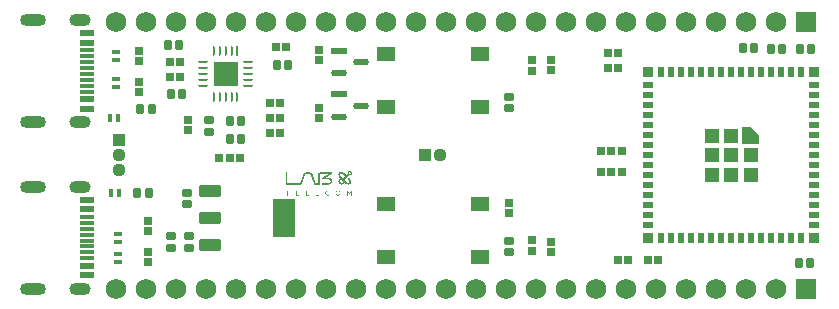
<source format=gts>
G04*
G04 #@! TF.GenerationSoftware,Altium Limited,Altium Designer,25.8.1 (18)*
G04*
G04 Layer_Color=8388736*
%FSLAX25Y25*%
%MOIN*%
G70*
G04*
G04 #@! TF.SameCoordinates,507DAA70-145D-422E-80CD-167F3C6471A6*
G04*
G04*
G04 #@! TF.FilePolarity,Negative*
G04*
G01*
G75*
%ADD22R,0.06102X0.05118*%
G04:AMPARAMS|DCode=25|XSize=33.06mil|YSize=9.55mil|CornerRadius=4.77mil|HoleSize=0mil|Usage=FLASHONLY|Rotation=270.000|XOffset=0mil|YOffset=0mil|HoleType=Round|Shape=RoundedRectangle|*
%AMROUNDEDRECTD25*
21,1,0.03306,0.00000,0,0,270.0*
21,1,0.02351,0.00955,0,0,270.0*
1,1,0.00955,0.00000,-0.01176*
1,1,0.00955,0.00000,0.01176*
1,1,0.00955,0.00000,0.01176*
1,1,0.00955,0.00000,-0.01176*
%
%ADD25ROUNDEDRECTD25*%
%ADD27R,0.04528X0.02362*%
G04:AMPARAMS|DCode=32|XSize=53.43mil|YSize=22.53mil|CornerRadius=11.26mil|HoleSize=0mil|Usage=FLASHONLY|Rotation=0.000|XOffset=0mil|YOffset=0mil|HoleType=Round|Shape=RoundedRectangle|*
%AMROUNDEDRECTD32*
21,1,0.05343,0.00000,0,0,0.0*
21,1,0.03091,0.02253,0,0,0.0*
1,1,0.02253,0.01545,0.00000*
1,1,0.02253,-0.01545,0.00000*
1,1,0.02253,-0.01545,0.00000*
1,1,0.02253,0.01545,0.00000*
%
%ADD32ROUNDEDRECTD32*%
G04:AMPARAMS|DCode=33|XSize=9.55mil|YSize=33.06mil|CornerRadius=4.77mil|HoleSize=0mil|Usage=FLASHONLY|Rotation=270.000|XOffset=0mil|YOffset=0mil|HoleType=Round|Shape=RoundedRectangle|*
%AMROUNDEDRECTD33*
21,1,0.00955,0.02351,0,0,270.0*
21,1,0.00000,0.03306,0,0,270.0*
1,1,0.00955,-0.01176,0.00000*
1,1,0.00955,-0.01176,0.00000*
1,1,0.00955,0.01176,0.00000*
1,1,0.00955,0.01176,0.00000*
%
%ADD33ROUNDEDRECTD33*%
%ADD34R,0.00955X0.03306*%
%ADD35R,0.04528X0.01181*%
%ADD36R,0.05343X0.02253*%
G04:AMPARAMS|DCode=37|XSize=29.2mil|YSize=32.35mil|CornerRadius=5.15mil|HoleSize=0mil|Usage=FLASHONLY|Rotation=270.000|XOffset=0mil|YOffset=0mil|HoleType=Round|Shape=RoundedRectangle|*
%AMROUNDEDRECTD37*
21,1,0.02920,0.02205,0,0,270.0*
21,1,0.01890,0.03235,0,0,270.0*
1,1,0.01030,-0.01102,-0.00945*
1,1,0.01030,-0.01102,0.00945*
1,1,0.01030,0.01102,0.00945*
1,1,0.01030,0.01102,-0.00945*
%
%ADD37ROUNDEDRECTD37*%
%ADD38R,0.02526X0.02762*%
G04:AMPARAMS|DCode=39|XSize=29.2mil|YSize=32.35mil|CornerRadius=5.15mil|HoleSize=0mil|Usage=FLASHONLY|Rotation=180.000|XOffset=0mil|YOffset=0mil|HoleType=Round|Shape=RoundedRectangle|*
%AMROUNDEDRECTD39*
21,1,0.02920,0.02205,0,0,180.0*
21,1,0.01890,0.03235,0,0,180.0*
1,1,0.01030,-0.00945,0.01102*
1,1,0.01030,0.00945,0.01102*
1,1,0.01030,0.00945,-0.01102*
1,1,0.01030,-0.00945,-0.01102*
%
%ADD39ROUNDEDRECTD39*%
%ADD40R,0.03550X0.01975*%
%ADD41R,0.03550X0.03550*%
%ADD42R,0.01975X0.03550*%
%ADD43R,0.05124X0.05124*%
%ADD44R,0.03156X0.02762*%
%ADD45R,0.08071X0.08071*%
%ADD46R,0.02762X0.02526*%
%ADD47R,0.02762X0.01778*%
%ADD48R,0.01778X0.02762*%
G04:AMPARAMS|DCode=49|XSize=129.98mil|YSize=72.9mil|CornerRadius=4.07mil|HoleSize=0mil|Usage=FLASHONLY|Rotation=90.000|XOffset=0mil|YOffset=0mil|HoleType=Round|Shape=RoundedRectangle|*
%AMROUNDEDRECTD49*
21,1,0.12998,0.06476,0,0,90.0*
21,1,0.12185,0.07290,0,0,90.0*
1,1,0.00813,0.03238,0.06093*
1,1,0.00813,0.03238,-0.06093*
1,1,0.00813,-0.03238,-0.06093*
1,1,0.00813,-0.03238,0.06093*
%
%ADD49ROUNDEDRECTD49*%
G04:AMPARAMS|DCode=50|XSize=39.43mil|YSize=72.9mil|CornerRadius=3.95mil|HoleSize=0mil|Usage=FLASHONLY|Rotation=90.000|XOffset=0mil|YOffset=0mil|HoleType=Round|Shape=RoundedRectangle|*
%AMROUNDEDRECTD50*
21,1,0.03943,0.06500,0,0,90.0*
21,1,0.03154,0.07290,0,0,90.0*
1,1,0.00790,0.03250,0.01577*
1,1,0.00790,0.03250,-0.01577*
1,1,0.00790,-0.03250,-0.01577*
1,1,0.00790,-0.03250,0.01577*
%
%ADD50ROUNDEDRECTD50*%
%ADD51R,0.06800X0.06800*%
%ADD52C,0.06800*%
G04:AMPARAMS|DCode=53|XSize=39.37mil|YSize=70.87mil|CornerRadius=19.68mil|HoleSize=0mil|Usage=FLASHONLY|Rotation=270.000|XOffset=0mil|YOffset=0mil|HoleType=Round|Shape=RoundedRectangle|*
%AMROUNDEDRECTD53*
21,1,0.03937,0.03150,0,0,270.0*
21,1,0.00000,0.07087,0,0,270.0*
1,1,0.03937,-0.01575,0.00000*
1,1,0.03937,-0.01575,0.00000*
1,1,0.03937,0.01575,0.00000*
1,1,0.03937,0.01575,0.00000*
%
%ADD53ROUNDEDRECTD53*%
G04:AMPARAMS|DCode=54|XSize=39.37mil|YSize=86.61mil|CornerRadius=19.68mil|HoleSize=0mil|Usage=FLASHONLY|Rotation=270.000|XOffset=0mil|YOffset=0mil|HoleType=Round|Shape=RoundedRectangle|*
%AMROUNDEDRECTD54*
21,1,0.03937,0.04724,0,0,270.0*
21,1,0.00000,0.08661,0,0,270.0*
1,1,0.03937,-0.02362,0.00000*
1,1,0.03937,-0.02362,0.00000*
1,1,0.03937,0.02362,0.00000*
1,1,0.03937,0.02362,0.00000*
%
%ADD54ROUNDEDRECTD54*%
%ADD55C,0.04400*%
%ADD56R,0.04400X0.04400*%
%ADD57R,0.04400X0.04400*%
G36*
X248756Y56693D02*
Y53740D01*
X243244D01*
Y59252D01*
X246197D01*
X248756Y56693D01*
D02*
G37*
G36*
X106350Y44219D02*
X106351D01*
Y43643D01*
X106350D01*
Y43642D01*
X106349D01*
Y43641D01*
X106347D01*
Y43640D01*
X106345D01*
Y43639D01*
X106344D01*
Y43637D01*
X106341D01*
Y43636D01*
X106339D01*
Y43635D01*
X106338D01*
Y43634D01*
X106334D01*
Y43633D01*
X106333D01*
Y43632D01*
X106331D01*
Y43631D01*
X106329D01*
Y43630D01*
X106328D01*
Y43628D01*
X106325D01*
Y43627D01*
X106324D01*
Y43626D01*
X106321D01*
Y43625D01*
X106320D01*
Y43624D01*
X106318D01*
Y43623D01*
X106315D01*
Y43622D01*
X106314D01*
Y43620D01*
X106312D01*
Y43619D01*
X106309D01*
Y43618D01*
X106307D01*
Y43617D01*
X106306D01*
Y43616D01*
X106305D01*
Y43615D01*
X106301D01*
Y43613D01*
X106300D01*
Y43612D01*
X106298D01*
Y43611D01*
X106296D01*
Y43610D01*
X106295D01*
Y43609D01*
X106292D01*
Y43608D01*
X106290D01*
Y43607D01*
X106288D01*
Y43606D01*
X106287D01*
Y43604D01*
X106284D01*
Y43603D01*
X106282D01*
Y43602D01*
X106281D01*
Y43601D01*
X106277D01*
Y43600D01*
X106276D01*
Y43599D01*
X106274D01*
Y43598D01*
X106272D01*
Y43596D01*
X106271D01*
Y43595D01*
X106268D01*
Y43594D01*
X106267D01*
Y43593D01*
X106264D01*
Y43592D01*
X106263D01*
Y43591D01*
X106260D01*
Y43590D01*
X106258D01*
Y43588D01*
X106257D01*
Y43587D01*
X106254D01*
Y43586D01*
X106252D01*
Y43585D01*
X106250D01*
Y43584D01*
X106249D01*
Y43583D01*
X106246D01*
Y43582D01*
X106244D01*
Y43580D01*
X106243D01*
Y43579D01*
X106240D01*
Y43578D01*
X106238D01*
Y43577D01*
X106236D01*
Y43576D01*
X106234D01*
Y43575D01*
X106233D01*
Y43574D01*
X106230D01*
Y43572D01*
X106229D01*
Y43571D01*
X106226D01*
Y43570D01*
X106225D01*
Y43569D01*
X106222D01*
Y43568D01*
X106220D01*
Y43567D01*
X106219D01*
Y43566D01*
X106217D01*
Y43565D01*
X106214D01*
Y43563D01*
X106212D01*
Y43562D01*
X106211D01*
Y43561D01*
X106209D01*
Y43560D01*
X106207D01*
Y43559D01*
X106205D01*
Y43558D01*
X106202D01*
Y43556D01*
X106201D01*
Y43555D01*
X106200D01*
Y43554D01*
X106196D01*
Y43553D01*
X106195D01*
Y43552D01*
X106193D01*
Y43551D01*
X106192D01*
Y43550D01*
X106189D01*
Y43549D01*
X106187D01*
Y43547D01*
X106185D01*
Y43546D01*
X106183D01*
Y43545D01*
X106181D01*
Y43544D01*
X106179D01*
Y43543D01*
X106177D01*
Y43542D01*
X106176D01*
Y43540D01*
X106173D01*
Y43539D01*
X106171D01*
Y43538D01*
X106169D01*
Y43537D01*
X106168D01*
Y43536D01*
X106166D01*
Y43535D01*
X106163D01*
Y43534D01*
X106162D01*
Y43532D01*
X106159D01*
Y43531D01*
X106158D01*
Y43530D01*
X106155D01*
Y43529D01*
X106154D01*
Y43528D01*
X106152D01*
Y43527D01*
X106149D01*
Y43526D01*
X106148D01*
Y43525D01*
X106145D01*
Y43523D01*
X106144D01*
Y43522D01*
X106141D01*
Y43521D01*
X106139D01*
Y43520D01*
X106138D01*
Y43519D01*
X106135D01*
Y43518D01*
X106133D01*
Y43516D01*
X106131D01*
Y43515D01*
X106130D01*
Y43514D01*
X106128D01*
Y43513D01*
X106125D01*
Y43512D01*
X106124D01*
Y43511D01*
X106121D01*
Y43510D01*
X106120D01*
Y43508D01*
X106117D01*
Y43507D01*
X106115D01*
Y43506D01*
X106114D01*
Y43505D01*
X106112D01*
Y43504D01*
X106111D01*
Y43503D01*
X106107D01*
Y43502D01*
X106106D01*
Y43501D01*
X106104D01*
Y43499D01*
X106102D01*
Y43498D01*
X106100D01*
Y43497D01*
X106098D01*
Y43496D01*
X106096D01*
Y43495D01*
X106094D01*
Y43494D01*
X106092D01*
Y43492D01*
X106090D01*
Y43491D01*
X106088D01*
Y43490D01*
X106087D01*
Y43489D01*
X106084D01*
Y43488D01*
X106082D01*
Y43487D01*
X106081D01*
Y43486D01*
X106078D01*
Y43485D01*
X106076D01*
Y43483D01*
X106074D01*
Y43482D01*
X106073D01*
Y43481D01*
X106071D01*
Y43480D01*
X106068D01*
Y43479D01*
X106066D01*
Y43478D01*
X106064D01*
Y43477D01*
X106063D01*
Y43475D01*
X106060D01*
Y43474D01*
X106058D01*
Y43473D01*
X106057D01*
Y43472D01*
X106055D01*
Y43471D01*
X106052D01*
Y43470D01*
X106050D01*
Y43469D01*
X106049D01*
Y43467D01*
X106047D01*
Y43466D01*
X106044D01*
Y43465D01*
X106043D01*
Y43464D01*
X106040D01*
Y43463D01*
X106039D01*
Y43462D01*
X106036D01*
Y43461D01*
X106035D01*
Y43459D01*
X106033D01*
Y43458D01*
X106031D01*
Y43457D01*
X106030D01*
Y43456D01*
X106026D01*
Y43455D01*
X106025D01*
Y43454D01*
X106023D01*
Y43453D01*
X106020D01*
Y43451D01*
X106019D01*
Y43450D01*
X106016D01*
Y43449D01*
X106015D01*
Y43448D01*
X106012D01*
Y43447D01*
X106011D01*
Y43446D01*
X106009D01*
Y43445D01*
X106007D01*
Y43443D01*
X106006D01*
Y43442D01*
X106003D01*
Y43441D01*
X106001D01*
Y43440D01*
X105999D01*
Y43439D01*
X105997D01*
Y43438D01*
X105995D01*
Y43437D01*
X105993D01*
Y43435D01*
X105992D01*
Y43434D01*
X105989D01*
Y43433D01*
X105987D01*
Y43432D01*
X105985D01*
Y43431D01*
X105983D01*
Y43430D01*
X105982D01*
Y43429D01*
X105979D01*
Y43427D01*
X105978D01*
Y43426D01*
X105975D01*
Y43425D01*
X105974D01*
Y43424D01*
X105971D01*
Y43423D01*
X105969D01*
Y43422D01*
X105968D01*
Y43421D01*
X105965D01*
Y43420D01*
X105963D01*
Y43418D01*
X105962D01*
Y43417D01*
X105960D01*
Y43416D01*
X105958D01*
Y43415D01*
X105955D01*
Y43414D01*
X105954D01*
Y43413D01*
X105952D01*
Y43411D01*
X105950D01*
Y43410D01*
X105948D01*
Y43409D01*
X105945D01*
Y43408D01*
X105944D01*
Y43407D01*
X105942D01*
Y43406D01*
X105939D01*
Y43405D01*
X105938D01*
Y43404D01*
X105936D01*
Y43402D01*
X105934D01*
Y43401D01*
X105931D01*
Y43400D01*
X105930D01*
Y43399D01*
X105928D01*
Y43398D01*
X105926D01*
Y43397D01*
X105924D01*
Y43396D01*
X105921D01*
Y43394D01*
X105920D01*
Y43393D01*
X105918D01*
Y43392D01*
X105917D01*
Y43391D01*
X105914D01*
Y43390D01*
X105912D01*
Y43389D01*
X105911D01*
Y43387D01*
X105907D01*
Y43386D01*
X105906D01*
Y43385D01*
X105904D01*
Y43384D01*
X105902D01*
Y43383D01*
X105901D01*
Y43382D01*
X105898D01*
Y43381D01*
X105897D01*
Y43380D01*
X105894D01*
Y43378D01*
X105893D01*
Y43377D01*
X105890D01*
Y43376D01*
X105888D01*
Y43375D01*
X105887D01*
Y43374D01*
X105883D01*
Y43373D01*
X105882D01*
Y43371D01*
X105880D01*
Y43370D01*
X105878D01*
Y43369D01*
X105877D01*
Y43368D01*
X105874D01*
Y43367D01*
X105873D01*
Y43366D01*
X105871D01*
Y43365D01*
X105869D01*
Y43363D01*
X105866D01*
Y43362D01*
X105864D01*
Y43361D01*
X105863D01*
Y43360D01*
X105861D01*
Y43359D01*
X105859D01*
Y43358D01*
X105856D01*
Y43357D01*
X105855D01*
Y43356D01*
X105854D01*
Y43354D01*
X105850D01*
Y43353D01*
X105849D01*
Y43352D01*
X105847D01*
Y43351D01*
X105845D01*
Y43350D01*
X105843D01*
Y43349D01*
X105840D01*
Y43347D01*
X105839D01*
Y43346D01*
X105837D01*
Y43345D01*
X105835D01*
Y43344D01*
X105833D01*
Y43343D01*
X105831D01*
Y43342D01*
X105830D01*
Y43341D01*
X105826D01*
Y43339D01*
X105825D01*
Y43338D01*
X105823D01*
Y43337D01*
X105821D01*
Y43336D01*
X105819D01*
Y43335D01*
X105817D01*
Y43334D01*
X105816D01*
Y43333D01*
X105813D01*
Y43332D01*
X105812D01*
Y43330D01*
X105809D01*
Y43329D01*
X105807D01*
Y43328D01*
X105806D01*
Y43327D01*
X105804D01*
Y43326D01*
X105801D01*
Y43325D01*
X105799D01*
Y43324D01*
X105798D01*
Y43322D01*
X105796D01*
Y43321D01*
X105793D01*
Y43320D01*
X105792D01*
Y43319D01*
X105789D01*
Y43318D01*
X105788D01*
Y43317D01*
X105785D01*
Y43316D01*
X105783D01*
Y43314D01*
X105782D01*
Y43313D01*
X105780D01*
Y43312D01*
X105777D01*
Y43311D01*
X105775D01*
Y43310D01*
X105774D01*
Y43309D01*
X105772D01*
Y43308D01*
X105769D01*
Y43306D01*
X105768D01*
Y43305D01*
X105766D01*
Y43304D01*
X105764D01*
Y43303D01*
X105761D01*
Y43302D01*
X105759D01*
Y43301D01*
X105758D01*
Y43300D01*
X105756D01*
Y43298D01*
X105754D01*
Y43297D01*
X105751D01*
Y43296D01*
X105750D01*
Y43295D01*
X105748D01*
Y43294D01*
X105745D01*
Y43293D01*
X105744D01*
Y43292D01*
X105742D01*
Y43290D01*
X105740D01*
Y43289D01*
X105738D01*
Y43288D01*
X105736D01*
Y43287D01*
X105734D01*
Y43286D01*
X105732D01*
Y43285D01*
X105730D01*
Y43284D01*
X105728D01*
Y43282D01*
X105726D01*
Y43281D01*
X105725D01*
Y43280D01*
X105722D01*
Y43279D01*
X105720D01*
Y43278D01*
X105718D01*
Y43277D01*
X105717D01*
Y43276D01*
X105714D01*
Y43275D01*
X105712D01*
Y43273D01*
X105711D01*
Y43272D01*
X105708D01*
Y43271D01*
X105707D01*
Y43270D01*
X105704D01*
Y43269D01*
X105703D01*
Y43268D01*
X105701D01*
Y43266D01*
X105699D01*
Y43265D01*
X105697D01*
Y43264D01*
X105694D01*
Y43263D01*
X105693D01*
Y43262D01*
X105691D01*
Y43261D01*
X105688D01*
Y43260D01*
X105687D01*
Y43259D01*
X105685D01*
Y43257D01*
X105683D01*
Y43256D01*
X105680D01*
Y43255D01*
X105679D01*
Y43254D01*
X105677D01*
Y43253D01*
X105675D01*
Y43252D01*
X105673D01*
Y43251D01*
X105670D01*
Y43249D01*
X105669D01*
Y43248D01*
X105666D01*
Y43247D01*
X105664D01*
Y43246D01*
X105663D01*
Y43245D01*
X105661D01*
Y43244D01*
X105660D01*
Y43242D01*
X105656D01*
Y43241D01*
X105655D01*
Y43240D01*
X105653D01*
Y43239D01*
X105650D01*
Y43238D01*
X105649D01*
Y43237D01*
X105647D01*
Y43236D01*
X105645D01*
Y43235D01*
X105643D01*
Y43233D01*
X105641D01*
Y43232D01*
X105639D01*
Y43231D01*
X105637D01*
Y43230D01*
X105636D01*
Y43229D01*
X105632D01*
Y43228D01*
X105631D01*
Y43227D01*
X105630D01*
Y43225D01*
X105627D01*
Y43224D01*
X105625D01*
Y43223D01*
X105623D01*
Y43222D01*
X105622D01*
Y43221D01*
X105620D01*
Y43220D01*
X105617D01*
Y43218D01*
X105616D01*
Y43217D01*
X105613D01*
Y43216D01*
X105612D01*
Y43215D01*
X105609D01*
Y43214D01*
X105607D01*
Y43213D01*
X105606D01*
Y43212D01*
X105604D01*
Y43211D01*
X105601D01*
Y43209D01*
X105599D01*
Y43208D01*
X105598D01*
Y43207D01*
X105596D01*
Y43206D01*
X105594D01*
Y43205D01*
X105592D01*
Y43204D01*
X105589D01*
Y43202D01*
X105588D01*
Y43201D01*
X105586D01*
Y43200D01*
X105583D01*
Y43199D01*
X105582D01*
Y43198D01*
X105580D01*
Y43197D01*
X105579D01*
Y43196D01*
X105575D01*
Y43194D01*
X105574D01*
Y43193D01*
X105572D01*
Y43192D01*
X105570D01*
Y43191D01*
X105568D01*
Y43190D01*
X105566D01*
Y43189D01*
X105564D01*
Y43188D01*
X105561D01*
Y43187D01*
X105560D01*
Y43185D01*
X105558D01*
Y43184D01*
X105556D01*
Y43183D01*
X105555D01*
Y43182D01*
X105552D01*
Y43181D01*
X105550D01*
Y43180D01*
X105548D01*
Y43179D01*
X105545D01*
Y43177D01*
X105544D01*
Y43176D01*
X105542D01*
Y43175D01*
X105541D01*
Y43174D01*
X105537D01*
Y43173D01*
X105536D01*
Y43172D01*
X105534D01*
Y43171D01*
X105532D01*
Y43169D01*
X105531D01*
Y43168D01*
X105528D01*
Y43167D01*
X105526D01*
Y43166D01*
X105524D01*
Y43165D01*
X105523D01*
Y43164D01*
X105520D01*
Y43163D01*
X105518D01*
Y43161D01*
X105517D01*
Y43160D01*
X105515D01*
Y43159D01*
X105512D01*
Y43158D01*
X105511D01*
Y43157D01*
X105508D01*
Y43156D01*
X105507D01*
Y43155D01*
X105504D01*
Y43153D01*
X105503D01*
Y43152D01*
X105501D01*
Y43151D01*
X105499D01*
Y43150D01*
X105498D01*
Y43149D01*
X105494D01*
Y43148D01*
X105493D01*
Y43147D01*
X105491D01*
Y43145D01*
X105488D01*
Y43144D01*
X105487D01*
Y43143D01*
X105485D01*
Y43142D01*
X105484D01*
Y43141D01*
X105480D01*
Y43140D01*
X105479D01*
Y43139D01*
X105477D01*
Y43137D01*
X105475D01*
Y43136D01*
X105474D01*
Y43135D01*
X105471D01*
Y43134D01*
X105469D01*
Y43133D01*
X105467D01*
Y43132D01*
X105466D01*
Y43131D01*
X105463D01*
Y43130D01*
X105461D01*
Y43128D01*
X105460D01*
Y43127D01*
X105456D01*
Y43126D01*
X105455D01*
Y43125D01*
X105453D01*
Y43124D01*
X105451D01*
Y43123D01*
X105450D01*
Y43121D01*
X105447D01*
Y43120D01*
X105446D01*
Y43119D01*
X105443D01*
Y43118D01*
X105442D01*
Y43117D01*
X105439D01*
Y43116D01*
X105437D01*
Y43115D01*
X105436D01*
Y43113D01*
X105432D01*
Y43112D01*
X105431D01*
Y43111D01*
X105429D01*
Y43110D01*
X105428D01*
Y43109D01*
X105426D01*
Y43108D01*
X105423D01*
Y43107D01*
X105422D01*
Y43106D01*
X105420D01*
Y43104D01*
X105418D01*
Y43103D01*
X105415D01*
Y43102D01*
X105413D01*
Y43101D01*
X105412D01*
Y43100D01*
X105410D01*
Y43099D01*
X105409D01*
Y43097D01*
X105405D01*
Y43096D01*
X105404D01*
Y43095D01*
X105402D01*
Y43094D01*
X105399D01*
Y43093D01*
X105398D01*
Y43092D01*
X105396D01*
Y43091D01*
X105394D01*
Y43090D01*
X105393D01*
Y43088D01*
X105389D01*
Y43087D01*
X105388D01*
Y43086D01*
X105386D01*
Y43085D01*
X105385D01*
Y43084D01*
X105382D01*
Y43083D01*
X105380D01*
Y43082D01*
X105379D01*
Y43080D01*
X105375D01*
Y43079D01*
X105374D01*
Y43078D01*
X105372D01*
Y43077D01*
X105370D01*
Y43076D01*
X105368D01*
Y43075D01*
X105366D01*
Y43073D01*
X105365D01*
Y43072D01*
X105362D01*
Y43071D01*
X105360D01*
Y43070D01*
X105358D01*
Y43069D01*
X105356D01*
Y43068D01*
X105355D01*
Y43067D01*
X105353D01*
Y43066D01*
X105350D01*
Y43064D01*
X105348D01*
Y43063D01*
X105347D01*
Y43062D01*
X105345D01*
Y43061D01*
X105342D01*
Y43060D01*
X105341D01*
Y43059D01*
X105338D01*
Y43058D01*
X105337D01*
Y43056D01*
X105334D01*
Y43055D01*
X105332D01*
Y43054D01*
X105331D01*
Y43053D01*
X105329D01*
Y43052D01*
X105326D01*
Y43051D01*
X105324D01*
Y43049D01*
X105323D01*
Y43048D01*
X105321D01*
Y43047D01*
X105318D01*
Y43046D01*
X105317D01*
Y43045D01*
X105315D01*
Y43044D01*
X105313D01*
Y43043D01*
X105310D01*
Y43042D01*
X105309D01*
Y43040D01*
X105307D01*
Y43039D01*
X105305D01*
Y43038D01*
X105304D01*
Y43037D01*
X105301D01*
Y43036D01*
X105299D01*
Y43035D01*
X105297D01*
Y43034D01*
X105294D01*
Y43032D01*
X105293D01*
Y43031D01*
X105291D01*
Y43030D01*
X105290D01*
Y43029D01*
X105288D01*
Y43028D01*
X105285D01*
Y43027D01*
X105283D01*
Y43026D01*
X105281D01*
Y43024D01*
X105280D01*
Y43023D01*
X105277D01*
Y43022D01*
X105275D01*
Y43021D01*
X105274D01*
Y43020D01*
X105270D01*
Y43019D01*
X105269D01*
Y43018D01*
X105267D01*
Y43016D01*
X105266D01*
Y43015D01*
X105263D01*
Y43014D01*
X105261D01*
Y43013D01*
X105260D01*
Y43012D01*
X105257D01*
Y43011D01*
X105255D01*
Y43010D01*
X105253D01*
Y43008D01*
X105252D01*
Y43007D01*
X105250D01*
Y43006D01*
X105247D01*
Y43005D01*
X105245D01*
Y43004D01*
X105243D01*
Y43003D01*
X105242D01*
Y43002D01*
X105239D01*
Y43001D01*
X105237D01*
Y42999D01*
X105236D01*
Y42998D01*
X105234D01*
Y42997D01*
X105231D01*
Y42996D01*
X105229D01*
Y42995D01*
X105228D01*
Y42994D01*
X105226D01*
Y42992D01*
X105224D01*
Y42991D01*
X105222D01*
Y42990D01*
X105219D01*
Y42989D01*
X105218D01*
Y42988D01*
X105216D01*
Y42987D01*
X105214D01*
Y42986D01*
X105212D01*
Y42985D01*
X105210D01*
Y42983D01*
X105209D01*
Y42982D01*
X105205D01*
Y42981D01*
X105204D01*
Y42980D01*
X105202D01*
Y42979D01*
X105200D01*
Y42978D01*
X105198D01*
Y42976D01*
X105196D01*
Y42975D01*
X105194D01*
Y42974D01*
X105192D01*
Y42973D01*
X105190D01*
Y42972D01*
X105188D01*
Y42971D01*
X105186D01*
Y42970D01*
X105185D01*
Y42968D01*
X105181D01*
Y42967D01*
X105180D01*
Y42966D01*
X105179D01*
Y42965D01*
X105176D01*
Y42964D01*
X105175D01*
Y42963D01*
X105172D01*
Y42962D01*
X105171D01*
Y42961D01*
X105168D01*
Y42959D01*
X105166D01*
Y42958D01*
X105165D01*
Y42957D01*
X105162D01*
Y42956D01*
X105161D01*
Y42955D01*
X105158D01*
Y42954D01*
X105156D01*
Y42952D01*
X105155D01*
Y42951D01*
X105153D01*
Y42950D01*
X105152D01*
Y42949D01*
X105148D01*
Y42948D01*
X105147D01*
Y42947D01*
X105145D01*
Y42946D01*
X105142D01*
Y42944D01*
X105141D01*
Y42943D01*
X105138D01*
Y42942D01*
X105137D01*
Y42941D01*
X105134D01*
Y42940D01*
X105132D01*
Y42939D01*
X105131D01*
Y42938D01*
X105129D01*
Y42937D01*
X105128D01*
Y42935D01*
X105124D01*
Y42934D01*
X105123D01*
Y42933D01*
X105121D01*
Y42932D01*
X105119D01*
Y42931D01*
X105117D01*
Y42930D01*
X105115D01*
Y42928D01*
X105114D01*
Y42927D01*
X105111D01*
Y42926D01*
X105109D01*
Y42925D01*
X105107D01*
Y42924D01*
X105105D01*
Y42923D01*
X105104D01*
Y42922D01*
X105100D01*
Y42921D01*
X105099D01*
Y42919D01*
X105097D01*
Y42918D01*
X105095D01*
Y42917D01*
X105093D01*
Y42916D01*
X105091D01*
Y42915D01*
X105090D01*
Y42914D01*
X105087D01*
Y42913D01*
X105085D01*
Y42911D01*
X105083D01*
Y42910D01*
X105081D01*
Y42909D01*
X105080D01*
Y42908D01*
X105077D01*
Y42907D01*
X105075D01*
Y42906D01*
X105073D01*
Y42905D01*
X105072D01*
Y42903D01*
X105069D01*
Y42902D01*
X105067D01*
Y42901D01*
X105066D01*
Y42900D01*
X105064D01*
Y42899D01*
X105061D01*
Y42898D01*
X105059D01*
Y42897D01*
X105057D01*
Y42895D01*
X105056D01*
Y42894D01*
X105053D01*
Y42893D01*
X105052D01*
Y42892D01*
X105050D01*
Y42891D01*
X105048D01*
Y42890D01*
X105047D01*
Y42889D01*
X105043D01*
Y42887D01*
X105042D01*
Y42886D01*
X105040D01*
Y42885D01*
X105037D01*
Y42884D01*
X105036D01*
Y42883D01*
X105033D01*
Y42882D01*
X105032D01*
Y42881D01*
X105029D01*
Y42879D01*
X105028D01*
Y42878D01*
X105026D01*
Y42877D01*
X105024D01*
Y42876D01*
X105023D01*
Y42875D01*
X105019D01*
Y42874D01*
X105018D01*
Y42873D01*
X105016D01*
Y42871D01*
X105014D01*
Y42870D01*
X105012D01*
Y42869D01*
X105010D01*
Y42868D01*
X105009D01*
Y42867D01*
X105006D01*
Y42866D01*
X105004D01*
Y42865D01*
X105002D01*
Y42864D01*
X105000D01*
Y42862D01*
X104999D01*
Y42861D01*
X104996D01*
Y42860D01*
X104994D01*
Y42859D01*
X104992D01*
Y42858D01*
X104991D01*
Y42857D01*
X104988D01*
Y42856D01*
X104986D01*
Y42854D01*
X104985D01*
Y42853D01*
X104982D01*
Y42852D01*
X104980D01*
Y42851D01*
X104978D01*
Y42850D01*
X104977D01*
Y42849D01*
X104975D01*
Y42847D01*
X104972D01*
Y42846D01*
X104971D01*
Y42845D01*
X104968D01*
Y42844D01*
X104967D01*
Y42843D01*
X104965D01*
Y42842D01*
X104962D01*
Y42841D01*
X104961D01*
Y42840D01*
X104959D01*
Y42838D01*
X104957D01*
Y42837D01*
X104954D01*
Y42836D01*
X104953D01*
Y42835D01*
X104952D01*
Y42834D01*
X104948D01*
Y42833D01*
X104947D01*
Y42832D01*
X104945D01*
Y42830D01*
X104943D01*
Y42829D01*
X104942D01*
Y42828D01*
X104939D01*
Y42827D01*
X104937D01*
Y42826D01*
X104935D01*
Y42825D01*
X104934D01*
Y42823D01*
X104931D01*
Y42822D01*
X104929D01*
Y42821D01*
X104928D01*
Y42820D01*
X104924D01*
Y42819D01*
X104923D01*
Y42818D01*
X104921D01*
Y42817D01*
X104919D01*
Y42816D01*
X104918D01*
Y42814D01*
X104915D01*
Y42813D01*
X104913D01*
Y42812D01*
X104911D01*
Y42811D01*
X104910D01*
Y42810D01*
X104907D01*
Y42809D01*
X104905D01*
Y42807D01*
X104904D01*
Y42806D01*
X104900D01*
Y42805D01*
X104899D01*
Y42804D01*
X104897D01*
Y42803D01*
X104896D01*
Y42802D01*
X104894D01*
Y42801D01*
X104891D01*
Y42799D01*
X104890D01*
Y42798D01*
X104887D01*
Y42797D01*
X104886D01*
Y42796D01*
X104883D01*
Y42795D01*
X104881D01*
Y42794D01*
X104880D01*
Y42793D01*
X104878D01*
Y42792D01*
X104876D01*
Y42790D01*
X104873D01*
Y42789D01*
X104872D01*
Y42788D01*
X104870D01*
Y42787D01*
X104867D01*
Y42786D01*
X104866D01*
Y42785D01*
X104863D01*
Y42783D01*
X104862D01*
Y42782D01*
X104859D01*
Y42781D01*
X104858D01*
Y42780D01*
X104856D01*
Y42779D01*
X104854D01*
Y42778D01*
X104852D01*
Y42777D01*
X104850D01*
Y42775D01*
X104848D01*
Y42774D01*
X104846D01*
Y42773D01*
X104843D01*
Y42772D01*
X104842D01*
Y42771D01*
X104840D01*
Y42770D01*
X104838D01*
Y42769D01*
X104836D01*
Y42768D01*
X104834D01*
Y42766D01*
X104832D01*
Y42765D01*
X104830D01*
Y42764D01*
X104829D01*
Y42763D01*
X104826D01*
Y42762D01*
X104824D01*
Y42761D01*
X104823D01*
Y42760D01*
X104819D01*
Y42758D01*
X104818D01*
Y42757D01*
X104816D01*
Y42756D01*
X104815D01*
Y42755D01*
X104813D01*
Y42754D01*
X104810D01*
Y42753D01*
X104809D01*
Y42752D01*
X104806D01*
Y42750D01*
X104805D01*
Y42749D01*
X104802D01*
Y42748D01*
X104800D01*
Y42747D01*
X104799D01*
Y42746D01*
X104797D01*
Y42745D01*
X104794D01*
Y42744D01*
X104792D01*
Y42742D01*
X104791D01*
Y42741D01*
X104789D01*
Y42740D01*
X104786D01*
Y42739D01*
X104785D01*
Y42738D01*
X104782D01*
Y42737D01*
X104781D01*
Y42736D01*
X104778D01*
Y42734D01*
X104777D01*
Y42733D01*
X104775D01*
Y42732D01*
X104773D01*
Y42731D01*
X104771D01*
Y42730D01*
X104768D01*
Y42729D01*
X104767D01*
Y42728D01*
X104765D01*
Y42726D01*
X104762D01*
Y42725D01*
X104761D01*
Y42724D01*
X104759D01*
Y42723D01*
X104758D01*
Y42722D01*
X104754D01*
Y42721D01*
X104753D01*
Y42720D01*
X104751D01*
Y42718D01*
X104749D01*
Y42717D01*
X104747D01*
Y42716D01*
X104745D01*
Y42715D01*
X104743D01*
Y42714D01*
X104741D01*
Y42713D01*
X104739D01*
Y42712D01*
X104737D01*
Y42711D01*
X104735D01*
Y42709D01*
X104734D01*
Y42708D01*
X104730D01*
Y42707D01*
X104729D01*
Y42706D01*
X104727D01*
Y42705D01*
X104725D01*
Y42704D01*
X104724D01*
Y42702D01*
X104721D01*
Y42701D01*
X104720D01*
Y42700D01*
X104718D01*
Y42699D01*
X104716D01*
Y42698D01*
X104713D01*
Y42697D01*
X104711D01*
Y42696D01*
X104710D01*
Y42695D01*
X104708D01*
Y42693D01*
X104705D01*
Y42692D01*
X104704D01*
Y42691D01*
X104702D01*
Y42690D01*
X104700D01*
Y42689D01*
X104697D01*
Y42688D01*
X104696D01*
Y42687D01*
X104694D01*
Y42685D01*
X104692D01*
Y42684D01*
X104690D01*
Y42683D01*
X104687D01*
Y42682D01*
X104686D01*
Y42681D01*
X104683D01*
Y42680D01*
X104682D01*
Y42678D01*
X104680D01*
Y42677D01*
X104678D01*
Y42676D01*
X104677D01*
Y42675D01*
X104673D01*
Y42674D01*
X104672D01*
Y42673D01*
X104670D01*
Y42672D01*
X104667D01*
Y42671D01*
X104666D01*
Y42669D01*
X104664D01*
Y42668D01*
X104662D01*
Y42667D01*
X104659D01*
Y42666D01*
X104658D01*
Y42665D01*
X104656D01*
Y42664D01*
X104654D01*
Y42663D01*
X104653D01*
Y42661D01*
X104649D01*
Y42660D01*
X104648D01*
Y42659D01*
X104646D01*
Y42658D01*
X104644D01*
Y42657D01*
X104642D01*
Y42656D01*
X104640D01*
Y42654D01*
X104639D01*
Y42653D01*
X104636D01*
Y42652D01*
X104634D01*
Y42651D01*
X104632D01*
Y42650D01*
X104630D01*
Y42649D01*
X104629D01*
Y42648D01*
X104626D01*
Y42647D01*
X104624D01*
Y42645D01*
X104622D01*
Y42644D01*
X104621D01*
Y42643D01*
X104620D01*
Y42642D01*
X104616D01*
Y42641D01*
X104615D01*
Y42640D01*
X104613D01*
Y42638D01*
X104610D01*
Y42637D01*
X104609D01*
Y42636D01*
X104607D01*
Y42635D01*
X104605D01*
Y42634D01*
X104603D01*
Y42633D01*
X104601D01*
Y42632D01*
X104599D01*
Y42630D01*
X104597D01*
Y42629D01*
X104596D01*
Y42628D01*
X104592D01*
Y42627D01*
X104591D01*
Y42626D01*
X104589D01*
Y42625D01*
X104587D01*
Y42624D01*
X104585D01*
Y42623D01*
X104583D01*
Y42621D01*
X104581D01*
Y42620D01*
X104578D01*
Y42619D01*
X104577D01*
Y42618D01*
X104575D01*
Y42617D01*
X104573D01*
Y42616D01*
X104572D01*
Y42615D01*
X104569D01*
Y42613D01*
X104567D01*
Y42612D01*
X104565D01*
Y42611D01*
X104564D01*
Y42610D01*
X104561D01*
Y42609D01*
X104559D01*
Y42608D01*
X104558D01*
Y42607D01*
X104554D01*
Y42605D01*
X104553D01*
Y42604D01*
X104551D01*
Y42603D01*
X104549D01*
Y42602D01*
X104548D01*
Y42601D01*
X104545D01*
Y42600D01*
X104544D01*
Y42599D01*
X104541D01*
Y42597D01*
X104540D01*
Y42596D01*
X104537D01*
Y42595D01*
X104535D01*
Y42594D01*
X104534D01*
Y42593D01*
X104531D01*
Y42592D01*
X104529D01*
Y42591D01*
X104527D01*
Y42589D01*
X104525D01*
Y42588D01*
X104524D01*
Y42587D01*
X104521D01*
Y42586D01*
X104520D01*
Y42585D01*
X104517D01*
Y42584D01*
X104516D01*
Y42583D01*
X104513D01*
Y42581D01*
X104511D01*
Y42580D01*
X104510D01*
Y42579D01*
X104508D01*
Y42578D01*
X104507D01*
Y42577D01*
X104504D01*
Y42576D01*
X104502D01*
Y42575D01*
X104500D01*
Y42573D01*
X104497D01*
Y42572D01*
X104496D01*
Y42571D01*
X104494D01*
Y42570D01*
X104492D01*
Y42569D01*
X104491D01*
Y42568D01*
X104488D01*
Y42567D01*
X104486D01*
Y42566D01*
X104484D01*
Y42564D01*
X104483D01*
Y42563D01*
X104480D01*
Y42562D01*
X104478D01*
Y42561D01*
X104477D01*
Y42560D01*
X104473D01*
Y42559D01*
X104472D01*
Y42557D01*
X104470D01*
Y42556D01*
X104469D01*
Y42555D01*
X104467D01*
Y42554D01*
X104464D01*
Y42553D01*
X104463D01*
Y42552D01*
X104460D01*
Y42551D01*
X104459D01*
Y42549D01*
X104456D01*
Y42548D01*
X104454D01*
Y42547D01*
X104453D01*
Y42546D01*
X104451D01*
Y42545D01*
X104448D01*
Y42544D01*
X104446D01*
Y42543D01*
X104445D01*
Y42542D01*
X104443D01*
Y42540D01*
X104440D01*
Y42539D01*
X104439D01*
Y42538D01*
X104436D01*
Y42537D01*
X104435D01*
Y42536D01*
X104432D01*
Y42535D01*
X104430D01*
Y42533D01*
X104429D01*
Y42532D01*
X104427D01*
Y42531D01*
X104426D01*
Y42530D01*
X104422D01*
Y42529D01*
X104421D01*
Y42528D01*
X104419D01*
Y42527D01*
X104416D01*
Y42526D01*
X104415D01*
Y42524D01*
X104413D01*
Y42523D01*
X104411D01*
Y42522D01*
X104408D01*
Y42521D01*
X104407D01*
Y42520D01*
X104405D01*
Y42519D01*
X104403D01*
Y42518D01*
X104402D01*
Y42516D01*
X104399D01*
Y42515D01*
X104397D01*
Y42514D01*
X104395D01*
Y42513D01*
X104392D01*
Y42512D01*
X104391D01*
Y42511D01*
X104389D01*
Y42509D01*
X104387D01*
Y42508D01*
X104385D01*
Y42507D01*
X104383D01*
Y42506D01*
X104381D01*
Y42505D01*
X104379D01*
Y42504D01*
X104377D01*
Y42503D01*
X104375D01*
Y42502D01*
X104373D01*
Y42500D01*
X104372D01*
Y42499D01*
X104370D01*
Y42498D01*
X104367D01*
Y42497D01*
X104365D01*
Y42496D01*
X104364D01*
Y42495D01*
X104362D01*
Y42494D01*
X104359D01*
Y42492D01*
X104358D01*
Y42491D01*
X104355D01*
Y42490D01*
X104354D01*
Y42489D01*
X104351D01*
Y42488D01*
X104350D01*
Y42487D01*
X104348D01*
Y42486D01*
X104346D01*
Y42484D01*
X104344D01*
Y42483D01*
X104341D01*
Y42482D01*
X104340D01*
Y42481D01*
X104338D01*
Y42480D01*
X104335D01*
Y42476D01*
X105119D01*
Y42475D01*
X105202D01*
Y42474D01*
X105247D01*
Y42473D01*
X105267D01*
Y42472D01*
X105299D01*
Y42471D01*
X105301D01*
Y42472D01*
X105308D01*
Y42471D01*
X105322D01*
Y42470D01*
X105347D01*
Y42468D01*
X105358D01*
Y42467D01*
X105377D01*
Y42466D01*
X105395D01*
Y42465D01*
X105404D01*
Y42464D01*
X105421D01*
Y42463D01*
X105429D01*
Y42462D01*
X105443D01*
Y42460D01*
X105456D01*
Y42459D01*
X105464D01*
Y42458D01*
X105480D01*
Y42457D01*
X105487D01*
Y42456D01*
X105500D01*
Y42455D01*
X105507D01*
Y42454D01*
X105516D01*
Y42452D01*
X105527D01*
Y42451D01*
X105533D01*
Y42450D01*
X105544D01*
Y42449D01*
X105551D01*
Y42448D01*
X105558D01*
Y42447D01*
X105566D01*
Y42446D01*
X105572D01*
Y42445D01*
X105584D01*
Y42443D01*
X105588D01*
Y42442D01*
X105596D01*
Y42441D01*
X105603D01*
Y42440D01*
X105609D01*
Y42439D01*
X105617D01*
Y42438D01*
X105622D01*
Y42437D01*
X105630D01*
Y42435D01*
X105636D01*
Y42434D01*
X105640D01*
Y42433D01*
X105648D01*
Y42432D01*
X105652D01*
Y42431D01*
X105661D01*
Y42430D01*
X105664D01*
Y42428D01*
X105672D01*
Y42427D01*
X105677D01*
Y42426D01*
X105681D01*
Y42425D01*
X105688D01*
Y42424D01*
X105692D01*
Y42423D01*
X105699D01*
Y42422D01*
X105703D01*
Y42421D01*
X105709D01*
Y42419D01*
X105713D01*
Y42418D01*
X105718D01*
Y42417D01*
X105724D01*
Y42416D01*
X105728D01*
Y42415D01*
X105733D01*
Y42414D01*
X105737D01*
Y42412D01*
X105741D01*
Y42411D01*
X105748D01*
Y42410D01*
X105750D01*
Y42409D01*
X105757D01*
Y42408D01*
X105760D01*
Y42407D01*
X105765D01*
Y42406D01*
X105769D01*
Y42404D01*
X105772D01*
Y42403D01*
X105778D01*
Y42402D01*
X105781D01*
Y42401D01*
X105786D01*
Y42400D01*
X105790D01*
Y42399D01*
X105793D01*
Y42398D01*
X105798D01*
Y42397D01*
X105801D01*
Y42395D01*
X105807D01*
Y42394D01*
X105809D01*
Y42393D01*
X105814D01*
Y42392D01*
X105817D01*
Y42391D01*
X105819D01*
Y42390D01*
X105825D01*
Y42388D01*
X105827D01*
Y42387D01*
X105832D01*
Y42386D01*
X105835D01*
Y42385D01*
X105839D01*
Y42384D01*
X105843D01*
Y42383D01*
X105846D01*
Y42382D01*
X105850D01*
Y42380D01*
X105853D01*
Y42379D01*
X105857D01*
Y42378D01*
X105861D01*
Y42377D01*
X105862D01*
Y42376D01*
X105868D01*
Y42375D01*
X105870D01*
Y42374D01*
X105873D01*
Y42373D01*
X105877D01*
Y42371D01*
X105879D01*
Y42370D01*
X105883D01*
Y42369D01*
X105886D01*
Y42368D01*
X105890D01*
Y42367D01*
X105893D01*
Y42366D01*
X105896D01*
Y42364D01*
X105899D01*
Y42363D01*
X105902D01*
Y42362D01*
X105905D01*
Y42361D01*
X105907D01*
Y42360D01*
X105911D01*
Y42359D01*
X105914D01*
Y42358D01*
X105917D01*
Y42357D01*
X105920D01*
Y42355D01*
X105922D01*
Y42354D01*
X105926D01*
Y42353D01*
X105928D01*
Y42352D01*
X105931D01*
Y42351D01*
X105935D01*
Y42350D01*
X105936D01*
Y42349D01*
X105940D01*
Y42347D01*
X105943D01*
Y42346D01*
X105945D01*
Y42345D01*
X105947D01*
Y42344D01*
X105950D01*
Y42343D01*
X105953D01*
Y42342D01*
X105955D01*
Y42341D01*
X105959D01*
Y42339D01*
X105961D01*
Y42338D01*
X105963D01*
Y42337D01*
X105967D01*
Y42336D01*
X105968D01*
Y42335D01*
X105973D01*
Y42334D01*
X105974D01*
Y42333D01*
X105977D01*
Y42331D01*
X105979D01*
Y42330D01*
X105982D01*
Y42329D01*
X105984D01*
Y42328D01*
X105986D01*
Y42327D01*
X105990D01*
Y42326D01*
X105992D01*
Y42325D01*
X105994D01*
Y42323D01*
X105997D01*
Y42322D01*
X105998D01*
Y42321D01*
X106001D01*
Y42320D01*
X106003D01*
Y42319D01*
X106007D01*
Y42318D01*
X106008D01*
Y42317D01*
X106010D01*
Y42315D01*
X106014D01*
Y42314D01*
X106015D01*
Y42313D01*
X106018D01*
Y42312D01*
X106019D01*
Y42311D01*
X106022D01*
Y42310D01*
X106024D01*
Y42309D01*
X106026D01*
Y42307D01*
X106028D01*
Y42306D01*
X106031D01*
Y42305D01*
X106033D01*
Y42304D01*
X106035D01*
Y42303D01*
X106036D01*
Y42302D01*
X106040D01*
Y42301D01*
X106041D01*
Y42300D01*
X106043D01*
Y42298D01*
X106046D01*
Y42297D01*
X106048D01*
Y42296D01*
X106050D01*
Y42295D01*
X106051D01*
Y42294D01*
X106055D01*
Y42293D01*
X106056D01*
Y42292D01*
X106058D01*
Y42290D01*
X106060D01*
Y42289D01*
X106062D01*
Y42288D01*
X106065D01*
Y42287D01*
X106066D01*
Y42286D01*
X106068D01*
Y42285D01*
X106071D01*
Y42283D01*
X106072D01*
Y42282D01*
X106074D01*
Y42281D01*
X106075D01*
Y42280D01*
X106079D01*
Y42279D01*
X106080D01*
Y42278D01*
X106082D01*
Y42277D01*
X106084D01*
Y42276D01*
X106086D01*
Y42274D01*
X106088D01*
Y42273D01*
X106089D01*
Y42272D01*
X106091D01*
Y42271D01*
X106094D01*
Y42270D01*
X106095D01*
Y42269D01*
X106097D01*
Y42268D01*
X106099D01*
Y42266D01*
X106100D01*
Y42265D01*
X106103D01*
Y42264D01*
X106105D01*
Y42263D01*
X106106D01*
Y42262D01*
X106107D01*
Y42261D01*
X106111D01*
Y42259D01*
X106112D01*
Y42258D01*
X106114D01*
Y42257D01*
X106115D01*
Y42256D01*
X106117D01*
Y42255D01*
X106119D01*
Y42254D01*
X106120D01*
Y42253D01*
X106122D01*
Y42252D01*
X106123D01*
Y42250D01*
X106125D01*
Y42249D01*
X106128D01*
Y42248D01*
X106129D01*
Y42247D01*
X106131D01*
Y42246D01*
X106132D01*
Y42245D01*
X106135D01*
Y42243D01*
X106136D01*
Y42242D01*
X106137D01*
Y42241D01*
X106139D01*
Y42240D01*
X106140D01*
Y42239D01*
X106143D01*
Y42238D01*
X106144D01*
Y42237D01*
X106146D01*
Y42235D01*
X106147D01*
Y42234D01*
X106148D01*
Y42233D01*
X106151D01*
Y42232D01*
X106152D01*
Y42231D01*
X106154D01*
Y42230D01*
X106155D01*
Y42229D01*
X106156D01*
Y42228D01*
X106159D01*
Y42226D01*
X106160D01*
Y42225D01*
X106162D01*
Y42224D01*
X106163D01*
Y42223D01*
X106164D01*
Y42222D01*
X106166D01*
Y42221D01*
X106168D01*
Y42219D01*
X106169D01*
Y42218D01*
X106170D01*
Y42217D01*
X106172D01*
Y42216D01*
X106173D01*
Y42215D01*
X106175D01*
Y42214D01*
X106177D01*
Y42213D01*
X106178D01*
Y42211D01*
X106179D01*
Y42210D01*
X106180D01*
Y42209D01*
X106183D01*
Y42208D01*
X106184D01*
Y42207D01*
X106185D01*
Y42206D01*
X106187D01*
Y42205D01*
X106188D01*
Y42204D01*
X106189D01*
Y42202D01*
X106191D01*
Y42201D01*
X106193D01*
Y42200D01*
X106194D01*
Y42199D01*
X106195D01*
Y42198D01*
X106196D01*
Y42197D01*
X106197D01*
Y42196D01*
X106200D01*
Y42194D01*
X106201D01*
Y42193D01*
X106202D01*
Y42192D01*
X106204D01*
Y42190D01*
X106207D01*
Y42189D01*
X106208D01*
Y42188D01*
X106209D01*
Y42186D01*
X106210D01*
Y42185D01*
X106211D01*
Y42184D01*
X106213D01*
Y42183D01*
X106214D01*
Y42182D01*
X106216D01*
Y42181D01*
X106217D01*
Y42180D01*
X106218D01*
Y42178D01*
X106220D01*
Y42177D01*
X106221D01*
Y42176D01*
X106222D01*
Y42175D01*
X106224D01*
Y42174D01*
X106225D01*
Y42173D01*
X106226D01*
Y42172D01*
X106227D01*
Y42170D01*
X106228D01*
Y42169D01*
X106229D01*
Y42168D01*
X106230D01*
Y42167D01*
X106232D01*
Y42166D01*
X106234D01*
Y42165D01*
X106235D01*
Y42164D01*
X106236D01*
Y42162D01*
X106237D01*
Y42161D01*
X106238D01*
Y42160D01*
X106240D01*
Y42159D01*
X106241D01*
Y42158D01*
X106242D01*
Y42157D01*
X106244D01*
Y42156D01*
X106245D01*
Y42154D01*
X106246D01*
Y42153D01*
X106248D01*
Y42152D01*
X106249D01*
Y42151D01*
X106250D01*
Y42150D01*
X106251D01*
Y42149D01*
X106252D01*
Y42148D01*
X106253D01*
Y42147D01*
X106254D01*
Y42145D01*
X106256D01*
Y42144D01*
X106257D01*
Y42143D01*
X106258D01*
Y42142D01*
X106259D01*
Y42141D01*
X106260D01*
Y42140D01*
X106261D01*
Y42138D01*
X106263D01*
Y42137D01*
X106264D01*
Y42136D01*
X106265D01*
Y42135D01*
X106266D01*
Y42134D01*
X106267D01*
Y42133D01*
X106268D01*
Y42132D01*
X106269D01*
Y42131D01*
X106271D01*
Y42129D01*
X106272D01*
Y42128D01*
X106273D01*
Y42127D01*
X106274D01*
Y42126D01*
X106275D01*
Y42125D01*
X106276D01*
Y42124D01*
X106277D01*
Y42123D01*
X106279D01*
Y42120D01*
X106280D01*
Y42119D01*
X106281D01*
Y42118D01*
X106282D01*
Y42117D01*
X106283D01*
Y42116D01*
X106284D01*
Y42114D01*
X106285D01*
Y42113D01*
X106287D01*
Y42112D01*
X106288D01*
Y42111D01*
X106289D01*
Y42109D01*
X106290D01*
Y42108D01*
X106291D01*
Y42107D01*
X106292D01*
Y42105D01*
X106293D01*
Y42104D01*
X106295D01*
Y42103D01*
X106296D01*
Y42102D01*
X106297D01*
Y42101D01*
X106298D01*
Y42100D01*
X106299D01*
Y42099D01*
X106300D01*
Y42096D01*
X106301D01*
Y42095D01*
X106302D01*
Y42094D01*
X106304D01*
Y42093D01*
X106305D01*
Y42092D01*
X106306D01*
Y42089D01*
X106307D01*
Y42088D01*
X106308D01*
Y42087D01*
X106309D01*
Y42086D01*
X106310D01*
Y42085D01*
X106312D01*
Y42084D01*
X106313D01*
Y42083D01*
X106314D01*
Y42080D01*
X106315D01*
Y42079D01*
X106316D01*
Y42078D01*
X106317D01*
Y42077D01*
X106318D01*
Y42076D01*
X106320D01*
Y42073D01*
X106321D01*
Y42072D01*
X106322D01*
Y42071D01*
X106323D01*
Y42069D01*
X106324D01*
Y42068D01*
X106325D01*
Y42066D01*
X106326D01*
Y42065D01*
X106328D01*
Y42064D01*
X106329D01*
Y42062D01*
X106330D01*
Y42061D01*
X106331D01*
Y42060D01*
X106332D01*
Y42057D01*
X106333D01*
Y42056D01*
X106334D01*
Y42055D01*
X106336D01*
Y42054D01*
X106337D01*
Y42052D01*
X106338D01*
Y42051D01*
X106339D01*
Y42048D01*
X106340D01*
Y42047D01*
X106341D01*
Y42046D01*
X106342D01*
Y42045D01*
X106344D01*
Y42043D01*
X106345D01*
Y42041D01*
X106346D01*
Y42040D01*
X106347D01*
Y42038D01*
X106348D01*
Y42037D01*
X106349D01*
Y42035D01*
X106350D01*
Y42033D01*
X106351D01*
Y42032D01*
X106353D01*
Y42030D01*
X106354D01*
Y42029D01*
X106355D01*
Y42027D01*
X106356D01*
Y42025D01*
X106357D01*
Y42024D01*
X106358D01*
Y42022D01*
X106360D01*
Y42021D01*
X106361D01*
Y42019D01*
X106362D01*
Y42017D01*
X106363D01*
Y42015D01*
X106364D01*
Y42014D01*
X106365D01*
Y42013D01*
X106366D01*
Y42011D01*
X106368D01*
Y42009D01*
X106369D01*
Y42007D01*
X106370D01*
Y42006D01*
X106371D01*
Y42004D01*
X106372D01*
Y42002D01*
X106373D01*
Y42000D01*
X106374D01*
Y41998D01*
X106376D01*
Y41997D01*
X106377D01*
Y41995D01*
X106378D01*
Y41993D01*
X106379D01*
Y41991D01*
X106380D01*
Y41990D01*
X106381D01*
Y41988D01*
X106382D01*
Y41985D01*
X106384D01*
Y41984D01*
X106385D01*
Y41982D01*
X106386D01*
Y41980D01*
X106387D01*
Y41979D01*
X106388D01*
Y41976D01*
X106389D01*
Y41975D01*
X106390D01*
Y41973D01*
X106392D01*
Y41971D01*
X106393D01*
Y41969D01*
X106394D01*
Y41967D01*
X106395D01*
Y41965D01*
X106396D01*
Y41963D01*
X106397D01*
Y41962D01*
X106398D01*
Y41959D01*
X106400D01*
Y41957D01*
X106401D01*
Y41956D01*
X106402D01*
Y41954D01*
X106403D01*
Y41951D01*
X106404D01*
Y41949D01*
X106405D01*
Y41948D01*
X106406D01*
Y41945D01*
X106407D01*
Y41943D01*
X106409D01*
Y41942D01*
X106410D01*
Y41939D01*
X106411D01*
Y41938D01*
X106412D01*
Y41935D01*
X106413D01*
Y41933D01*
X106414D01*
Y41932D01*
X106415D01*
Y41928D01*
X106417D01*
Y41927D01*
X106418D01*
Y41924D01*
X106419D01*
Y41922D01*
X106420D01*
Y41920D01*
X106421D01*
Y41917D01*
X106422D01*
Y41916D01*
X106423D01*
Y41912D01*
X106425D01*
Y41911D01*
X106426D01*
Y41909D01*
X106427D01*
Y41907D01*
X106428D01*
Y41904D01*
X106429D01*
Y41901D01*
X106430D01*
Y41900D01*
X106431D01*
Y41896D01*
X106433D01*
Y41894D01*
X106434D01*
Y41892D01*
X106435D01*
Y41890D01*
X106436D01*
Y41888D01*
X106437D01*
Y41884D01*
X106438D01*
Y41883D01*
X106439D01*
Y41881D01*
X106441D01*
Y41877D01*
X106442D01*
Y41876D01*
X106443D01*
Y41873D01*
X106444D01*
Y41870D01*
X106445D01*
Y41867D01*
X106446D01*
Y41864D01*
X106448D01*
Y41862D01*
X106449D01*
Y41859D01*
X106450D01*
Y41858D01*
X106451D01*
Y41853D01*
X106452D01*
Y41852D01*
X106453D01*
Y41848D01*
X106454D01*
Y41845D01*
X106455D01*
Y41844D01*
X106457D01*
Y41839D01*
X106458D01*
Y41838D01*
X106459D01*
Y41835D01*
X106460D01*
Y41831D01*
X106461D01*
Y41829D01*
X106462D01*
Y41826D01*
X106463D01*
Y41823D01*
X106465D01*
Y41820D01*
X106466D01*
Y41818D01*
X106467D01*
Y41814D01*
X106468D01*
Y41811D01*
X106469D01*
Y41809D01*
X106470D01*
Y41804D01*
X106471D01*
Y41802D01*
X106473D01*
Y41798D01*
X106474D01*
Y41795D01*
X106475D01*
Y41793D01*
X106476D01*
Y41788D01*
X106477D01*
Y41787D01*
X106478D01*
Y41781D01*
X106479D01*
Y41779D01*
X106481D01*
Y41775D01*
X106482D01*
Y41772D01*
X106483D01*
Y41770D01*
X106484D01*
Y41764D01*
X106485D01*
Y41762D01*
X106486D01*
Y41757D01*
X106487D01*
Y41754D01*
X106489D01*
Y41751D01*
X106490D01*
Y41746D01*
X106491D01*
Y41743D01*
X106492D01*
Y41738D01*
X106493D01*
Y41735D01*
X106494D01*
Y41731D01*
X106495D01*
Y41726D01*
X106497D01*
Y41724D01*
X106498D01*
Y41718D01*
X106499D01*
Y41715D01*
X106500D01*
Y41710D01*
X106501D01*
Y41706D01*
X106502D01*
Y41702D01*
X106503D01*
Y41697D01*
X106504D01*
Y41694D01*
X106506D01*
Y41688D01*
X106507D01*
Y41684D01*
X106508D01*
Y41679D01*
X106509D01*
Y41674D01*
X106510D01*
Y41670D01*
X106511D01*
Y41664D01*
X106512D01*
Y41660D01*
X106514D01*
Y41653D01*
X106515D01*
Y41649D01*
X106516D01*
Y41644D01*
X106517D01*
Y41637D01*
X106518D01*
Y41634D01*
X106519D01*
Y41626D01*
X106520D01*
Y41620D01*
X106522D01*
Y41616D01*
X106523D01*
Y41608D01*
X106524D01*
Y41604D01*
X106525D01*
Y41595D01*
X106526D01*
Y41589D01*
X106527D01*
Y41581D01*
X106528D01*
Y41574D01*
X106530D01*
Y41569D01*
X106531D01*
Y41559D01*
X106532D01*
Y41554D01*
X106533D01*
Y41541D01*
X106534D01*
Y41536D01*
X106535D01*
Y41525D01*
X106536D01*
Y41517D01*
X106538D01*
Y41515D01*
X106536D01*
Y41514D01*
X106538D01*
Y41508D01*
X106539D01*
Y41493D01*
X106540D01*
Y41485D01*
X106541D01*
Y41472D01*
X106542D01*
Y41456D01*
X106543D01*
Y41447D01*
X106544D01*
Y41425D01*
X106546D01*
Y41414D01*
X106547D01*
Y41366D01*
X106548D01*
Y41323D01*
X106549D01*
Y41243D01*
X106548D01*
Y41211D01*
X106547D01*
Y41175D01*
X106546D01*
Y41166D01*
X106544D01*
Y41150D01*
X106543D01*
Y41142D01*
X106542D01*
Y41130D01*
X106541D01*
Y41119D01*
X106540D01*
Y41113D01*
X106539D01*
Y41102D01*
X106538D01*
Y41096D01*
X106536D01*
Y41087D01*
X106535D01*
Y41081D01*
X106534D01*
Y41077D01*
X106533D01*
Y41068D01*
X106532D01*
Y41063D01*
X106531D01*
Y41055D01*
X106530D01*
Y41050D01*
X106528D01*
Y41045D01*
X106527D01*
Y41039D01*
X106526D01*
Y41034D01*
X106525D01*
Y41028D01*
X106524D01*
Y41024D01*
X106523D01*
Y41019D01*
X106522D01*
Y41014D01*
X106520D01*
Y41010D01*
X106519D01*
Y41005D01*
X106518D01*
Y41001D01*
X106517D01*
Y40996D01*
X106516D01*
Y40992D01*
X106515D01*
Y40989D01*
X106514D01*
Y40984D01*
X106512D01*
Y40981D01*
X106511D01*
Y40975D01*
X106510D01*
Y40973D01*
X106509D01*
Y40968D01*
X106508D01*
Y40964D01*
X106507D01*
Y40961D01*
X106506D01*
Y40957D01*
X106504D01*
Y40955D01*
X106503D01*
Y40950D01*
X106502D01*
Y40946D01*
X106501D01*
Y40943D01*
X106500D01*
Y40940D01*
X106499D01*
Y40936D01*
X106498D01*
Y40933D01*
X106497D01*
Y40931D01*
X106495D01*
Y40927D01*
X106494D01*
Y40924D01*
X106493D01*
Y40921D01*
X106492D01*
Y40917D01*
X106491D01*
Y40915D01*
X106490D01*
Y40911D01*
X106489D01*
Y40909D01*
X106487D01*
Y40905D01*
X106486D01*
Y40902D01*
X106485D01*
Y40900D01*
X106484D01*
Y40896D01*
X106483D01*
Y40894D01*
X106482D01*
Y40891D01*
X106481D01*
Y40888D01*
X106479D01*
Y40886D01*
X106478D01*
Y40883D01*
X106477D01*
Y40880D01*
X106476D01*
Y40877D01*
X106475D01*
Y40875D01*
X106474D01*
Y40872D01*
X106473D01*
Y40869D01*
X106471D01*
Y40868D01*
X106470D01*
Y40864D01*
X106469D01*
Y40862D01*
X106468D01*
Y40859D01*
X106467D01*
Y40856D01*
X106466D01*
Y40855D01*
X106465D01*
Y40852D01*
X106463D01*
Y40850D01*
X106462D01*
Y40847D01*
X106461D01*
Y40845D01*
X106460D01*
Y40843D01*
X106459D01*
Y40840D01*
X106458D01*
Y40838D01*
X106457D01*
Y40835D01*
X106455D01*
Y40834D01*
X106454D01*
Y40831D01*
X106453D01*
Y40829D01*
X106452D01*
Y40827D01*
X106451D01*
Y40823D01*
X106450D01*
Y40822D01*
X106449D01*
Y40820D01*
X106448D01*
Y40817D01*
X106446D01*
Y40815D01*
X106445D01*
Y40813D01*
X106444D01*
Y40812D01*
X106443D01*
Y40808D01*
X106442D01*
Y40807D01*
X106441D01*
Y40805D01*
X106439D01*
Y40803D01*
X106438D01*
Y40800D01*
X106437D01*
Y40798D01*
X106436D01*
Y40797D01*
X106435D01*
Y40795D01*
X106434D01*
Y40792D01*
X106433D01*
Y40791D01*
X106431D01*
Y40788D01*
X106430D01*
Y40787D01*
X106429D01*
Y40784D01*
X106428D01*
Y40783D01*
X106427D01*
Y40781D01*
X106426D01*
Y40779D01*
X106425D01*
Y40778D01*
X106423D01*
Y40774D01*
X106422D01*
Y40773D01*
X106421D01*
Y40771D01*
X106420D01*
Y40770D01*
X106419D01*
Y40767D01*
X106418D01*
Y40765D01*
X106417D01*
Y40764D01*
X106415D01*
Y40762D01*
X106414D01*
Y40760D01*
X106413D01*
Y40758D01*
X106412D01*
Y40756D01*
X106411D01*
Y40755D01*
X106410D01*
Y40752D01*
X106409D01*
Y40751D01*
X106407D01*
Y40749D01*
X106406D01*
Y40748D01*
X106405D01*
Y40746D01*
X106404D01*
Y40743D01*
X106403D01*
Y40742D01*
X106402D01*
Y40740D01*
X106401D01*
Y40739D01*
X106400D01*
Y40738D01*
X106398D01*
Y40735D01*
X106397D01*
Y40734D01*
X106396D01*
Y40732D01*
X106395D01*
Y40731D01*
X106394D01*
Y40729D01*
X106393D01*
Y40727D01*
X106392D01*
Y40726D01*
X106390D01*
Y40724D01*
X106389D01*
Y40723D01*
X106388D01*
Y40720D01*
X106387D01*
Y40719D01*
X106386D01*
Y40717D01*
X106385D01*
Y40716D01*
X106384D01*
Y40715D01*
X106382D01*
Y40712D01*
X106381D01*
Y40711D01*
X106380D01*
Y40709D01*
X106379D01*
Y40708D01*
X106378D01*
Y40707D01*
X106377D01*
Y40705D01*
X106376D01*
Y40703D01*
X106374D01*
Y40701D01*
X106373D01*
Y40700D01*
X106372D01*
Y40699D01*
X106371D01*
Y40696D01*
X106370D01*
Y40695D01*
X106369D01*
Y40694D01*
X106368D01*
Y40693D01*
X106366D01*
Y40691D01*
X106365D01*
Y40690D01*
X106364D01*
Y40688D01*
X106363D01*
Y40686D01*
X106362D01*
Y40685D01*
X106361D01*
Y40684D01*
X106360D01*
Y40683D01*
X106358D01*
Y40682D01*
X106357D01*
Y40679D01*
X106356D01*
Y40678D01*
X106355D01*
Y40677D01*
X106354D01*
Y40676D01*
X106353D01*
Y40674D01*
X106351D01*
Y40672D01*
X106350D01*
Y40671D01*
X106349D01*
Y40670D01*
X106348D01*
Y40668D01*
X106347D01*
Y40667D01*
X106346D01*
Y40666D01*
X106345D01*
Y40664D01*
X106344D01*
Y40663D01*
X106342D01*
Y40662D01*
X106341D01*
Y40660D01*
X106340D01*
Y40659D01*
X106339D01*
Y40658D01*
X106338D01*
Y40655D01*
X106337D01*
Y40654D01*
X106336D01*
Y40653D01*
X106334D01*
Y40652D01*
X106333D01*
Y40651D01*
X106332D01*
Y40650D01*
X106331D01*
Y40649D01*
X106330D01*
Y40647D01*
X106329D01*
Y40646D01*
X106328D01*
Y40644D01*
X106326D01*
Y40643D01*
X106325D01*
Y40642D01*
X106324D01*
Y40641D01*
X106323D01*
Y40639D01*
X106322D01*
Y40638D01*
X106321D01*
Y40637D01*
X106320D01*
Y40636D01*
X106318D01*
Y40635D01*
X106317D01*
Y40633D01*
X106316D01*
Y40631D01*
X106315D01*
Y40630D01*
X106314D01*
Y40629D01*
X106313D01*
Y40628D01*
X106312D01*
Y40627D01*
X106310D01*
Y40626D01*
X106309D01*
Y40625D01*
X106308D01*
Y40622D01*
X106306D01*
Y40620D01*
X106304D01*
Y40618D01*
X106302D01*
Y40617D01*
X106300D01*
Y40614D01*
X106298D01*
Y40612D01*
X106296D01*
Y40611D01*
X106295D01*
Y40609D01*
X106292D01*
Y40606D01*
X106290D01*
Y40604D01*
X106289D01*
Y40603D01*
X106287D01*
Y40601D01*
X106284D01*
Y40598D01*
X106282D01*
Y40597D01*
X106281D01*
Y40595D01*
X106279D01*
Y40593D01*
X106276D01*
Y40590D01*
X106275D01*
Y40589D01*
X106273D01*
Y40587D01*
X106271D01*
Y40585D01*
X106268D01*
Y40582D01*
X106267D01*
Y40581D01*
X106265D01*
Y40580D01*
X106264D01*
Y40579D01*
X106263D01*
Y40578D01*
X106261D01*
Y40577D01*
X106260D01*
Y40576D01*
X106259D01*
Y40574D01*
X106258D01*
Y40573D01*
X106257D01*
Y40572D01*
X106256D01*
Y40571D01*
X106253D01*
Y40570D01*
X106252D01*
Y40569D01*
X106251D01*
Y40567D01*
X106250D01*
Y40566D01*
X106249D01*
Y40565D01*
X106248D01*
Y40564D01*
X106246D01*
Y40563D01*
X106245D01*
Y40562D01*
X106244D01*
Y40561D01*
X106243D01*
Y40560D01*
X106241D01*
Y40558D01*
X106240D01*
Y40557D01*
X106238D01*
Y40556D01*
X106237D01*
Y40555D01*
X106236D01*
Y40554D01*
X106235D01*
Y40553D01*
X106234D01*
Y40551D01*
X106232D01*
Y40550D01*
X106230D01*
Y40549D01*
X106229D01*
Y40548D01*
X106228D01*
Y40547D01*
X106227D01*
Y40546D01*
X106225D01*
Y40545D01*
X106224D01*
Y40543D01*
X106222D01*
Y40542D01*
X106221D01*
Y40541D01*
X106220D01*
Y40540D01*
X106218D01*
Y40539D01*
X106217D01*
Y40538D01*
X106216D01*
Y40537D01*
X106214D01*
Y40536D01*
X106213D01*
Y40534D01*
X106211D01*
Y40533D01*
X106210D01*
Y40532D01*
X106209D01*
Y40531D01*
X106208D01*
Y40530D01*
X106205D01*
Y40529D01*
X106204D01*
Y40527D01*
X106203D01*
Y40526D01*
X106202D01*
Y40525D01*
X106201D01*
Y40524D01*
X106199D01*
Y40523D01*
X106197D01*
Y40522D01*
X106196D01*
Y40521D01*
X106194D01*
Y40519D01*
X106193D01*
Y40518D01*
X106192D01*
Y40517D01*
X106191D01*
Y40516D01*
X106188D01*
Y40515D01*
X106187D01*
Y40514D01*
X106186D01*
Y40513D01*
X106184D01*
Y40512D01*
X106183D01*
Y40510D01*
X106180D01*
Y40508D01*
X106178D01*
Y40507D01*
X106177D01*
Y40506D01*
X106176D01*
Y40505D01*
X106173D01*
Y40504D01*
X106172D01*
Y40502D01*
X106170D01*
Y40501D01*
X106169D01*
Y40500D01*
X106168D01*
Y40499D01*
X106166D01*
Y40498D01*
X106164D01*
Y40497D01*
X106162D01*
Y40496D01*
X106161D01*
Y40494D01*
X106160D01*
Y40493D01*
X106158D01*
Y40492D01*
X106156D01*
Y40491D01*
X106155D01*
Y40490D01*
X106153D01*
Y40489D01*
X106152D01*
Y40488D01*
X106151D01*
Y40486D01*
X106148D01*
Y40485D01*
X106147D01*
Y40484D01*
X106145D01*
Y40483D01*
X106144D01*
Y40482D01*
X106143D01*
Y40481D01*
X106140D01*
Y40480D01*
X106139D01*
Y40478D01*
X106137D01*
Y40477D01*
X106135D01*
Y40476D01*
X106133D01*
Y40475D01*
X106132D01*
Y40474D01*
X106130D01*
Y40473D01*
X106129D01*
Y40472D01*
X106127D01*
Y40470D01*
X106125D01*
Y40469D01*
X106123D01*
Y40468D01*
X106122D01*
Y40467D01*
X106120D01*
Y40466D01*
X106119D01*
Y40465D01*
X106116D01*
Y40464D01*
X106114D01*
Y40462D01*
X106113D01*
Y40461D01*
X106111D01*
Y40460D01*
X106109D01*
Y40459D01*
X106108D01*
Y40458D01*
X106106D01*
Y40457D01*
X106105D01*
Y40456D01*
X106103D01*
Y40455D01*
X106102D01*
Y40453D01*
X106099D01*
Y40452D01*
X106097D01*
Y40451D01*
X106096D01*
Y40450D01*
X106094D01*
Y40449D01*
X106092D01*
Y40448D01*
X106090D01*
Y40446D01*
X106088D01*
Y40445D01*
X106087D01*
Y40444D01*
X106084D01*
Y40443D01*
X106083D01*
Y40442D01*
X106081D01*
Y40441D01*
X106079D01*
Y40440D01*
X106076D01*
Y40439D01*
X106075D01*
Y40437D01*
X106073D01*
Y40436D01*
X106071D01*
Y40435D01*
X106070D01*
Y40434D01*
X106067D01*
Y40433D01*
X106066D01*
Y40432D01*
X106064D01*
Y40431D01*
X106062D01*
Y40429D01*
X106059D01*
Y40428D01*
X106057D01*
Y40427D01*
X106056D01*
Y40426D01*
X106054D01*
Y40425D01*
X106051D01*
Y40424D01*
X106050D01*
Y40422D01*
X106048D01*
Y40421D01*
X106046D01*
Y40420D01*
X106043D01*
Y40419D01*
X106042D01*
Y40418D01*
X106040D01*
Y40417D01*
X106038D01*
Y40416D01*
X106036D01*
Y40415D01*
X106033D01*
Y40413D01*
X106032D01*
Y40412D01*
X106030D01*
Y40411D01*
X106027D01*
Y40410D01*
X106026D01*
Y40409D01*
X106023D01*
Y40408D01*
X106022D01*
Y40407D01*
X106018D01*
Y40405D01*
X106017D01*
Y40404D01*
X106015D01*
Y40403D01*
X106012D01*
Y40402D01*
X106010D01*
Y40401D01*
X106008D01*
Y40400D01*
X106007D01*
Y40398D01*
X106005D01*
Y40397D01*
X106002D01*
Y40396D01*
X106000D01*
Y40395D01*
X105997D01*
Y40394D01*
X105995D01*
Y40393D01*
X105992D01*
Y40392D01*
X105991D01*
Y40391D01*
X105989D01*
Y40389D01*
X105986D01*
Y40388D01*
X105985D01*
Y40387D01*
X105982D01*
Y40386D01*
X105981D01*
Y40385D01*
X105977D01*
Y40384D01*
X105975D01*
Y40383D01*
X105973D01*
Y40381D01*
X105969D01*
Y40380D01*
X105968D01*
Y40379D01*
X105965D01*
Y40378D01*
X105963D01*
Y40377D01*
X105961D01*
Y40376D01*
X105958D01*
Y40374D01*
X105956D01*
Y40373D01*
X105953D01*
Y40372D01*
X105951D01*
Y40371D01*
X105948D01*
Y40370D01*
X105946D01*
Y40369D01*
X105945D01*
Y40368D01*
X105942D01*
Y40367D01*
X105939D01*
Y40365D01*
X105936D01*
Y40364D01*
X105935D01*
Y40363D01*
X105932D01*
Y40362D01*
X105929D01*
Y40361D01*
X105927D01*
Y40360D01*
X105923D01*
Y40359D01*
X105922D01*
Y40357D01*
X105919D01*
Y40356D01*
X105917D01*
Y40355D01*
X105914D01*
Y40354D01*
X105911D01*
Y40353D01*
X105909D01*
Y40352D01*
X105905D01*
Y40351D01*
X105903D01*
Y40349D01*
X105901D01*
Y40348D01*
X105897D01*
Y40347D01*
X105896D01*
Y40346D01*
X105891D01*
Y40345D01*
X105890D01*
Y40344D01*
X105887D01*
Y40343D01*
X105885D01*
Y40341D01*
X105882D01*
Y40340D01*
X105879D01*
Y40339D01*
X105877D01*
Y40338D01*
X105873D01*
Y40337D01*
X105871D01*
Y40336D01*
X105869D01*
Y40335D01*
X105864D01*
Y40333D01*
X105863D01*
Y40332D01*
X105858D01*
Y40331D01*
X105857D01*
Y40330D01*
X105854D01*
Y40329D01*
X105850D01*
Y40328D01*
X105848D01*
Y40327D01*
X105845D01*
Y40325D01*
X105842D01*
Y40324D01*
X105838D01*
Y40323D01*
X105835D01*
Y40322D01*
X105833D01*
Y40321D01*
X105830D01*
Y40320D01*
X105827D01*
Y40319D01*
X105823D01*
Y40317D01*
X105821D01*
Y40316D01*
X105817D01*
Y40315D01*
X105815D01*
Y40314D01*
X105812D01*
Y40313D01*
X105808D01*
Y40312D01*
X105806D01*
Y40311D01*
X105801D01*
Y40310D01*
X105799D01*
Y40308D01*
X105796D01*
Y40307D01*
X105792D01*
Y40306D01*
X105790D01*
Y40305D01*
X105785D01*
Y40304D01*
X105783D01*
Y40303D01*
X105778D01*
Y40301D01*
X105775D01*
Y40300D01*
X105773D01*
Y40299D01*
X105768D01*
Y40298D01*
X105766D01*
Y40297D01*
X105761D01*
Y40296D01*
X105758D01*
Y40295D01*
X105756D01*
Y40293D01*
X105751D01*
Y40292D01*
X105749D01*
Y40291D01*
X105744D01*
Y40290D01*
X105742D01*
Y40289D01*
X105737D01*
Y40288D01*
X105734D01*
Y40287D01*
X105730D01*
Y40286D01*
X105726D01*
Y40284D01*
X105724D01*
Y40283D01*
X105718D01*
Y40282D01*
X105716D01*
Y40281D01*
X105712D01*
Y40280D01*
X105707D01*
Y40279D01*
X105704D01*
Y40277D01*
X105700D01*
Y40276D01*
X105696D01*
Y40275D01*
X105692D01*
Y40274D01*
X105688D01*
Y40273D01*
X105685D01*
Y40272D01*
X105679D01*
Y40271D01*
X105677D01*
Y40270D01*
X105671D01*
Y40268D01*
X105668D01*
Y40267D01*
X105664D01*
Y40266D01*
X105658D01*
Y40265D01*
X105656D01*
Y40264D01*
X105650D01*
Y40263D01*
X105647D01*
Y40262D01*
X105643D01*
Y40260D01*
X105638D01*
Y40259D01*
X105635D01*
Y40258D01*
X105628D01*
Y40257D01*
X105625D01*
Y40256D01*
X105619D01*
Y40255D01*
X105615D01*
Y40253D01*
X105612D01*
Y40252D01*
X105606D01*
Y40251D01*
X105603D01*
Y40250D01*
X105596D01*
Y40249D01*
X105592D01*
Y40248D01*
X105587D01*
Y40247D01*
X105582D01*
Y40246D01*
X105579D01*
Y40244D01*
X105572D01*
Y40243D01*
X105567D01*
Y40242D01*
X105560D01*
Y40241D01*
X105557D01*
Y40240D01*
X105552D01*
Y40239D01*
X105545D01*
Y40238D01*
X105542D01*
Y40236D01*
X105534D01*
Y40235D01*
X105531D01*
Y40234D01*
X105524D01*
Y40233D01*
X105518D01*
Y40232D01*
X105515D01*
Y40231D01*
X105506D01*
Y40230D01*
X105502D01*
Y40228D01*
X105494D01*
Y40227D01*
X105488D01*
Y40226D01*
X105484D01*
Y40225D01*
X105475D01*
Y40224D01*
X105471D01*
Y40223D01*
X105462D01*
Y40222D01*
X105456D01*
Y40220D01*
X105450D01*
Y40219D01*
X105443D01*
Y40218D01*
X105438D01*
Y40217D01*
X105429D01*
Y40216D01*
X105423D01*
Y40215D01*
X105413D01*
Y40214D01*
X105407D01*
Y40212D01*
X105401D01*
Y40211D01*
X105390D01*
Y40210D01*
X105385D01*
Y40209D01*
X105372D01*
Y40208D01*
X105366D01*
Y40207D01*
X105356D01*
Y40206D01*
X105347D01*
Y40204D01*
X105340D01*
Y40203D01*
X105327D01*
Y40202D01*
X105322D01*
Y40201D01*
X105308D01*
Y40200D01*
X105297D01*
Y40199D01*
X105289D01*
Y40198D01*
X105275D01*
Y40196D01*
X105266D01*
Y40195D01*
X105245D01*
Y40194D01*
X105235D01*
Y40193D01*
X105218D01*
Y40192D01*
X105197D01*
Y40191D01*
X105185D01*
Y40190D01*
X105157D01*
Y40188D01*
X105141D01*
Y40187D01*
X105093D01*
Y40186D01*
X102977D01*
Y40187D01*
X102975D01*
Y40186D01*
X102972D01*
Y40188D01*
X102971D01*
Y40191D01*
X102972D01*
Y40701D01*
X102971D01*
Y40703D01*
X102972D01*
Y40705D01*
X102973D01*
Y40706D01*
X102974D01*
Y40705D01*
X105106D01*
Y40706D01*
X105136D01*
Y40707D01*
X105172D01*
Y40708D01*
X105190D01*
Y40709D01*
X105192D01*
Y40708D01*
X105201D01*
Y40709D01*
X105212D01*
Y40710D01*
X105235D01*
Y40711D01*
X105245D01*
Y40712D01*
X105263D01*
Y40714D01*
X105267D01*
Y40712D01*
X105268D01*
Y40714D01*
X105277D01*
Y40715D01*
X105286D01*
Y40716D01*
X105301D01*
Y40717D01*
X105307D01*
Y40718D01*
X105325D01*
Y40719D01*
X105331D01*
Y40720D01*
X105341D01*
Y40722D01*
X105351D01*
Y40723D01*
X105357D01*
Y40724D01*
X105368D01*
Y40725D01*
X105374D01*
Y40726D01*
X105383D01*
Y40727D01*
X105390D01*
Y40729D01*
X105397D01*
Y40730D01*
X105405D01*
Y40731D01*
X105411D01*
Y40732D01*
X105420D01*
Y40733D01*
X105424D01*
Y40734D01*
X105431D01*
Y40735D01*
X105438D01*
Y40736D01*
X105443D01*
Y40738D01*
X105451D01*
Y40739D01*
X105454D01*
Y40740D01*
X105462D01*
Y40741D01*
X105467D01*
Y40742D01*
X105471D01*
Y40743D01*
X105477D01*
Y40745D01*
X105482D01*
Y40746D01*
X105488D01*
Y40747D01*
X105492D01*
Y40748D01*
X105498D01*
Y40749D01*
X105502D01*
Y40750D01*
X105506D01*
Y40751D01*
X105512D01*
Y40752D01*
X105516D01*
Y40754D01*
X105522D01*
Y40755D01*
X105525D01*
Y40756D01*
X105528D01*
Y40757D01*
X105534D01*
Y40758D01*
X105536D01*
Y40759D01*
X105542D01*
Y40760D01*
X105545D01*
Y40762D01*
X105550D01*
Y40763D01*
X105555D01*
Y40764D01*
X105557D01*
Y40765D01*
X105563D01*
Y40766D01*
X105565D01*
Y40767D01*
X105570D01*
Y40768D01*
X105573D01*
Y40770D01*
X105576D01*
Y40771D01*
X105581D01*
Y40772D01*
X105583D01*
Y40773D01*
X105588D01*
Y40774D01*
X105590D01*
Y40775D01*
X105595D01*
Y40776D01*
X105597D01*
Y40778D01*
X105600D01*
Y40779D01*
X105605D01*
Y40780D01*
X105607D01*
Y40781D01*
X105611D01*
Y40782D01*
X105614D01*
Y40783D01*
X105616D01*
Y40784D01*
X105621D01*
Y40786D01*
X105623D01*
Y40787D01*
X105627D01*
Y40788D01*
X105629D01*
Y40789D01*
X105632D01*
Y40790D01*
X105636D01*
Y40791D01*
X105637D01*
Y40792D01*
X105641D01*
Y40793D01*
X105643D01*
Y40795D01*
X105647D01*
Y40796D01*
X105649D01*
Y40797D01*
X105652D01*
Y40798D01*
X105655D01*
Y40799D01*
X105657D01*
Y40800D01*
X105661D01*
Y40802D01*
X105662D01*
Y40803D01*
X105665D01*
Y40804D01*
X105668D01*
Y40805D01*
X105670D01*
Y40806D01*
X105673D01*
Y40807D01*
X105675D01*
Y40808D01*
X105678D01*
Y40810D01*
X105680D01*
Y40811D01*
X105683D01*
Y40812D01*
X105686D01*
Y40813D01*
X105687D01*
Y40814D01*
X105691D01*
Y40815D01*
X105692D01*
Y40816D01*
X105695D01*
Y40817D01*
X105697D01*
Y40819D01*
X105699D01*
Y40820D01*
X105702D01*
Y40821D01*
X105703D01*
Y40822D01*
X105707D01*
Y40823D01*
X105709D01*
Y40824D01*
X105710D01*
Y40826D01*
X105713D01*
Y40827D01*
X105714D01*
Y40828D01*
X105717D01*
Y40829D01*
X105719D01*
Y40830D01*
X105721D01*
Y40831D01*
X105724D01*
Y40832D01*
X105725D01*
Y40834D01*
X105728D01*
Y40835D01*
X105729D01*
Y40836D01*
X105732D01*
Y40837D01*
X105733D01*
Y40838D01*
X105735D01*
Y40839D01*
X105737D01*
Y40840D01*
X105738D01*
Y40841D01*
X105742D01*
Y40843D01*
X105743D01*
Y40844D01*
X105745D01*
Y40845D01*
X105746D01*
Y40846D01*
X105748D01*
Y40847D01*
X105751D01*
Y40848D01*
X105752D01*
Y40850D01*
X105754D01*
Y40851D01*
X105756D01*
Y40852D01*
X105758D01*
Y40853D01*
X105759D01*
Y40854D01*
X105761D01*
Y40855D01*
X105764D01*
Y40856D01*
X105765D01*
Y40857D01*
X105767D01*
Y40859D01*
X105768D01*
Y40860D01*
X105769D01*
Y40861D01*
X105772D01*
Y40862D01*
X105773D01*
Y40863D01*
X105775D01*
Y40864D01*
X105776D01*
Y40865D01*
X105778D01*
Y40867D01*
X105780D01*
Y40868D01*
X105781D01*
Y40869D01*
X105783D01*
Y40870D01*
X105784D01*
Y40871D01*
X105786D01*
Y40872D01*
X105788D01*
Y40874D01*
X105789D01*
Y40875D01*
X105791D01*
Y40876D01*
X105792D01*
Y40877D01*
X105793D01*
Y40878D01*
X105796D01*
Y40879D01*
X105797D01*
Y40880D01*
X105798D01*
Y40881D01*
X105799D01*
Y40883D01*
X105801D01*
Y40884D01*
X105802D01*
Y40885D01*
X105804D01*
Y40886D01*
X105806D01*
Y40887D01*
X105807D01*
Y40888D01*
X105808D01*
Y40889D01*
X105809D01*
Y40891D01*
X105812D01*
Y40892D01*
X105813D01*
Y40893D01*
X105814D01*
Y40894D01*
X105815D01*
Y40895D01*
X105816D01*
Y40896D01*
X105818D01*
Y40899D01*
X105821D01*
Y40900D01*
X105822D01*
Y40901D01*
X105823D01*
Y40902D01*
X105824D01*
Y40903D01*
X105825D01*
Y40904D01*
X105826D01*
Y40905D01*
X105827D01*
Y40907D01*
X105830D01*
Y40908D01*
X105831D01*
Y40909D01*
X105832D01*
Y40910D01*
X105833D01*
Y40911D01*
X105834D01*
Y40912D01*
X105835D01*
Y40913D01*
X105837D01*
Y40915D01*
X105838D01*
Y40916D01*
X105839D01*
Y40917D01*
X105840D01*
Y40918D01*
X105841D01*
Y40919D01*
X105842D01*
Y40920D01*
X105843D01*
Y40921D01*
X105845D01*
Y40923D01*
X105846D01*
Y40924D01*
X105847D01*
Y40925D01*
X105848D01*
Y40926D01*
X105849D01*
Y40927D01*
X105850D01*
Y40928D01*
X105851D01*
Y40929D01*
X105853D01*
Y40931D01*
X105854D01*
Y40932D01*
X105855D01*
Y40933D01*
X105856D01*
Y40934D01*
X105857D01*
Y40936D01*
X105858D01*
Y40937D01*
X105859D01*
Y40938D01*
X105861D01*
Y40940D01*
X105862D01*
Y40941D01*
X105863D01*
Y40942D01*
X105864D01*
Y40943D01*
X105865D01*
Y40945D01*
X105868D01*
Y40948D01*
X105869D01*
Y40949D01*
X105870D01*
Y40950D01*
X105871D01*
Y40951D01*
X105872D01*
Y40952D01*
X105873D01*
Y40955D01*
X105874D01*
Y40956D01*
X105876D01*
Y40957D01*
X105877D01*
Y40959D01*
X105878D01*
Y40960D01*
X105879D01*
Y40961D01*
X105880D01*
Y40962D01*
X105881D01*
Y40965D01*
X105882D01*
Y40966D01*
X105883D01*
Y40967D01*
X105885D01*
Y40969D01*
X105886D01*
Y40971D01*
X105887D01*
Y40972D01*
X105888D01*
Y40973D01*
X105889D01*
Y40975D01*
X105890D01*
Y40976D01*
X105891D01*
Y40979D01*
X105893D01*
Y40981D01*
X105894D01*
Y40982D01*
X105895D01*
Y40983D01*
X105896D01*
Y40984D01*
X105897D01*
Y40986D01*
X105898D01*
Y40989D01*
X105899D01*
Y40990D01*
X105901D01*
Y40992D01*
X105902D01*
Y40993D01*
X105903D01*
Y40996D01*
X105904D01*
Y40997D01*
X105905D01*
Y40999D01*
X105906D01*
Y41001D01*
X105907D01*
Y41003D01*
X105909D01*
Y41005D01*
X105910D01*
Y41006D01*
X105911D01*
Y41008D01*
X105912D01*
Y41010D01*
X105913D01*
Y41012D01*
X105914D01*
Y41015D01*
X105915D01*
Y41016D01*
X105917D01*
Y41019D01*
X105918D01*
Y41021D01*
X105919D01*
Y41022D01*
X105920D01*
Y41025D01*
X105921D01*
Y41028D01*
X105922D01*
Y41030D01*
X105923D01*
Y41032D01*
X105924D01*
Y41034D01*
X105926D01*
Y41037D01*
X105927D01*
Y41038D01*
X105928D01*
Y41041D01*
X105929D01*
Y41044D01*
X105930D01*
Y41046D01*
X105931D01*
Y41049D01*
X105932D01*
Y41050D01*
X105934D01*
Y41055D01*
X105935D01*
Y41056D01*
X105936D01*
Y41060D01*
X105937D01*
Y41062D01*
X105938D01*
Y41065D01*
X105939D01*
Y41069D01*
X105940D01*
Y41070D01*
X105942D01*
Y41074D01*
X105943D01*
Y41077D01*
X105944D01*
Y41080D01*
X105945D01*
Y41083D01*
X105946D01*
Y41086D01*
X105947D01*
Y41090D01*
X105948D01*
Y41093D01*
X105950D01*
Y41098D01*
X105951D01*
Y41101D01*
X105952D01*
Y41104D01*
X105953D01*
Y41110D01*
X105954D01*
Y41112D01*
X105955D01*
Y41118D01*
X105956D01*
Y41121D01*
X105958D01*
Y41127D01*
X105959D01*
Y41131D01*
X105960D01*
Y41135D01*
X105961D01*
Y41143D01*
X105962D01*
Y41146D01*
X105963D01*
Y41154D01*
X105965D01*
Y41160D01*
X105966D01*
Y41167D01*
X105967D01*
Y41177D01*
X105968D01*
Y41183D01*
X105969D01*
Y41197D01*
X105970D01*
Y41206D01*
X105971D01*
Y41207D01*
X105970D01*
Y41210D01*
X105971D01*
Y41361D01*
X105970D01*
Y41367D01*
X105971D01*
Y41369D01*
X105970D01*
Y41372D01*
X105969D01*
Y41374D01*
X105970D01*
Y41378D01*
X105969D01*
Y41395D01*
X105968D01*
Y41402D01*
X105967D01*
Y41415D01*
X105966D01*
Y41421D01*
X105965D01*
Y41428D01*
X105963D01*
Y41440D01*
X105962D01*
Y41443D01*
X105961D01*
Y41452D01*
X105960D01*
Y41457D01*
X105959D01*
Y41463D01*
X105958D01*
Y41469D01*
X105956D01*
Y41474D01*
X105955D01*
Y41481D01*
X105954D01*
Y41484D01*
X105953D01*
Y41490D01*
X105952D01*
Y41495D01*
X105951D01*
Y41498D01*
X105950D01*
Y41504D01*
X105948D01*
Y41506D01*
X105947D01*
Y41513D01*
X105946D01*
Y41515D01*
X105945D01*
Y41519D01*
X105944D01*
Y41524D01*
X105943D01*
Y41526D01*
X105942D01*
Y41531D01*
X105940D01*
Y41533D01*
X105939D01*
Y41538D01*
X105938D01*
Y41541D01*
X105937D01*
Y41544D01*
X105936D01*
Y41548D01*
X105935D01*
Y41550D01*
X105934D01*
Y41554D01*
X105932D01*
Y41556D01*
X105931D01*
Y41560D01*
X105930D01*
Y41563D01*
X105929D01*
Y41564D01*
X105928D01*
Y41569D01*
X105927D01*
Y41571D01*
X105926D01*
Y41574D01*
X105924D01*
Y41577D01*
X105923D01*
Y41579D01*
X105922D01*
Y41583D01*
X105921D01*
Y41584D01*
X105920D01*
Y41588D01*
X105919D01*
Y41589D01*
X105918D01*
Y41592D01*
X105917D01*
Y41595D01*
X105915D01*
Y41597D01*
X105914D01*
Y41600D01*
X105913D01*
Y41602D01*
X105912D01*
Y41604D01*
X105911D01*
Y41606D01*
X105910D01*
Y41609D01*
X105909D01*
Y41611D01*
X105907D01*
Y41613D01*
X105906D01*
Y41616D01*
X105905D01*
Y41617D01*
X105904D01*
Y41619D01*
X105903D01*
Y41621D01*
X105902D01*
Y41624D01*
X105901D01*
Y41626D01*
X105899D01*
Y41627D01*
X105898D01*
Y41630D01*
X105897D01*
Y41632D01*
X105896D01*
Y41634D01*
X105895D01*
Y41636D01*
X105894D01*
Y41637D01*
X105893D01*
Y41640D01*
X105891D01*
Y41641D01*
X105890D01*
Y41643D01*
X105889D01*
Y41645D01*
X105888D01*
Y41646D01*
X105887D01*
Y41649D01*
X105886D01*
Y41650D01*
X105885D01*
Y41652D01*
X105883D01*
Y41654D01*
X105882D01*
Y41655D01*
X105881D01*
Y41658D01*
X105880D01*
Y41659D01*
X105879D01*
Y41661D01*
X105878D01*
Y41662D01*
X105877D01*
Y41665D01*
X105876D01*
Y41666D01*
X105874D01*
Y41667D01*
X105873D01*
Y41669D01*
X105872D01*
Y41670D01*
X105871D01*
Y41673D01*
X105870D01*
Y41674D01*
X105869D01*
Y41675D01*
X105868D01*
Y41677D01*
X105866D01*
Y41678D01*
X105865D01*
Y41681D01*
X105864D01*
Y41682D01*
X105863D01*
Y41683D01*
X105862D01*
Y41684D01*
X105861D01*
Y41685D01*
X105859D01*
Y41688D01*
X105858D01*
Y41689D01*
X105857D01*
Y41690D01*
X105856D01*
Y41691D01*
X105855D01*
Y41693D01*
X105854D01*
Y41694D01*
X105853D01*
Y41695D01*
X105851D01*
Y41698D01*
X105850D01*
Y41699D01*
X105849D01*
Y41700D01*
X105848D01*
Y41701D01*
X105847D01*
Y41702D01*
X105846D01*
Y41705D01*
X105843D01*
Y41707D01*
X105842D01*
Y41708D01*
X105841D01*
Y41709D01*
X105840D01*
Y41710D01*
X105839D01*
Y41712D01*
X105838D01*
Y41713D01*
X105837D01*
Y41714D01*
X105835D01*
Y41716D01*
X105834D01*
Y41717D01*
X105833D01*
Y41718D01*
X105832D01*
Y41719D01*
X105830D01*
Y41722D01*
X105827D01*
Y41724D01*
X105826D01*
Y41725D01*
X105824D01*
Y41728D01*
X105822D01*
Y41730D01*
X105821D01*
Y41731D01*
X105819D01*
Y41732D01*
X105818D01*
Y41733D01*
X105816D01*
Y41735D01*
X105814D01*
Y41738D01*
X105813D01*
Y41739D01*
X105810D01*
Y41741D01*
X105808D01*
Y41742D01*
X105807D01*
Y41743D01*
X105806D01*
Y41745D01*
X105805D01*
Y41746D01*
X105804D01*
Y41747D01*
X105802D01*
Y41748D01*
X105801D01*
Y41749D01*
X105800D01*
Y41750D01*
X105799D01*
Y41751D01*
X105797D01*
Y41754D01*
X105794D01*
Y41755D01*
X105793D01*
Y41756D01*
X105792D01*
Y41757D01*
X105791D01*
Y41758D01*
X105790D01*
Y41759D01*
X105788D01*
Y41761D01*
X105786D01*
Y41762D01*
X105785D01*
Y41763D01*
X105783D01*
Y41764D01*
X105782D01*
Y41765D01*
X105781D01*
Y41766D01*
X105780D01*
Y41767D01*
X105778D01*
Y41769D01*
X105776D01*
Y41770D01*
X105775D01*
Y41771D01*
X105773D01*
Y41772D01*
X105772D01*
Y41773D01*
X105770D01*
Y41774D01*
X105769D01*
Y41775D01*
X105768D01*
Y41776D01*
X105766D01*
Y41778D01*
X105765D01*
Y41779D01*
X105762D01*
Y41780D01*
X105761D01*
Y41781D01*
X105760D01*
Y41782D01*
X105758D01*
Y41783D01*
X105757D01*
Y41785D01*
X105754D01*
Y41786D01*
X105753D01*
Y41787D01*
X105752D01*
Y41788D01*
X105750D01*
Y41789D01*
X105749D01*
Y41790D01*
X105746D01*
Y41791D01*
X105745D01*
Y41793D01*
X105743D01*
Y41794D01*
X105742D01*
Y41795D01*
X105740D01*
Y41796D01*
X105738D01*
Y41797D01*
X105736D01*
Y41798D01*
X105734D01*
Y41799D01*
X105733D01*
Y41800D01*
X105730D01*
Y41802D01*
X105729D01*
Y41803D01*
X105727D01*
Y41804D01*
X105725D01*
Y41805D01*
X105724D01*
Y41806D01*
X105721D01*
Y41807D01*
X105720D01*
Y41809D01*
X105718D01*
Y41810D01*
X105716D01*
Y41811D01*
X105714D01*
Y41812D01*
X105711D01*
Y41813D01*
X105710D01*
Y41814D01*
X105708D01*
Y41815D01*
X105707D01*
Y41816D01*
X105704D01*
Y41818D01*
X105702D01*
Y41819D01*
X105701D01*
Y41820D01*
X105697D01*
Y41821D01*
X105696D01*
Y41822D01*
X105694D01*
Y41823D01*
X105692D01*
Y41824D01*
X105689D01*
Y41826D01*
X105687D01*
Y41827D01*
X105685D01*
Y41828D01*
X105683D01*
Y41829D01*
X105680D01*
Y41830D01*
X105678D01*
Y41831D01*
X105676D01*
Y41833D01*
X105673D01*
Y41834D01*
X105671D01*
Y41835D01*
X105669D01*
Y41836D01*
X105666D01*
Y41837D01*
X105664D01*
Y41838D01*
X105662D01*
Y41839D01*
X105658D01*
Y41840D01*
X105657D01*
Y41842D01*
X105654D01*
Y41843D01*
X105652D01*
Y41844D01*
X105649D01*
Y41845D01*
X105646D01*
Y41846D01*
X105645D01*
Y41847D01*
X105640D01*
Y41848D01*
X105639D01*
Y41850D01*
X105636D01*
Y41851D01*
X105633D01*
Y41852D01*
X105631D01*
Y41853D01*
X105627D01*
Y41854D01*
X105625D01*
Y41855D01*
X105622D01*
Y41857D01*
X105620D01*
Y41858D01*
X105616D01*
Y41859D01*
X105613D01*
Y41860D01*
X105611D01*
Y41861D01*
X105607D01*
Y41862D01*
X105605D01*
Y41863D01*
X105601D01*
Y41864D01*
X105598D01*
Y41866D01*
X105595D01*
Y41867D01*
X105591D01*
Y41868D01*
X105589D01*
Y41869D01*
X105584D01*
Y41870D01*
X105581D01*
Y41871D01*
X105579D01*
Y41873D01*
X105574D01*
Y41874D01*
X105572D01*
Y41875D01*
X105567D01*
Y41876D01*
X105565D01*
Y41877D01*
X105560D01*
Y41878D01*
X105557D01*
Y41879D01*
X105553D01*
Y41881D01*
X105549D01*
Y41882D01*
X105545D01*
Y41883D01*
X105541D01*
Y41884D01*
X105537D01*
Y41885D01*
X105534D01*
Y41886D01*
X105529D01*
Y41887D01*
X105526D01*
Y41888D01*
X105520D01*
Y41890D01*
X105517D01*
Y41891D01*
X105512D01*
Y41892D01*
X105507D01*
Y41893D01*
X105504D01*
Y41894D01*
X105498D01*
Y41895D01*
X105494D01*
Y41896D01*
X105488D01*
Y41898D01*
X105484D01*
Y41899D01*
X105480D01*
Y41900D01*
X105474D01*
Y41901D01*
X105470D01*
Y41902D01*
X105462D01*
Y41903D01*
X105459D01*
Y41904D01*
X105453D01*
Y41906D01*
X105446D01*
Y41907D01*
X105443D01*
Y41908D01*
X105434D01*
Y41909D01*
X105430D01*
Y41910D01*
X105421D01*
Y41911D01*
X105415D01*
Y41912D01*
X105411D01*
Y41914D01*
X105402D01*
Y41915D01*
X105397D01*
Y41916D01*
X105387D01*
Y41917D01*
X105381D01*
Y41918D01*
X105373D01*
Y41919D01*
X105364D01*
Y41920D01*
X105357D01*
Y41922D01*
X105346D01*
Y41923D01*
X105339D01*
Y41924D01*
X105326D01*
Y41925D01*
X105319D01*
Y41926D01*
X105308D01*
Y41927D01*
X105293D01*
Y41928D01*
X105285D01*
Y41930D01*
X105269D01*
Y41931D01*
X105260D01*
Y41932D01*
X105243D01*
Y41933D01*
X105224D01*
Y41934D01*
X105211D01*
Y41935D01*
X105184D01*
Y41936D01*
X105181D01*
Y41935D01*
X105172D01*
Y41936D01*
X105153D01*
Y41938D01*
X105093D01*
Y41939D01*
X103198D01*
Y42478D01*
X103200D01*
Y42479D01*
X103202D01*
Y42480D01*
X103204D01*
Y42481D01*
X103206D01*
Y42482D01*
X103207D01*
Y42483D01*
X103211D01*
Y42484D01*
X103212D01*
Y42486D01*
X103214D01*
Y42487D01*
X103216D01*
Y42488D01*
X103219D01*
Y42489D01*
X103220D01*
Y42490D01*
X103222D01*
Y42491D01*
X103224D01*
Y42492D01*
X103226D01*
Y42494D01*
X103229D01*
Y42495D01*
X103230D01*
Y42496D01*
X103232D01*
Y42497D01*
X103235D01*
Y42498D01*
X103236D01*
Y42499D01*
X103239D01*
Y42500D01*
X103240D01*
Y42502D01*
X103243D01*
Y42503D01*
X103244D01*
Y42504D01*
X103246D01*
Y42505D01*
X103248D01*
Y42506D01*
X103250D01*
Y42507D01*
X103253D01*
Y42508D01*
X103254D01*
Y42509D01*
X103256D01*
Y42511D01*
X103259D01*
Y42512D01*
X103260D01*
Y42513D01*
X103263D01*
Y42514D01*
X103264D01*
Y42515D01*
X103267D01*
Y42516D01*
X103269D01*
Y42518D01*
X103270D01*
Y42519D01*
X103272D01*
Y42520D01*
X103275D01*
Y42521D01*
X103277D01*
Y42522D01*
X103278D01*
Y42523D01*
X103280D01*
Y42524D01*
X103283D01*
Y42526D01*
X103284D01*
Y42527D01*
X103287D01*
Y42528D01*
X103288D01*
Y42529D01*
X103291D01*
Y42530D01*
X103293D01*
Y42531D01*
X103294D01*
Y42532D01*
X103297D01*
Y42533D01*
X103299D01*
Y42535D01*
X103301D01*
Y42536D01*
X103303D01*
Y42537D01*
X103304D01*
Y42538D01*
X103307D01*
Y42539D01*
X103308D01*
Y42540D01*
X103311D01*
Y42542D01*
X103312D01*
Y42543D01*
X103315D01*
Y42544D01*
X103317D01*
Y42545D01*
X103318D01*
Y42546D01*
X103322D01*
Y42547D01*
X103323D01*
Y42548D01*
X103325D01*
Y42549D01*
X103327D01*
Y42551D01*
X103328D01*
Y42552D01*
X103332D01*
Y42553D01*
X103333D01*
Y42554D01*
X103335D01*
Y42555D01*
X103336D01*
Y42556D01*
X103339D01*
Y42557D01*
X103341D01*
Y42559D01*
X103343D01*
Y42560D01*
X103346D01*
Y42561D01*
X103347D01*
Y42562D01*
X103349D01*
Y42563D01*
X103351D01*
Y42564D01*
X103353D01*
Y42566D01*
X103356D01*
Y42567D01*
X103357D01*
Y42568D01*
X103359D01*
Y42569D01*
X103361D01*
Y42570D01*
X103364D01*
Y42571D01*
X103365D01*
Y42572D01*
X103367D01*
Y42573D01*
X103369D01*
Y42575D01*
X103371D01*
Y42576D01*
X103374D01*
Y42577D01*
X103375D01*
Y42578D01*
X103377D01*
Y42579D01*
X103380D01*
Y42580D01*
X103381D01*
Y42581D01*
X103384D01*
Y42583D01*
X103385D01*
Y42584D01*
X103388D01*
Y42585D01*
X103390D01*
Y42586D01*
X103391D01*
Y42587D01*
X103393D01*
Y42588D01*
X103396D01*
Y42589D01*
X103398D01*
Y42591D01*
X103399D01*
Y42592D01*
X103401D01*
Y42593D01*
X103404D01*
Y42594D01*
X103405D01*
Y42595D01*
X103408D01*
Y42596D01*
X103409D01*
Y42597D01*
X103412D01*
Y42599D01*
X103414D01*
Y42600D01*
X103415D01*
Y42601D01*
X103417D01*
Y42602D01*
X103420D01*
Y42603D01*
X103422D01*
Y42604D01*
X103423D01*
Y42605D01*
X103425D01*
Y42607D01*
X103428D01*
Y42608D01*
X103430D01*
Y42609D01*
X103432D01*
Y42610D01*
X103433D01*
Y42611D01*
X103436D01*
Y42612D01*
X103438D01*
Y42613D01*
X103439D01*
Y42615D01*
X103443D01*
Y42616D01*
X103444D01*
Y42617D01*
X103446D01*
Y42618D01*
X103448D01*
Y42619D01*
X103449D01*
Y42620D01*
X103452D01*
Y42621D01*
X103454D01*
Y42623D01*
X103456D01*
Y42624D01*
X103457D01*
Y42625D01*
X103460D01*
Y42626D01*
X103462D01*
Y42627D01*
X103463D01*
Y42628D01*
X103466D01*
Y42629D01*
X103468D01*
Y42630D01*
X103470D01*
Y42632D01*
X103472D01*
Y42633D01*
X103473D01*
Y42634D01*
X103477D01*
Y42635D01*
X103478D01*
Y42636D01*
X103480D01*
Y42637D01*
X103481D01*
Y42638D01*
X103485D01*
Y42640D01*
X103486D01*
Y42641D01*
X103488D01*
Y42642D01*
X103490D01*
Y42643D01*
X103492D01*
Y42644D01*
X103495D01*
Y42645D01*
X103496D01*
Y42647D01*
X103498D01*
Y42648D01*
X103501D01*
Y42649D01*
X103502D01*
Y42650D01*
X103504D01*
Y42651D01*
X103506D01*
Y42652D01*
X103509D01*
Y42653D01*
X103511D01*
Y42654D01*
X103512D01*
Y42656D01*
X103514D01*
Y42657D01*
X103517D01*
Y42658D01*
X103519D01*
Y42659D01*
X103520D01*
Y42660D01*
X103522D01*
Y42661D01*
X103525D01*
Y42663D01*
X103526D01*
Y42664D01*
X103529D01*
Y42665D01*
X103530D01*
Y42666D01*
X103533D01*
Y42667D01*
X103535D01*
Y42668D01*
X103536D01*
Y42669D01*
X103538D01*
Y42671D01*
X103541D01*
Y42672D01*
X103543D01*
Y42673D01*
X103544D01*
Y42674D01*
X103546D01*
Y42675D01*
X103549D01*
Y42676D01*
X103550D01*
Y42677D01*
X103553D01*
Y42678D01*
X103554D01*
Y42680D01*
X103557D01*
Y42681D01*
X103559D01*
Y42682D01*
X103560D01*
Y42683D01*
X103563D01*
Y42684D01*
X103565D01*
Y42685D01*
X103567D01*
Y42687D01*
X103569D01*
Y42688D01*
X103570D01*
Y42689D01*
X103573D01*
Y42690D01*
X103575D01*
Y42691D01*
X103577D01*
Y42692D01*
X103578D01*
Y42693D01*
X103581D01*
Y42695D01*
X103583D01*
Y42696D01*
X103585D01*
Y42697D01*
X103587D01*
Y42698D01*
X103589D01*
Y42699D01*
X103591D01*
Y42700D01*
X103593D01*
Y42701D01*
X103594D01*
Y42702D01*
X103598D01*
Y42704D01*
X103599D01*
Y42705D01*
X103601D01*
Y42706D01*
X103602D01*
Y42707D01*
X103606D01*
Y42708D01*
X103607D01*
Y42709D01*
X103609D01*
Y42711D01*
X103612D01*
Y42712D01*
X103613D01*
Y42713D01*
X103615D01*
Y42714D01*
X103617D01*
Y42715D01*
X103620D01*
Y42716D01*
X103622D01*
Y42717D01*
X103623D01*
Y42718D01*
X103626D01*
Y42720D01*
X103627D01*
Y42721D01*
X103630D01*
Y42722D01*
X103631D01*
Y42723D01*
X103633D01*
Y42724D01*
X103635D01*
Y42725D01*
X103637D01*
Y42726D01*
X103640D01*
Y42728D01*
X103641D01*
Y42729D01*
X103643D01*
Y42730D01*
X103646D01*
Y42731D01*
X103647D01*
Y42732D01*
X103650D01*
Y42733D01*
X103651D01*
Y42734D01*
X103654D01*
Y42736D01*
X103656D01*
Y42737D01*
X103657D01*
Y42738D01*
X103659D01*
Y42739D01*
X103662D01*
Y42740D01*
X103664D01*
Y42741D01*
X103665D01*
Y42742D01*
X103667D01*
Y42744D01*
X103670D01*
Y42745D01*
X103671D01*
Y42746D01*
X103674D01*
Y42747D01*
X103675D01*
Y42748D01*
X103678D01*
Y42749D01*
X103680D01*
Y42750D01*
X103681D01*
Y42752D01*
X103684D01*
Y42753D01*
X103686D01*
Y42754D01*
X103688D01*
Y42755D01*
X103689D01*
Y42756D01*
X103691D01*
Y42757D01*
X103694D01*
Y42758D01*
X103695D01*
Y42760D01*
X103698D01*
Y42761D01*
X103699D01*
Y42762D01*
X103702D01*
Y42763D01*
X103704D01*
Y42764D01*
X103706D01*
Y42765D01*
X103709D01*
Y42766D01*
X103710D01*
Y42768D01*
X103712D01*
Y42769D01*
X103714D01*
Y42770D01*
X103715D01*
Y42771D01*
X103718D01*
Y42772D01*
X103720D01*
Y42773D01*
X103722D01*
Y42774D01*
X103725D01*
Y42775D01*
X103726D01*
Y42777D01*
X103728D01*
Y42778D01*
X103730D01*
Y42779D01*
X103733D01*
Y42780D01*
X103734D01*
Y42781D01*
X103736D01*
Y42782D01*
X103738D01*
Y42783D01*
X103739D01*
Y42785D01*
X103743D01*
Y42786D01*
X103744D01*
Y42787D01*
X103746D01*
Y42788D01*
X103749D01*
Y42789D01*
X103750D01*
Y42790D01*
X103752D01*
Y42792D01*
X103754D01*
Y42793D01*
X103756D01*
Y42794D01*
X103758D01*
Y42795D01*
X103761D01*
Y42796D01*
X103762D01*
Y42797D01*
X103764D01*
Y42798D01*
X103767D01*
Y42799D01*
X103768D01*
Y42801D01*
X103771D01*
Y42802D01*
X103772D01*
Y42803D01*
X103775D01*
Y42804D01*
X103777D01*
Y42805D01*
X103778D01*
Y42806D01*
X103780D01*
Y42807D01*
X103782D01*
Y42809D01*
X103785D01*
Y42810D01*
X103786D01*
Y42811D01*
X103788D01*
Y42812D01*
X103791D01*
Y42813D01*
X103792D01*
Y42814D01*
X103795D01*
Y42816D01*
X103796D01*
Y42817D01*
X103799D01*
Y42818D01*
X103801D01*
Y42819D01*
X103802D01*
Y42820D01*
X103805D01*
Y42821D01*
X103807D01*
Y42822D01*
X103809D01*
Y42823D01*
X103810D01*
Y42825D01*
X103812D01*
Y42826D01*
X103815D01*
Y42827D01*
X103816D01*
Y42828D01*
X103819D01*
Y42829D01*
X103820D01*
Y42830D01*
X103823D01*
Y42832D01*
X103825D01*
Y42833D01*
X103826D01*
Y42834D01*
X103830D01*
Y42835D01*
X103831D01*
Y42836D01*
X103833D01*
Y42837D01*
X103835D01*
Y42838D01*
X103836D01*
Y42840D01*
X103839D01*
Y42841D01*
X103841D01*
Y42842D01*
X103843D01*
Y42843D01*
X103844D01*
Y42844D01*
X103847D01*
Y42845D01*
X103849D01*
Y42846D01*
X103850D01*
Y42847D01*
X103853D01*
Y42849D01*
X103855D01*
Y42850D01*
X103858D01*
Y42851D01*
X103859D01*
Y42852D01*
X103860D01*
Y42853D01*
X103864D01*
Y42854D01*
X103865D01*
Y42856D01*
X103867D01*
Y42857D01*
X103869D01*
Y42858D01*
X103872D01*
Y42859D01*
X103873D01*
Y42860D01*
X103874D01*
Y42861D01*
X103877D01*
Y42862D01*
X103879D01*
Y42864D01*
X103882D01*
Y42865D01*
X103883D01*
Y42866D01*
X103884D01*
Y42867D01*
X103888D01*
Y42868D01*
X103889D01*
Y42869D01*
X103891D01*
Y42870D01*
X103893D01*
Y42871D01*
X103896D01*
Y42873D01*
X103898D01*
Y42874D01*
X103899D01*
Y42875D01*
X103902D01*
Y42876D01*
X103903D01*
Y42877D01*
X103906D01*
Y42878D01*
X103907D01*
Y42879D01*
X103909D01*
Y42881D01*
X103912D01*
Y42882D01*
X103913D01*
Y42883D01*
X103915D01*
Y42884D01*
X103917D01*
Y42885D01*
X103920D01*
Y42886D01*
X103922D01*
Y42887D01*
X103923D01*
Y42889D01*
X103925D01*
Y42890D01*
X103927D01*
Y42891D01*
X103930D01*
Y42892D01*
X103931D01*
Y42893D01*
X103933D01*
Y42894D01*
X103936D01*
Y42895D01*
X103937D01*
Y42897D01*
X103940D01*
Y42898D01*
X103941D01*
Y42899D01*
X103944D01*
Y42900D01*
X103946D01*
Y42901D01*
X103947D01*
Y42902D01*
X103951D01*
Y42903D01*
X103952D01*
Y42905D01*
X103954D01*
Y42906D01*
X103956D01*
Y42907D01*
X103957D01*
Y42908D01*
X103960D01*
Y42909D01*
X103962D01*
Y42910D01*
X103964D01*
Y42911D01*
X103965D01*
Y42913D01*
X103968D01*
Y42914D01*
X103970D01*
Y42915D01*
X103971D01*
Y42916D01*
X103974D01*
Y42917D01*
X103976D01*
Y42918D01*
X103978D01*
Y42919D01*
X103980D01*
Y42921D01*
X103982D01*
Y42922D01*
X103984D01*
Y42923D01*
X103986D01*
Y42924D01*
X103988D01*
Y42925D01*
X103989D01*
Y42926D01*
X103992D01*
Y42927D01*
X103994D01*
Y42928D01*
X103996D01*
Y42930D01*
X103998D01*
Y42931D01*
X104000D01*
Y42932D01*
X104003D01*
Y42933D01*
X104004D01*
Y42934D01*
X104007D01*
Y42935D01*
X104009D01*
Y42937D01*
X104010D01*
Y42938D01*
X104012D01*
Y42939D01*
X104013D01*
Y42940D01*
X104017D01*
Y42941D01*
X104018D01*
Y42942D01*
X104020D01*
Y42943D01*
X104023D01*
Y42944D01*
X104024D01*
Y42946D01*
X104027D01*
Y42947D01*
X104028D01*
Y42948D01*
X104031D01*
Y42949D01*
X104033D01*
Y42950D01*
X104034D01*
Y42951D01*
X104037D01*
Y42952D01*
X104039D01*
Y42954D01*
X104041D01*
Y42955D01*
X104043D01*
Y42956D01*
X104044D01*
Y42957D01*
X104046D01*
Y42958D01*
X104048D01*
Y42959D01*
X104051D01*
Y42961D01*
X104052D01*
Y42962D01*
X104054D01*
Y42963D01*
X104057D01*
Y42964D01*
X104058D01*
Y42965D01*
X104061D01*
Y42966D01*
X104062D01*
Y42967D01*
X104065D01*
Y42968D01*
X104067D01*
Y42970D01*
X104068D01*
Y42971D01*
X104070D01*
Y42972D01*
X104073D01*
Y42973D01*
X104075D01*
Y42974D01*
X104076D01*
Y42975D01*
X104078D01*
Y42976D01*
X104081D01*
Y42978D01*
X104082D01*
Y42979D01*
X104085D01*
Y42980D01*
X104086D01*
Y42981D01*
X104089D01*
Y42982D01*
X104091D01*
Y42983D01*
X104092D01*
Y42985D01*
X104095D01*
Y42986D01*
X104097D01*
Y42987D01*
X104099D01*
Y42988D01*
X104101D01*
Y42989D01*
X104102D01*
Y42990D01*
X104105D01*
Y42991D01*
X104107D01*
Y42992D01*
X104109D01*
Y42994D01*
X104110D01*
Y42995D01*
X104113D01*
Y42996D01*
X104115D01*
Y42997D01*
X104117D01*
Y42998D01*
X104120D01*
Y42999D01*
X104121D01*
Y43001D01*
X104123D01*
Y43002D01*
X104125D01*
Y43003D01*
X104128D01*
Y43004D01*
X104130D01*
Y43005D01*
X104131D01*
Y43006D01*
X104133D01*
Y43007D01*
X104136D01*
Y43008D01*
X104138D01*
Y43010D01*
X104139D01*
Y43011D01*
X104141D01*
Y43012D01*
X104144D01*
Y43013D01*
X104145D01*
Y43014D01*
X104148D01*
Y43015D01*
X104149D01*
Y43016D01*
X104151D01*
Y43018D01*
X104154D01*
Y43019D01*
X104155D01*
Y43020D01*
X104158D01*
Y43021D01*
X104159D01*
Y43022D01*
X104162D01*
Y43023D01*
X104163D01*
Y43024D01*
X104165D01*
Y43026D01*
X104167D01*
Y43027D01*
X104169D01*
Y43028D01*
X104172D01*
Y43029D01*
X104173D01*
Y43030D01*
X104175D01*
Y43031D01*
X104178D01*
Y43032D01*
X104179D01*
Y43034D01*
X104182D01*
Y43035D01*
X104183D01*
Y43036D01*
X104186D01*
Y43037D01*
X104188D01*
Y43038D01*
X104189D01*
Y43039D01*
X104193D01*
Y43040D01*
X104194D01*
Y43042D01*
X104196D01*
Y43043D01*
X104198D01*
Y43044D01*
X104199D01*
Y43045D01*
X104202D01*
Y43046D01*
X104203D01*
Y43047D01*
X104206D01*
Y43048D01*
X104207D01*
Y43049D01*
X104210D01*
Y43051D01*
X104212D01*
Y43052D01*
X104213D01*
Y43053D01*
X104217D01*
Y43054D01*
X104218D01*
Y43055D01*
X104220D01*
Y43056D01*
X104222D01*
Y43058D01*
X104223D01*
Y43059D01*
X104226D01*
Y43060D01*
X104228D01*
Y43061D01*
X104230D01*
Y43062D01*
X104231D01*
Y43063D01*
X104234D01*
Y43064D01*
X104236D01*
Y43066D01*
X104237D01*
Y43067D01*
X104241D01*
Y43068D01*
X104242D01*
Y43069D01*
X104244D01*
Y43070D01*
X104246D01*
Y43071D01*
X104247D01*
Y43072D01*
X104251D01*
Y43073D01*
X104252D01*
Y43075D01*
X104254D01*
Y43076D01*
X104255D01*
Y43077D01*
X104258D01*
Y43078D01*
X104260D01*
Y43079D01*
X104262D01*
Y43080D01*
X104264D01*
Y43082D01*
X104266D01*
Y43083D01*
X104269D01*
Y43084D01*
X104270D01*
Y43085D01*
X104272D01*
Y43086D01*
X104275D01*
Y43087D01*
X104276D01*
Y43088D01*
X104278D01*
Y43090D01*
X104280D01*
Y43091D01*
X104283D01*
Y43092D01*
X104284D01*
Y43093D01*
X104286D01*
Y43094D01*
X104288D01*
Y43095D01*
X104291D01*
Y43096D01*
X104293D01*
Y43097D01*
X104294D01*
Y43099D01*
X104297D01*
Y43100D01*
X104299D01*
Y43101D01*
X104300D01*
Y43102D01*
X104303D01*
Y43103D01*
X104305D01*
Y43104D01*
X104307D01*
Y43106D01*
X104309D01*
Y43107D01*
X104310D01*
Y43108D01*
X104313D01*
Y43109D01*
X104315D01*
Y43110D01*
X104317D01*
Y43111D01*
X104318D01*
Y43112D01*
X104321D01*
Y43113D01*
X104323D01*
Y43115D01*
X104324D01*
Y43116D01*
X104327D01*
Y43117D01*
X104328D01*
Y43118D01*
X104331D01*
Y43119D01*
X104333D01*
Y43120D01*
X104334D01*
Y43121D01*
X104338D01*
Y43123D01*
X104339D01*
Y43124D01*
X104341D01*
Y43125D01*
X104343D01*
Y43126D01*
X104344D01*
Y43127D01*
X104347D01*
Y43128D01*
X104349D01*
Y43130D01*
X104351D01*
Y43131D01*
X104352D01*
Y43132D01*
X104355D01*
Y43133D01*
X104357D01*
Y43134D01*
X104358D01*
Y43135D01*
X104362D01*
Y43136D01*
X104363D01*
Y43137D01*
X104365D01*
Y43139D01*
X104367D01*
Y43140D01*
X104368D01*
Y43141D01*
X104371D01*
Y43142D01*
X104373D01*
Y43143D01*
X104375D01*
Y43144D01*
X104376D01*
Y43145D01*
X104379D01*
Y43147D01*
X104381D01*
Y43148D01*
X104383D01*
Y43149D01*
X104385D01*
Y43150D01*
X104387D01*
Y43151D01*
X104389D01*
Y43152D01*
X104391D01*
Y43153D01*
X104393D01*
Y43155D01*
X104396D01*
Y43156D01*
X104397D01*
Y43157D01*
X104399D01*
Y43158D01*
X104400D01*
Y43159D01*
X104404D01*
Y43160D01*
X104405D01*
Y43161D01*
X104407D01*
Y43163D01*
X104410D01*
Y43164D01*
X104411D01*
Y43165D01*
X104414D01*
Y43166D01*
X104415D01*
Y43167D01*
X104418D01*
Y43168D01*
X104420D01*
Y43169D01*
X104421D01*
Y43171D01*
X104423D01*
Y43172D01*
X104426D01*
Y43173D01*
X104428D01*
Y43174D01*
X104430D01*
Y43175D01*
X104431D01*
Y43176D01*
X104434D01*
Y43177D01*
X104435D01*
Y43179D01*
X104438D01*
Y43180D01*
X104439D01*
Y43181D01*
X104441D01*
Y43182D01*
X104444D01*
Y43183D01*
X104445D01*
Y43184D01*
X104448D01*
Y43185D01*
X104449D01*
Y43187D01*
X104452D01*
Y43188D01*
X104454D01*
Y43189D01*
X104455D01*
Y43190D01*
X104457D01*
Y43191D01*
X104460D01*
Y43192D01*
X104462D01*
Y43193D01*
X104463D01*
Y43194D01*
X104465D01*
Y43196D01*
X104468D01*
Y43197D01*
X104469D01*
Y43198D01*
X104472D01*
Y43199D01*
X104473D01*
Y43200D01*
X104476D01*
Y43201D01*
X104478D01*
Y43202D01*
X104479D01*
Y43204D01*
X104483D01*
Y43205D01*
X104484D01*
Y43206D01*
X104486D01*
Y43207D01*
X104488D01*
Y43208D01*
X104489D01*
Y43209D01*
X104492D01*
Y43211D01*
X104493D01*
Y43212D01*
X104496D01*
Y43213D01*
X104497D01*
Y43214D01*
X104500D01*
Y43215D01*
X104502D01*
Y43216D01*
X104503D01*
Y43217D01*
X104507D01*
Y43218D01*
X104508D01*
Y43220D01*
X104510D01*
Y43221D01*
X104512D01*
Y43222D01*
X104513D01*
Y43223D01*
X104517D01*
Y43224D01*
X104518D01*
Y43225D01*
X104520D01*
Y43227D01*
X104521D01*
Y43228D01*
X104524D01*
Y43229D01*
X104526D01*
Y43230D01*
X104528D01*
Y43231D01*
X104531D01*
Y43232D01*
X104532D01*
Y43233D01*
X104534D01*
Y43235D01*
X104536D01*
Y43236D01*
X104539D01*
Y43237D01*
X104541D01*
Y43238D01*
X104542D01*
Y43239D01*
X104544D01*
Y43240D01*
X104546D01*
Y43241D01*
X104549D01*
Y43242D01*
X104550D01*
Y43244D01*
X104552D01*
Y43245D01*
X104554D01*
Y43246D01*
X104556D01*
Y43247D01*
X104559D01*
Y43248D01*
X104560D01*
Y43249D01*
X104562D01*
Y43251D01*
X104565D01*
Y43252D01*
X104566D01*
Y43253D01*
X104569D01*
Y43254D01*
X104570D01*
Y43255D01*
X104573D01*
Y43256D01*
X104575D01*
Y43257D01*
X104576D01*
Y43259D01*
X104578D01*
Y43260D01*
X104580D01*
Y43261D01*
X104583D01*
Y43262D01*
X104584D01*
Y43263D01*
X104587D01*
Y43264D01*
X104589D01*
Y43265D01*
X104590D01*
Y43266D01*
X104593D01*
Y43268D01*
X104595D01*
Y43269D01*
X104597D01*
Y43270D01*
X104599D01*
Y43271D01*
X104600D01*
Y43272D01*
X104604D01*
Y43273D01*
X104605D01*
Y43275D01*
X104607D01*
Y43276D01*
X104609D01*
Y43277D01*
X104610D01*
Y43278D01*
X104613D01*
Y43279D01*
X104615D01*
Y43280D01*
X104617D01*
Y43281D01*
X104618D01*
Y43282D01*
X104621D01*
Y43284D01*
X104623D01*
Y43285D01*
X104624D01*
Y43286D01*
X104628D01*
Y43287D01*
X104629D01*
Y43288D01*
X104631D01*
Y43289D01*
X104633D01*
Y43290D01*
X104634D01*
Y43292D01*
X104637D01*
Y43293D01*
X104639D01*
Y43294D01*
X104641D01*
Y43295D01*
X104642D01*
Y43296D01*
X104645D01*
Y43297D01*
X104647D01*
Y43298D01*
X104649D01*
Y43300D01*
X104651D01*
Y43301D01*
X104653D01*
Y43302D01*
X104655D01*
Y43303D01*
X104657D01*
Y43304D01*
X104658D01*
Y43305D01*
X104662D01*
Y43306D01*
X104663D01*
Y43308D01*
X104665D01*
Y43309D01*
X104667D01*
Y43310D01*
X104669D01*
Y43311D01*
X104672D01*
Y43312D01*
X104673D01*
Y43313D01*
X104675D01*
Y43314D01*
X104677D01*
Y43316D01*
X104680D01*
Y43317D01*
X104681D01*
Y43318D01*
X104683D01*
Y43319D01*
X104686D01*
Y43320D01*
X104687D01*
Y43321D01*
X104689D01*
Y43322D01*
X104692D01*
Y43324D01*
X104694D01*
Y43325D01*
X104696D01*
Y43326D01*
X104697D01*
Y43327D01*
X104700D01*
Y43328D01*
X104702D01*
Y43329D01*
X104704D01*
Y43330D01*
X104705D01*
Y43332D01*
X104708D01*
Y43333D01*
X104710D01*
Y43334D01*
X104711D01*
Y43335D01*
X104714D01*
Y43336D01*
X104716D01*
Y43337D01*
X104718D01*
Y43338D01*
X104720D01*
Y43339D01*
X104721D01*
Y43341D01*
X104725D01*
Y43342D01*
X104726D01*
Y43343D01*
X104728D01*
Y43344D01*
X104729D01*
Y43345D01*
X104732D01*
Y43346D01*
X104734D01*
Y43347D01*
X104736D01*
Y43349D01*
X104738D01*
Y43350D01*
X104739D01*
Y43351D01*
X104742D01*
Y43352D01*
X104744D01*
Y43353D01*
X104745D01*
Y43354D01*
X104749D01*
Y43356D01*
X104750D01*
Y43357D01*
X104752D01*
Y43358D01*
X104754D01*
Y43359D01*
X104755D01*
Y43360D01*
X104759D01*
Y43361D01*
X104760D01*
Y43362D01*
X104762D01*
Y43363D01*
X104763D01*
Y43365D01*
X104766D01*
Y43366D01*
X104768D01*
Y43367D01*
X104769D01*
Y43368D01*
X104773D01*
Y43369D01*
X104774D01*
Y43370D01*
X104776D01*
Y43371D01*
X104778D01*
Y43373D01*
X104781D01*
Y43374D01*
X104783D01*
Y43375D01*
X104784D01*
Y43376D01*
X104786D01*
Y43377D01*
X104789D01*
Y43378D01*
X104791D01*
Y43380D01*
X104792D01*
Y43381D01*
X104794D01*
Y43382D01*
X104797D01*
Y43383D01*
X104798D01*
Y43384D01*
X104801D01*
Y43385D01*
X104802D01*
Y43386D01*
X104805D01*
Y43387D01*
X104807D01*
Y43389D01*
X104808D01*
Y43390D01*
X104810D01*
Y43391D01*
X104813D01*
Y43392D01*
X104815D01*
Y43393D01*
X104817D01*
Y43394D01*
X104818D01*
Y43396D01*
X104821D01*
Y43397D01*
X104822D01*
Y43398D01*
X104825D01*
Y43399D01*
X104826D01*
Y43400D01*
X104829D01*
Y43401D01*
X104831D01*
Y43402D01*
X104832D01*
Y43404D01*
X104835D01*
Y43405D01*
X104836D01*
Y43406D01*
X104839D01*
Y43407D01*
X104841D01*
Y43408D01*
X104842D01*
Y43409D01*
X104844D01*
Y43410D01*
X104847D01*
Y43411D01*
X104849D01*
Y43413D01*
X104850D01*
Y43414D01*
X104852D01*
Y43415D01*
X104855D01*
Y43416D01*
X104856D01*
Y43417D01*
X104859D01*
Y43418D01*
X104860D01*
Y43420D01*
X104863D01*
Y43421D01*
X104865D01*
Y43422D01*
X104866D01*
Y43423D01*
X104870D01*
Y43424D01*
X104871D01*
Y43425D01*
X104873D01*
Y43426D01*
X104874D01*
Y43427D01*
X104876D01*
Y43429D01*
X104879D01*
Y43430D01*
X104881D01*
Y43431D01*
X104883D01*
Y43432D01*
X104885D01*
Y43433D01*
X104887D01*
Y43434D01*
X104889D01*
Y43435D01*
X104890D01*
Y43437D01*
X104894D01*
Y43438D01*
X104895D01*
Y43439D01*
X104897D01*
Y43440D01*
X104899D01*
Y43441D01*
X104900D01*
Y43442D01*
X104904D01*
Y43443D01*
X104905D01*
Y43445D01*
X104907D01*
Y43446D01*
X104908D01*
Y43447D01*
X104912D01*
Y43448D01*
X104913D01*
Y43449D01*
X104914D01*
Y43450D01*
X104918D01*
Y43451D01*
X104919D01*
Y43453D01*
X104922D01*
Y43454D01*
X104923D01*
Y43455D01*
X104926D01*
Y43456D01*
X104928D01*
Y43457D01*
X104929D01*
Y43458D01*
X104931D01*
Y43459D01*
X104934D01*
Y43461D01*
X104936D01*
Y43462D01*
X104937D01*
Y43463D01*
X104939D01*
Y43464D01*
X104942D01*
Y43465D01*
X104943D01*
Y43466D01*
X104946D01*
Y43467D01*
X104947D01*
Y43469D01*
X104949D01*
Y43470D01*
X104952D01*
Y43471D01*
X104953D01*
Y43472D01*
X104956D01*
Y43473D01*
X104957D01*
Y43474D01*
X104960D01*
Y43475D01*
X104962D01*
Y43477D01*
X104963D01*
Y43478D01*
X104965D01*
Y43479D01*
X104967D01*
Y43480D01*
X104970D01*
Y43481D01*
X104971D01*
Y43482D01*
X104973D01*
Y43483D01*
X104976D01*
Y43485D01*
X104977D01*
Y43486D01*
X104980D01*
Y43487D01*
X104982D01*
Y43488D01*
X104984D01*
Y43489D01*
X104986D01*
Y43490D01*
X104987D01*
Y43491D01*
X104991D01*
Y43492D01*
X104992D01*
Y43494D01*
X104994D01*
Y43495D01*
X104996D01*
Y43496D01*
X104998D01*
Y43497D01*
X105000D01*
Y43498D01*
X105002D01*
Y43499D01*
X105004D01*
Y43501D01*
X105006D01*
Y43502D01*
X105008D01*
Y43503D01*
X105010D01*
Y43504D01*
X105011D01*
Y43505D01*
X105015D01*
Y43506D01*
X105016D01*
Y43507D01*
X105018D01*
Y43508D01*
X105020D01*
Y43510D01*
X105022D01*
Y43511D01*
X105024D01*
Y43512D01*
X105026D01*
Y43513D01*
X105028D01*
Y43514D01*
X105029D01*
Y43515D01*
X105033D01*
Y43516D01*
X105034D01*
Y43518D01*
X105035D01*
Y43519D01*
X105039D01*
Y43520D01*
X105040D01*
Y43521D01*
X105042D01*
Y43522D01*
X105044D01*
Y43523D01*
X105047D01*
Y43525D01*
X105049D01*
Y43526D01*
X105050D01*
Y43527D01*
X105052D01*
Y43528D01*
X105055D01*
Y43529D01*
X105057D01*
Y43530D01*
X105058D01*
Y43531D01*
X105060D01*
Y43532D01*
X105063D01*
Y43534D01*
X105064D01*
Y43535D01*
X105067D01*
Y43536D01*
X105068D01*
Y43537D01*
X105071D01*
Y43538D01*
X105073D01*
Y43539D01*
X105074D01*
Y43540D01*
X105076D01*
Y43542D01*
X105078D01*
Y43543D01*
X105081D01*
Y43544D01*
X105083D01*
Y43545D01*
X105084D01*
Y43546D01*
X105087D01*
Y43547D01*
X105089D01*
Y43549D01*
X105091D01*
Y43550D01*
X105092D01*
Y43551D01*
X105095D01*
Y43552D01*
X105097D01*
Y43553D01*
X105098D01*
Y43554D01*
X105101D01*
Y43555D01*
X105103D01*
Y43556D01*
X105105D01*
Y43558D01*
X105107D01*
Y43559D01*
X105108D01*
Y43560D01*
X105111D01*
Y43561D01*
X105113D01*
Y43562D01*
X105115D01*
Y43563D01*
X105116D01*
Y43565D01*
X105119D01*
Y43566D01*
X105121D01*
Y43567D01*
X105122D01*
Y43568D01*
X105125D01*
Y43569D01*
X105127D01*
Y43570D01*
X105129D01*
Y43571D01*
X105131D01*
Y43572D01*
X105132D01*
Y43574D01*
X105136D01*
Y43575D01*
X105137D01*
Y43576D01*
X105139D01*
Y43577D01*
X105141D01*
Y43578D01*
X105142D01*
Y43579D01*
X105146D01*
Y43580D01*
X105147D01*
Y43582D01*
X105149D01*
Y43583D01*
X105150D01*
Y43584D01*
X105153D01*
Y43585D01*
X105155D01*
Y43586D01*
X105157D01*
Y43587D01*
X105160D01*
Y43588D01*
X105161D01*
Y43590D01*
X105163D01*
Y43591D01*
X105165D01*
Y43592D01*
X105166D01*
Y43593D01*
X105170D01*
Y43594D01*
X105171D01*
Y43595D01*
X105173D01*
Y43596D01*
X105175D01*
Y43598D01*
X105178D01*
Y43599D01*
X105179D01*
Y43600D01*
X105181D01*
Y43601D01*
X105184D01*
Y43602D01*
X105185D01*
Y43603D01*
X105188D01*
Y43604D01*
X105189D01*
Y43606D01*
X105192D01*
Y43607D01*
X105194D01*
Y43608D01*
X105195D01*
Y43609D01*
X105198D01*
Y43610D01*
X105200D01*
Y43611D01*
X105202D01*
Y43612D01*
X105203D01*
Y43613D01*
X105205D01*
Y43615D01*
X105208D01*
Y43616D01*
X105209D01*
Y43617D01*
X105212D01*
Y43618D01*
X105213D01*
Y43619D01*
X105216D01*
Y43620D01*
X105218D01*
Y43622D01*
X105219D01*
Y43623D01*
X105222D01*
Y43624D01*
X105224D01*
Y43625D01*
X105226D01*
Y43626D01*
X105228D01*
Y43627D01*
X105229D01*
Y43628D01*
X105231D01*
Y43630D01*
X105234D01*
Y43631D01*
X105236D01*
Y43632D01*
X105237D01*
Y43633D01*
X105239D01*
Y43634D01*
X105242D01*
Y43635D01*
X105243D01*
Y43636D01*
X105246D01*
Y43637D01*
X105247D01*
Y43639D01*
X105251D01*
Y43640D01*
X105252D01*
Y43643D01*
X102698D01*
Y43642D01*
X102679D01*
Y43641D01*
X102672D01*
Y43640D01*
X102663D01*
Y43639D01*
X102657D01*
Y43637D01*
X102651D01*
Y43636D01*
X102644D01*
Y43635D01*
X102641D01*
Y43634D01*
X102634D01*
Y43633D01*
X102631D01*
Y43632D01*
X102626D01*
Y43631D01*
X102623D01*
Y43630D01*
X102619D01*
Y43628D01*
X102615D01*
Y43627D01*
X102612D01*
Y43626D01*
X102608D01*
Y43625D01*
X102606D01*
Y43624D01*
X102602D01*
Y43623D01*
X102599D01*
Y43622D01*
X102596D01*
Y43620D01*
X102593D01*
Y43619D01*
X102591D01*
Y43618D01*
X102587D01*
Y43617D01*
X102585D01*
Y43616D01*
X102583D01*
Y43615D01*
X102579D01*
Y43613D01*
X102578D01*
Y43612D01*
X102575D01*
Y43611D01*
X102573D01*
Y43610D01*
X102571D01*
Y43609D01*
X102568D01*
Y43608D01*
X102567D01*
Y43607D01*
X102563D01*
Y43606D01*
X102562D01*
Y43604D01*
X102560D01*
Y43603D01*
X102558D01*
Y43602D01*
X102557D01*
Y43601D01*
X102553D01*
Y43600D01*
X102552D01*
Y43599D01*
X102550D01*
Y43598D01*
X102547D01*
Y43596D01*
X102546D01*
Y43595D01*
X102544D01*
Y43594D01*
X102543D01*
Y43593D01*
X102541D01*
Y43592D01*
X102539D01*
Y43591D01*
X102537D01*
Y43590D01*
X102536D01*
Y43588D01*
X102534D01*
Y43587D01*
X102531D01*
Y43586D01*
X102530D01*
Y43585D01*
X102529D01*
Y43584D01*
X102528D01*
Y43583D01*
X102526D01*
Y43582D01*
X102525D01*
Y43580D01*
X102523D01*
Y43579D01*
X102521D01*
Y43578D01*
X102520D01*
Y43577D01*
X102518D01*
Y43576D01*
X102517D01*
Y43575D01*
X102515D01*
Y43574D01*
X102514D01*
Y43572D01*
X102513D01*
Y43571D01*
X102511D01*
Y43570D01*
X102510D01*
Y43569D01*
X102509D01*
Y43568D01*
X102507D01*
Y43567D01*
X102506D01*
Y43566D01*
X102504D01*
Y43565D01*
X102503D01*
Y43563D01*
X102502D01*
Y43562D01*
X102501D01*
Y43561D01*
X102499D01*
Y43560D01*
X102498D01*
Y43559D01*
X102497D01*
Y43558D01*
X102496D01*
Y43556D01*
X102495D01*
Y43555D01*
X102494D01*
Y43554D01*
X102493D01*
Y43553D01*
X102491D01*
Y43552D01*
X102489D01*
Y43551D01*
X102488D01*
Y43550D01*
X102487D01*
Y43547D01*
X102486D01*
Y43546D01*
X102485D01*
Y43545D01*
X102483D01*
Y43544D01*
X102482D01*
Y43543D01*
X102481D01*
Y43542D01*
X102480D01*
Y43540D01*
X102479D01*
Y43539D01*
X102478D01*
Y43538D01*
X102477D01*
Y43537D01*
X102476D01*
Y43536D01*
X102474D01*
Y43535D01*
X102473D01*
Y43534D01*
X102472D01*
Y43531D01*
X102471D01*
Y43530D01*
X102470D01*
Y43529D01*
X102469D01*
Y43528D01*
X102468D01*
Y43526D01*
X102466D01*
Y43525D01*
X102465D01*
Y43523D01*
X102464D01*
Y43522D01*
X102463D01*
Y43521D01*
X102462D01*
Y43519D01*
X102461D01*
Y43518D01*
X102460D01*
Y43516D01*
X102458D01*
Y43514D01*
X102457D01*
Y43513D01*
X102456D01*
Y43511D01*
X102455D01*
Y43510D01*
X102454D01*
Y43508D01*
X102453D01*
Y43506D01*
X102452D01*
Y43505D01*
X102450D01*
Y43503D01*
X102449D01*
Y43502D01*
X102448D01*
Y43499D01*
X102447D01*
Y43498D01*
X102446D01*
Y43496D01*
X102445D01*
Y43495D01*
X102444D01*
Y43492D01*
X102442D01*
Y43490D01*
X102441D01*
Y43489D01*
X102440D01*
Y43487D01*
X102439D01*
Y43485D01*
X102438D01*
Y43483D01*
X102437D01*
Y43481D01*
X102436D01*
Y43479D01*
X102434D01*
Y43477D01*
X102433D01*
Y43474D01*
X102432D01*
Y43473D01*
X102431D01*
Y43470D01*
X102430D01*
Y43469D01*
X102429D01*
Y43465D01*
X102427D01*
Y43464D01*
X102426D01*
Y43462D01*
X102425D01*
Y43458D01*
X102424D01*
Y43457D01*
X102423D01*
Y43453D01*
X102422D01*
Y43451D01*
X102421D01*
Y43448D01*
X102419D01*
Y43446D01*
X102418D01*
Y43443D01*
X102417D01*
Y43439D01*
X102416D01*
Y43438D01*
X102415D01*
Y43433D01*
X102414D01*
Y43431D01*
X102413D01*
Y43426D01*
X102411D01*
Y43423D01*
X102410D01*
Y43421D01*
X102409D01*
Y43416D01*
X102408D01*
Y43414D01*
X102407D01*
Y43408D01*
X102406D01*
Y43405D01*
X102405D01*
Y43400D01*
X102403D01*
Y43393D01*
X102402D01*
Y43390D01*
X102401D01*
Y43381D01*
X102400D01*
Y43377D01*
X102399D01*
Y43367D01*
X102398D01*
Y43359D01*
X102397D01*
Y43351D01*
X102396D01*
Y40187D01*
X102394D01*
Y40186D01*
X102391D01*
Y40187D01*
X102390D01*
Y40186D01*
X100529D01*
Y40187D01*
X100528D01*
Y40188D01*
X100527D01*
Y40192D01*
X100525D01*
Y40194D01*
X100524D01*
Y40199D01*
X100523D01*
Y40200D01*
X100522D01*
Y40206D01*
X100521D01*
Y40207D01*
X100520D01*
Y40211D01*
X100519D01*
Y40215D01*
X100517D01*
Y40217D01*
X100516D01*
Y40222D01*
X100515D01*
Y40224D01*
X100514D01*
Y40227D01*
X100513D01*
Y40231D01*
X100512D01*
Y40233D01*
X100511D01*
Y40238D01*
X100510D01*
Y40240D01*
X100508D01*
Y40244D01*
X100507D01*
Y40247D01*
X100506D01*
Y40250D01*
X100505D01*
Y40253D01*
X100504D01*
Y40256D01*
X100503D01*
Y40262D01*
X100502D01*
Y40263D01*
X100500D01*
Y40266D01*
X100499D01*
Y40270D01*
X100498D01*
Y40273D01*
X100497D01*
Y40276D01*
X100496D01*
Y40279D01*
X100495D01*
Y40283D01*
X100494D01*
Y40287D01*
X100492D01*
Y40289D01*
X100491D01*
Y40292D01*
X100490D01*
Y40295D01*
X100489D01*
Y40300D01*
X100488D01*
Y40303D01*
X100487D01*
Y40306D01*
X100486D01*
Y40308D01*
X100484D01*
Y40312D01*
X100483D01*
Y40316D01*
X100482D01*
Y40319D01*
X100481D01*
Y40322D01*
X100480D01*
Y40325D01*
X100479D01*
Y40329D01*
X100478D01*
Y40332D01*
X100476D01*
Y40335D01*
X100475D01*
Y40339D01*
X100474D01*
Y40341D01*
X100473D01*
Y40346D01*
X100472D01*
Y40348D01*
X100471D01*
Y40351D01*
X100470D01*
Y40355D01*
X100468D01*
Y40357D01*
X100467D01*
Y40362D01*
X100466D01*
Y40364D01*
X100465D01*
Y40368D01*
X100464D01*
Y40371D01*
X100463D01*
Y40373D01*
X100461D01*
Y40378D01*
X100460D01*
Y40380D01*
X100459D01*
Y40385D01*
X100458D01*
Y40388D01*
X100457D01*
Y40389D01*
X100456D01*
Y40394D01*
X100455D01*
Y40396D01*
X100453D01*
Y40401D01*
X100452D01*
Y40403D01*
X100451D01*
Y40407D01*
X100450D01*
Y40411D01*
X100449D01*
Y40412D01*
X100448D01*
Y40418D01*
X100447D01*
Y40419D01*
X100445D01*
Y40424D01*
X100444D01*
Y40427D01*
X100443D01*
Y40429D01*
X100442D01*
Y40434D01*
X100441D01*
Y40435D01*
X100440D01*
Y40440D01*
X100439D01*
Y40443D01*
X100437D01*
Y40446D01*
X100436D01*
Y40450D01*
X100435D01*
Y40452D01*
X100434D01*
Y40457D01*
X100433D01*
Y40459D01*
X100432D01*
Y40462D01*
X100431D01*
Y40466D01*
X100429D01*
Y40468D01*
X100428D01*
Y40473D01*
X100427D01*
Y40475D01*
X100426D01*
Y40480D01*
X100425D01*
Y40482D01*
X100424D01*
Y40485D01*
X100423D01*
Y40489D01*
X100422D01*
Y40491D01*
X100420D01*
Y40496D01*
X100419D01*
Y40498D01*
X100418D01*
Y40502D01*
X100417D01*
Y40505D01*
X100416D01*
Y40508D01*
X100415D01*
Y40513D01*
X100414D01*
Y40515D01*
X100412D01*
Y40518D01*
X100411D01*
Y40521D01*
X100410D01*
Y40524D01*
X100409D01*
Y40529D01*
X100408D01*
Y40530D01*
X100407D01*
Y40534D01*
X100406D01*
Y40537D01*
X100404D01*
Y40541D01*
X100403D01*
Y40543D01*
X100402D01*
Y40547D01*
X100401D01*
Y40551D01*
X100400D01*
Y40554D01*
X100399D01*
Y40557D01*
X100398D01*
Y40561D01*
X100396D01*
Y40563D01*
X100395D01*
Y40567D01*
X100394D01*
Y40570D01*
X100393D01*
Y40574D01*
X100392D01*
Y40576D01*
X100391D01*
Y40581D01*
X100390D01*
Y40584D01*
X100388D01*
Y40586D01*
X100387D01*
Y40590D01*
X100386D01*
Y40593D01*
X100385D01*
Y40597D01*
X100384D01*
Y40600D01*
X100383D01*
Y40603D01*
X100382D01*
Y40606D01*
X100380D01*
Y40609D01*
X100379D01*
Y40613D01*
X100378D01*
Y40615D01*
X100377D01*
Y40620D01*
X100376D01*
Y40622D01*
X100375D01*
Y40626D01*
X100374D01*
Y40629D01*
X100373D01*
Y40631D01*
X100371D01*
Y40636D01*
X100370D01*
Y40638D01*
X100369D01*
Y40642D01*
X100368D01*
Y40645D01*
X100367D01*
Y40647D01*
X100366D01*
Y40653D01*
X100364D01*
Y40654D01*
X100363D01*
Y40659D01*
X100362D01*
Y40661D01*
X100361D01*
Y40664D01*
X100360D01*
Y40669D01*
X100359D01*
Y40671D01*
X100358D01*
Y40675D01*
X100356D01*
Y40678D01*
X100355D01*
Y40682D01*
X100354D01*
Y40685D01*
X100353D01*
Y40686D01*
X100352D01*
Y40692D01*
X100351D01*
Y40694D01*
X100350D01*
Y40699D01*
X100348D01*
Y40701D01*
X100347D01*
Y40703D01*
X100346D01*
Y40708D01*
X100345D01*
Y40710D01*
X100344D01*
Y40714D01*
X100343D01*
Y40717D01*
X100342D01*
Y40720D01*
X100340D01*
Y40724D01*
X100339D01*
Y40726D01*
X100338D01*
Y40731D01*
X100337D01*
Y40733D01*
X100336D01*
Y40738D01*
X100335D01*
Y40740D01*
X100334D01*
Y40743D01*
X100332D01*
Y40747D01*
X100331D01*
Y40749D01*
X100330D01*
Y40754D01*
X100329D01*
Y40756D01*
X100328D01*
Y40759D01*
X100327D01*
Y40763D01*
X100326D01*
Y40765D01*
X100324D01*
Y40770D01*
X100323D01*
Y40772D01*
X100322D01*
Y40776D01*
X100321D01*
Y40780D01*
X100320D01*
Y40782D01*
X100319D01*
Y40787D01*
X100318D01*
Y40789D01*
X100317D01*
Y40793D01*
X100315D01*
Y40796D01*
X100314D01*
Y40798D01*
X100313D01*
Y40803D01*
X100312D01*
Y40805D01*
X100311D01*
Y40810D01*
X100310D01*
Y40812D01*
X100309D01*
Y40815D01*
X100307D01*
Y40819D01*
X100306D01*
Y40821D01*
X100305D01*
Y40826D01*
X100304D01*
Y40828D01*
X100303D01*
Y40832D01*
X100302D01*
Y40835D01*
X100301D01*
Y40838D01*
X100299D01*
Y40841D01*
X100298D01*
Y40844D01*
X100297D01*
Y40848D01*
X100296D01*
Y40851D01*
X100295D01*
Y40854D01*
X100294D01*
Y40857D01*
X100293D01*
Y40860D01*
X100291D01*
Y40865D01*
X100290D01*
Y40867D01*
X100289D01*
Y40871D01*
X100288D01*
Y40874D01*
X100287D01*
Y40878D01*
X100286D01*
Y40880D01*
X100285D01*
Y40883D01*
X100283D01*
Y40887D01*
X100282D01*
Y40889D01*
X100281D01*
Y40894D01*
X100280D01*
Y40897D01*
X100279D01*
Y40900D01*
X100278D01*
Y40904D01*
X100277D01*
Y40907D01*
X100275D01*
Y40911D01*
X100274D01*
Y40912D01*
X100273D01*
Y40916D01*
X100272D01*
Y40920D01*
X100271D01*
Y40923D01*
X100270D01*
Y40927D01*
X100269D01*
Y40928D01*
X100267D01*
Y40934D01*
X100266D01*
Y40936D01*
X100265D01*
Y40938D01*
X100264D01*
Y40943D01*
X100263D01*
Y40945D01*
X100262D01*
Y40950D01*
X100261D01*
Y40952D01*
X100259D01*
Y40956D01*
X100258D01*
Y40959D01*
X100257D01*
Y40961D01*
X100256D01*
Y40966D01*
X100255D01*
Y40968D01*
X100254D01*
Y40973D01*
X100253D01*
Y40975D01*
X100251D01*
Y40979D01*
X100250D01*
Y40982D01*
X100249D01*
Y40984D01*
X100248D01*
Y40989D01*
X100247D01*
Y40991D01*
X100246D01*
Y40995D01*
X100245D01*
Y40998D01*
X100243D01*
Y41000D01*
X100242D01*
Y41005D01*
X100241D01*
Y41008D01*
X100240D01*
Y41012D01*
X100239D01*
Y41015D01*
X100238D01*
Y41017D01*
X100237D01*
Y41022D01*
X100235D01*
Y41023D01*
X100234D01*
Y41029D01*
X100233D01*
Y41031D01*
X100232D01*
Y41034D01*
X100231D01*
Y41037D01*
X100230D01*
Y41039D01*
X100229D01*
Y41045D01*
X100227D01*
Y41047D01*
X100226D01*
Y41050D01*
X100225D01*
Y41054D01*
X100224D01*
Y41056D01*
X100223D01*
Y41061D01*
X100222D01*
Y41063D01*
X100221D01*
Y41068D01*
X100220D01*
Y41070D01*
X100218D01*
Y41073D01*
X100217D01*
Y41077D01*
X100216D01*
Y41079D01*
X100215D01*
Y41083D01*
X100214D01*
Y41086D01*
X100213D01*
Y41090D01*
X100212D01*
Y41093D01*
X100210D01*
Y41095D01*
X100209D01*
Y41100D01*
X100208D01*
Y41102D01*
X100207D01*
Y41106D01*
X100206D01*
Y41109D01*
X100205D01*
Y41112D01*
X100204D01*
Y41115D01*
X100202D01*
Y41119D01*
X100201D01*
Y41122D01*
X100200D01*
Y41125D01*
X100199D01*
Y41129D01*
X100198D01*
Y41133D01*
X100197D01*
Y41135D01*
X100196D01*
Y41140D01*
X100194D01*
Y41141D01*
X100193D01*
Y41146D01*
X100192D01*
Y41149D01*
X100191D01*
Y41151D01*
X100190D01*
Y41155D01*
X100189D01*
Y41158D01*
X100188D01*
Y41162D01*
X100186D01*
Y41164D01*
X100185D01*
Y41168D01*
X100184D01*
Y41171D01*
X100183D01*
Y41174D01*
X100182D01*
Y41178D01*
X100181D01*
Y41181D01*
X100180D01*
Y41185D01*
X100178D01*
Y41187D01*
X100177D01*
Y41191D01*
X100176D01*
Y41194D01*
X100175D01*
Y41197D01*
X100174D01*
Y41201D01*
X100173D01*
Y41203D01*
X100171D01*
Y41208D01*
X100170D01*
Y41210D01*
X100169D01*
Y41212D01*
X100168D01*
Y41218D01*
X100167D01*
Y41219D01*
X100166D01*
Y41224D01*
X100165D01*
Y41226D01*
X100163D01*
Y41230D01*
X100162D01*
Y41233D01*
X100161D01*
Y41235D01*
X100160D01*
Y41240D01*
X100159D01*
Y41243D01*
X100158D01*
Y41247D01*
X100157D01*
Y41249D01*
X100155D01*
Y41252D01*
X100154D01*
Y41257D01*
X100153D01*
Y41258D01*
X100152D01*
Y41263D01*
X100151D01*
Y41265D01*
X100150D01*
Y41270D01*
X100149D01*
Y41273D01*
X100147D01*
Y41275D01*
X100146D01*
Y41279D01*
X100145D01*
Y41282D01*
X100144D01*
Y41286D01*
X100143D01*
Y41289D01*
X100142D01*
Y41291D01*
X100141D01*
Y41296D01*
X100139D01*
Y41298D01*
X100138D01*
Y41303D01*
X100137D01*
Y41305D01*
X100136D01*
Y41308D01*
X100135D01*
Y41312D01*
X100134D01*
Y41314D01*
X100133D01*
Y41319D01*
X100132D01*
Y41321D01*
X100130D01*
Y41326D01*
X100129D01*
Y41328D01*
X100128D01*
Y41331D01*
X100127D01*
Y41335D01*
X100126D01*
Y41337D01*
X100125D01*
Y41342D01*
X100124D01*
Y41344D01*
X100122D01*
Y41347D01*
X100121D01*
Y41351D01*
X100120D01*
Y41354D01*
X100119D01*
Y41359D01*
X100118D01*
Y41360D01*
X100117D01*
Y41364D01*
X100116D01*
Y41367D01*
X100114D01*
Y41370D01*
X100113D01*
Y41374D01*
X100112D01*
Y41376D01*
X100111D01*
Y41381D01*
X100110D01*
Y41383D01*
X100109D01*
Y41387D01*
X100108D01*
Y41391D01*
X100106D01*
Y41393D01*
X100105D01*
Y41398D01*
X100104D01*
Y41400D01*
X100103D01*
Y41403D01*
X100102D01*
Y41407D01*
X100101D01*
Y41409D01*
X100100D01*
Y41414D01*
X100098D01*
Y41416D01*
X100097D01*
Y41420D01*
X100096D01*
Y41423D01*
X100095D01*
Y41426D01*
X100094D01*
Y41429D01*
X100093D01*
Y41432D01*
X100092D01*
Y41436D01*
X100090D01*
Y41439D01*
X100089D01*
Y41443D01*
X100088D01*
Y41445D01*
X100087D01*
Y41448D01*
X100086D01*
Y41452D01*
X100085D01*
Y41455D01*
X100084D01*
Y41459D01*
X100083D01*
Y41461D01*
X100081D01*
Y41465D01*
X100080D01*
Y41469D01*
X100079D01*
Y41472D01*
X100078D01*
Y41475D01*
X100077D01*
Y41477D01*
X100076D01*
Y41482D01*
X100075D01*
Y41485D01*
X100073D01*
Y41487D01*
X100072D01*
Y41491D01*
X100071D01*
Y41493D01*
X100070D01*
Y41499D01*
X100069D01*
Y41500D01*
X100068D01*
Y41504D01*
X100066D01*
Y41508D01*
X100065D01*
Y41510D01*
X100064D01*
Y41514D01*
X100063D01*
Y41517D01*
X100062D01*
Y41521D01*
X100061D01*
Y41524D01*
X100060D01*
Y41526D01*
X100058D01*
Y41531D01*
X100057D01*
Y41532D01*
X100056D01*
Y41538D01*
X100055D01*
Y41540D01*
X100054D01*
Y41544D01*
X100053D01*
Y41547D01*
X100052D01*
Y41549D01*
X100050D01*
Y41554D01*
X100049D01*
Y41556D01*
X100048D01*
Y41560D01*
X100047D01*
Y41563D01*
X100046D01*
Y41565D01*
X100045D01*
Y41570D01*
X100044D01*
Y41572D01*
X100042D01*
Y41577D01*
X100041D01*
Y41579D01*
X100040D01*
Y41583D01*
X100039D01*
Y41586D01*
X100038D01*
Y41588D01*
X100037D01*
Y41594D01*
X100036D01*
Y41595D01*
X100034D01*
Y41600D01*
X100033D01*
Y41602D01*
X100032D01*
Y41605D01*
X100031D01*
Y41610D01*
X100030D01*
Y41611D01*
X100029D01*
Y41616D01*
X100028D01*
Y41618D01*
X100027D01*
Y41622D01*
X100025D01*
Y41626D01*
X100024D01*
Y41628D01*
X100023D01*
Y41633D01*
X100022D01*
Y41635D01*
X100021D01*
Y41638D01*
X100020D01*
Y41642D01*
X100019D01*
Y41644D01*
X100017D01*
Y41649D01*
X100016D01*
Y41651D01*
X100015D01*
Y41655D01*
X100014D01*
Y41657D01*
X100013D01*
Y41661D01*
X100012D01*
Y41665D01*
X100011D01*
Y41667D01*
X100009D01*
Y41671D01*
X100008D01*
Y41674D01*
X100007D01*
Y41677D01*
X100006D01*
Y41681D01*
X100005D01*
Y41683D01*
X100004D01*
Y41688D01*
X100003D01*
Y41690D01*
X100001D01*
Y41694D01*
X100000D01*
Y41697D01*
X99999D01*
Y41700D01*
X99998D01*
Y41704D01*
X99997D01*
Y41706D01*
X99996D01*
Y41710D01*
X99995D01*
Y41713D01*
X99993D01*
Y41717D01*
X99992D01*
Y41719D01*
X99991D01*
Y41723D01*
X99990D01*
Y41726D01*
X99989D01*
Y41729D01*
X99988D01*
Y41733D01*
X99987D01*
Y41737D01*
X99985D01*
Y41739D01*
X99984D01*
Y41743D01*
X99983D01*
Y41746D01*
X99982D01*
Y41750D01*
X99981D01*
Y41753D01*
X99980D01*
Y41756D01*
X99979D01*
Y41759D01*
X99977D01*
Y41762D01*
X99976D01*
Y41766D01*
X99975D01*
Y41767D01*
X99974D01*
Y41773D01*
X99973D01*
Y41775D01*
X99972D01*
Y41779D01*
X99971D01*
Y41782D01*
X99969D01*
Y41785D01*
X99968D01*
Y41789D01*
X99967D01*
Y41791D01*
X99966D01*
Y41796D01*
X99965D01*
Y41798D01*
X99964D01*
Y41800D01*
X99963D01*
Y41805D01*
X99961D01*
Y41807D01*
X99960D01*
Y41812D01*
X99959D01*
Y41814D01*
X99958D01*
Y41818D01*
X99957D01*
Y41822D01*
X99956D01*
Y41823D01*
X99955D01*
Y41828D01*
X99953D01*
Y41830D01*
X99952D01*
Y41835D01*
X99951D01*
Y41837D01*
X99950D01*
Y41839D01*
X99949D01*
Y41844D01*
X99948D01*
Y41846D01*
X99947D01*
Y41851D01*
X99945D01*
Y41853D01*
X99944D01*
Y41857D01*
X99943D01*
Y41861D01*
X99942D01*
Y41863D01*
X99941D01*
Y41868D01*
X99940D01*
Y41869D01*
X99939D01*
Y41874D01*
X99937D01*
Y41877D01*
X99936D01*
Y41879D01*
X99935D01*
Y41884D01*
X99934D01*
Y41885D01*
X99933D01*
Y41891D01*
X99932D01*
Y41893D01*
X99931D01*
Y41896D01*
X99929D01*
Y41900D01*
X99928D01*
Y41902D01*
X99927D01*
Y41907D01*
X99926D01*
Y41909D01*
X99925D01*
Y41912D01*
X99924D01*
Y41916D01*
X99923D01*
Y41919D01*
X99922D01*
Y41923D01*
X99920D01*
Y41925D01*
X99919D01*
Y41930D01*
X99918D01*
Y41932D01*
X99917D01*
Y41935D01*
X99916D01*
Y41939D01*
X99915D01*
Y41941D01*
X99914D01*
Y41945D01*
X99912D01*
Y41948D01*
X99911D01*
Y41952D01*
X99910D01*
Y41955D01*
X99909D01*
Y41958D01*
X99908D01*
Y41963D01*
X99907D01*
Y41965D01*
X99906D01*
Y41968D01*
X99904D01*
Y41972D01*
X99903D01*
Y41974D01*
X99902D01*
Y41979D01*
X99901D01*
Y41980D01*
X99900D01*
Y41985D01*
X99899D01*
Y41988D01*
X99897D01*
Y41991D01*
X99896D01*
Y41993D01*
X99895D01*
Y41997D01*
X99894D01*
Y42002D01*
X99893D01*
Y42004D01*
X99892D01*
Y42007D01*
X99891D01*
Y42011D01*
X99889D01*
Y42014D01*
X99888D01*
Y42017D01*
X99887D01*
Y42020D01*
X99886D01*
Y42024D01*
X99885D01*
Y42027D01*
X99884D01*
Y42031D01*
X99883D01*
Y42033D01*
X99882D01*
Y42036D01*
X99880D01*
Y42040D01*
X99879D01*
Y42043D01*
X99878D01*
Y42047D01*
X99877D01*
Y42049D01*
X99876D01*
Y42053D01*
X99875D01*
Y42056D01*
X99874D01*
Y42059D01*
X99872D01*
Y42063D01*
X99871D01*
Y42065D01*
X99870D01*
Y42070D01*
X99869D01*
Y42072D01*
X99868D01*
Y42076D01*
X99867D01*
Y42079D01*
X99866D01*
Y42081D01*
X99864D01*
Y42086D01*
X99863D01*
Y42088D01*
X99862D01*
Y42092D01*
X99861D01*
Y42096D01*
X99860D01*
Y42097D01*
X99859D01*
Y42103D01*
X99858D01*
Y42104D01*
X99856D01*
Y42109D01*
X99855D01*
Y42112D01*
X99854D01*
Y42114D01*
X99853D01*
Y42119D01*
X99852D01*
Y42120D01*
X99851D01*
Y42125D01*
X99849D01*
Y42128D01*
X99848D01*
Y42132D01*
X99847D01*
Y42135D01*
X99846D01*
Y42137D01*
X99845D01*
Y42142D01*
X99844D01*
Y42144D01*
X99843D01*
Y42148D01*
X99842D01*
Y42151D01*
X99840D01*
Y42153D01*
X99839D01*
Y42158D01*
X99838D01*
Y42160D01*
X99837D01*
Y42165D01*
X99836D01*
Y42167D01*
X99835D01*
Y42170D01*
X99834D01*
Y42174D01*
X99832D01*
Y42176D01*
X99831D01*
Y42181D01*
X99830D01*
Y42183D01*
X99829D01*
Y42188D01*
X99828D01*
Y42190D01*
X99827D01*
Y42192D01*
X99826D01*
Y42198D01*
X99824D01*
Y42200D01*
X99823D01*
Y42204D01*
X99822D01*
Y42206D01*
X99821D01*
Y42209D01*
X99820D01*
Y42214D01*
X99819D01*
Y42216D01*
X99818D01*
Y42219D01*
X99816D01*
Y42222D01*
X99815D01*
Y42226D01*
X99814D01*
Y42230D01*
X99813D01*
Y42232D01*
X99812D01*
Y42237D01*
X99811D01*
Y42239D01*
X99810D01*
Y42243D01*
X99809D01*
Y42246D01*
X99807D01*
Y42248D01*
X99806D01*
Y42253D01*
X99805D01*
Y42255D01*
X99804D01*
Y42259D01*
X99803D01*
Y42261D01*
X99802D01*
Y42266D01*
X99800D01*
Y42269D01*
X99799D01*
Y42271D01*
X99798D01*
Y42276D01*
X99797D01*
Y42278D01*
X99796D01*
Y42282D01*
X99795D01*
Y42285D01*
X99794D01*
Y42288D01*
X99792D01*
Y42292D01*
X99791D01*
Y42294D01*
X99790D01*
Y42298D01*
X99789D01*
Y42301D01*
X99788D01*
Y42304D01*
X99787D01*
Y42307D01*
X99786D01*
Y42311D01*
X99784D01*
Y42315D01*
X99783D01*
Y42317D01*
X99782D01*
Y42321D01*
X99781D01*
Y42323D01*
X99780D01*
Y42328D01*
X99779D01*
Y42330D01*
X99778D01*
Y42333D01*
X99777D01*
Y42338D01*
X99775D01*
Y42339D01*
X99774D01*
Y42344D01*
X99773D01*
Y42346D01*
X99772D01*
Y42350D01*
X99771D01*
Y42354D01*
X99770D01*
Y42357D01*
X99769D01*
Y42360D01*
X99767D01*
Y42363D01*
X99766D01*
Y42367D01*
X99765D01*
Y42370D01*
X99764D01*
Y42373D01*
X99763D01*
Y42377D01*
X99762D01*
Y42379D01*
X99761D01*
Y42384D01*
X99759D01*
Y42386D01*
X99758D01*
Y42388D01*
X99757D01*
Y42393D01*
X99756D01*
Y42395D01*
X99755D01*
Y42400D01*
X99754D01*
Y42402D01*
X99752D01*
Y42406D01*
X99751D01*
Y42409D01*
X99750D01*
Y42411D01*
X99749D01*
Y42416D01*
X99748D01*
Y42418D01*
X99747D01*
Y42423D01*
X99746D01*
Y42425D01*
X99744D01*
Y42428D01*
X99743D01*
Y42432D01*
X99742D01*
Y42434D01*
X99741D01*
Y42440D01*
X99740D01*
Y42441D01*
X99739D01*
Y42445D01*
X99738D01*
Y42448D01*
X99736D01*
Y42450D01*
X99735D01*
Y42456D01*
X99734D01*
Y42457D01*
X99733D01*
Y42462D01*
X99732D01*
Y42465D01*
X99731D01*
Y42467D01*
X99730D01*
Y42471D01*
X99729D01*
Y42474D01*
X99727D01*
Y42479D01*
X99726D01*
Y42481D01*
X99725D01*
Y42483D01*
X99724D01*
Y42488D01*
X99723D01*
Y42490D01*
X99722D01*
Y42495D01*
X99721D01*
Y42497D01*
X99719D01*
Y42500D01*
X99718D01*
Y42504D01*
X99717D01*
Y42506D01*
X99716D01*
Y42511D01*
X99715D01*
Y42513D01*
X99714D01*
Y42518D01*
X99713D01*
Y42520D01*
X99711D01*
Y42523D01*
X99710D01*
Y42527D01*
X99709D01*
Y42529D01*
X99708D01*
Y42533D01*
X99707D01*
Y42536D01*
X99706D01*
Y42540D01*
X99705D01*
Y42543D01*
X99703D01*
Y42545D01*
X99702D01*
Y42551D01*
X99701D01*
Y42552D01*
X99700D01*
Y42556D01*
X99699D01*
Y42559D01*
X99698D01*
Y42562D01*
X99697D01*
Y42567D01*
X99695D01*
Y42568D01*
X99694D01*
Y42572D01*
X99693D01*
Y42575D01*
X99692D01*
Y42579D01*
X99691D01*
Y42581D01*
X99690D01*
Y42585D01*
X99689D01*
Y42589D01*
X99687D01*
Y42592D01*
X99686D01*
Y42596D01*
X99685D01*
Y42599D01*
X99684D01*
Y42601D01*
X99683D01*
Y42605D01*
X99682D01*
Y42608D01*
X99681D01*
Y42612D01*
X99679D01*
Y42613D01*
X99678D01*
Y42619D01*
X99677D01*
Y42621D01*
X99676D01*
Y42624D01*
X99675D01*
Y42628D01*
X99674D01*
Y42630D01*
X99673D01*
Y42635D01*
X99672D01*
Y42637D01*
X99670D01*
Y42641D01*
X99669D01*
Y42644D01*
X99668D01*
Y42647D01*
X99667D01*
Y42651D01*
X99666D01*
Y42653D01*
X99665D01*
Y42658D01*
X99664D01*
Y42660D01*
X99662D01*
Y42664D01*
X99661D01*
Y42667D01*
X99660D01*
Y42669D01*
X99659D01*
Y42674D01*
X99658D01*
Y42676D01*
X99657D01*
Y42681D01*
X99655D01*
Y42683D01*
X99654D01*
Y42685D01*
X99653D01*
Y42690D01*
X99652D01*
Y42693D01*
X99651D01*
Y42697D01*
X99650D01*
Y42700D01*
X99649D01*
Y42702D01*
X99647D01*
Y42707D01*
X99646D01*
Y42709D01*
X99645D01*
Y42714D01*
X99644D01*
Y42716D01*
X99643D01*
Y42720D01*
X99642D01*
Y42723D01*
X99641D01*
Y42725D01*
X99639D01*
Y42730D01*
X99638D01*
Y42732D01*
X99637D01*
Y42736D01*
X99636D01*
Y42739D01*
X99635D01*
Y42741D01*
X99634D01*
Y42746D01*
X99633D01*
Y42748D01*
X99632D01*
Y42753D01*
X99630D01*
Y42755D01*
X99629D01*
Y42758D01*
X99628D01*
Y42762D01*
X99627D01*
Y42764D01*
X99626D01*
Y42769D01*
X99625D01*
Y42771D01*
X99624D01*
Y42775D01*
X99622D01*
Y42778D01*
X99621D01*
Y42780D01*
X99620D01*
Y42785D01*
X99619D01*
Y42787D01*
X99618D01*
Y42792D01*
X99617D01*
Y42794D01*
X99616D01*
Y42797D01*
X99614D01*
Y42801D01*
X99613D01*
Y42804D01*
X99612D01*
Y42807D01*
X99611D01*
Y42810D01*
X99610D01*
Y42814D01*
X99609D01*
Y42818D01*
X99607D01*
Y42820D01*
X99606D01*
Y42825D01*
X99605D01*
Y42826D01*
X99604D01*
Y42832D01*
X99603D01*
Y42834D01*
X99602D01*
Y42836D01*
X99601D01*
Y42841D01*
X99599D01*
Y42843D01*
X99598D01*
Y42847D01*
X99597D01*
Y42850D01*
X99596D01*
Y42853D01*
X99595D01*
Y42857D01*
X99594D01*
Y42859D01*
X99593D01*
Y42864D01*
X99591D01*
Y42866D01*
X99590D01*
Y42870D01*
X99589D01*
Y42873D01*
X99588D01*
Y42876D01*
X99587D01*
Y42879D01*
X99586D01*
Y42882D01*
X99585D01*
Y42886D01*
X99584D01*
Y42889D01*
X99582D01*
Y42893D01*
X99581D01*
Y42895D01*
X99580D01*
Y42898D01*
X99579D01*
Y42903D01*
X99578D01*
Y42905D01*
X99577D01*
Y42909D01*
X99576D01*
Y42911D01*
X99574D01*
Y42915D01*
X99573D01*
Y42918D01*
X99572D01*
Y42921D01*
X99571D01*
Y42925D01*
X99570D01*
Y42928D01*
X99569D01*
Y42932D01*
X99568D01*
Y42935D01*
X99566D01*
Y42938D01*
X99565D01*
Y42942D01*
X99564D01*
Y42943D01*
X99563D01*
Y42949D01*
X99562D01*
Y42950D01*
X99561D01*
Y42955D01*
X99560D01*
Y42958D01*
X99558D01*
Y42961D01*
X99557D01*
Y42964D01*
X99556D01*
Y42967D01*
X99555D01*
Y42971D01*
X99554D01*
Y42974D01*
X99553D01*
Y42976D01*
X99552D01*
Y42981D01*
X99550D01*
Y42983D01*
X99549D01*
Y42988D01*
X99548D01*
Y42990D01*
X99547D01*
Y42994D01*
X99546D01*
Y42997D01*
X99545D01*
Y42999D01*
X99544D01*
Y43004D01*
X99542D01*
Y43006D01*
X99541D01*
Y43011D01*
X99540D01*
Y43013D01*
X99539D01*
Y43016D01*
X99538D01*
Y43020D01*
X99537D01*
Y43022D01*
X99536D01*
Y43027D01*
X99534D01*
Y43029D01*
X99533D01*
Y43032D01*
X99532D01*
Y43036D01*
X99531D01*
Y43039D01*
X99530D01*
Y43044D01*
X99529D01*
Y43045D01*
X99528D01*
Y43049D01*
X99526D01*
Y43052D01*
X99525D01*
Y43055D01*
X99524D01*
Y43060D01*
X99523D01*
Y43061D01*
X99522D01*
Y43067D01*
X99521D01*
Y43068D01*
X99520D01*
Y43072D01*
X99519D01*
Y43076D01*
X99517D01*
Y43078D01*
X99516D01*
Y43083D01*
X99515D01*
Y43085D01*
X99514D01*
Y43088D01*
X99513D01*
Y43092D01*
X99512D01*
Y43094D01*
X99511D01*
Y43099D01*
X99509D01*
Y43101D01*
X99508D01*
Y43106D01*
X99507D01*
Y43108D01*
X99506D01*
Y43111D01*
X99505D01*
Y43115D01*
X99504D01*
Y43117D01*
X99502D01*
Y43121D01*
X99501D01*
Y43124D01*
X99500D01*
Y43128D01*
X99499D01*
Y43131D01*
X99498D01*
Y43133D01*
X99497D01*
Y43137D01*
X99496D01*
Y43140D01*
X99494D01*
Y43144D01*
X99493D01*
Y43147D01*
X99492D01*
Y43150D01*
X99491D01*
Y43155D01*
X99490D01*
Y43157D01*
X99489D01*
Y43160D01*
X99488D01*
Y43163D01*
X99487D01*
Y43167D01*
X99485D01*
Y43171D01*
X99484D01*
Y43173D01*
X99483D01*
Y43176D01*
X99482D01*
Y43179D01*
X99481D01*
Y43184D01*
X99480D01*
Y43187D01*
X99479D01*
Y43189D01*
X99477D01*
Y43193D01*
X99476D01*
Y43196D01*
X99475D01*
Y43200D01*
X99474D01*
Y43202D01*
X99473D01*
Y43206D01*
X99472D01*
Y43209D01*
X99471D01*
Y43212D01*
X99469D01*
Y43216D01*
X99468D01*
Y43217D01*
X99467D01*
Y43223D01*
X99466D01*
Y43225D01*
X99465D01*
Y43229D01*
X99464D01*
Y43232D01*
X99462D01*
Y43235D01*
X99461D01*
Y43239D01*
X99460D01*
Y43241D01*
X99459D01*
Y43245D01*
X99458D01*
Y43247D01*
X99457D01*
Y43251D01*
X99456D01*
Y43254D01*
X99454D01*
Y43256D01*
X99453D01*
Y43260D01*
X99452D01*
Y43262D01*
X99451D01*
Y43264D01*
X99450D01*
Y43268D01*
X99449D01*
Y43270D01*
X99448D01*
Y43273D01*
X99446D01*
Y43276D01*
X99445D01*
Y43279D01*
X99444D01*
Y43281D01*
X99443D01*
Y43284D01*
X99442D01*
Y43286D01*
X99441D01*
Y43288D01*
X99440D01*
Y43292D01*
X99439D01*
Y43293D01*
X99437D01*
Y43296D01*
X99436D01*
Y43298D01*
X99435D01*
Y43300D01*
X99434D01*
Y43303D01*
X99433D01*
Y43304D01*
X99432D01*
Y43308D01*
X99431D01*
Y43310D01*
X99429D01*
Y43311D01*
X99428D01*
Y43314D01*
X99427D01*
Y43316D01*
X99426D01*
Y43319D01*
X99425D01*
Y43320D01*
X99424D01*
Y43322D01*
X99423D01*
Y43325D01*
X99421D01*
Y43327D01*
X99420D01*
Y43329D01*
X99419D01*
Y43330D01*
X99418D01*
Y43333D01*
X99417D01*
Y43335D01*
X99416D01*
Y43336D01*
X99415D01*
Y43339D01*
X99413D01*
Y43341D01*
X99412D01*
Y43343D01*
X99411D01*
Y43345D01*
X99410D01*
Y43346D01*
X99409D01*
Y43349D01*
X99408D01*
Y43350D01*
X99407D01*
Y43353D01*
X99405D01*
Y43354D01*
X99404D01*
Y43357D01*
X99403D01*
Y43358D01*
X99402D01*
Y43360D01*
X99401D01*
Y43361D01*
X99400D01*
Y43362D01*
X99399D01*
Y43365D01*
X99397D01*
Y43366D01*
X99396D01*
Y43368D01*
X99395D01*
Y43370D01*
X99394D01*
Y43371D01*
X99393D01*
Y43374D01*
X99392D01*
Y43375D01*
X99391D01*
Y43377D01*
X99389D01*
Y43378D01*
X99388D01*
Y43380D01*
X99387D01*
Y43382D01*
X99386D01*
Y43383D01*
X99385D01*
Y43385D01*
X99384D01*
Y43386D01*
X99383D01*
Y43389D01*
X99382D01*
Y43390D01*
X99380D01*
Y43391D01*
X99379D01*
Y43393D01*
X99378D01*
Y43394D01*
X99377D01*
Y43397D01*
X99376D01*
Y43398D01*
X99375D01*
Y43399D01*
X99374D01*
Y43401D01*
X99372D01*
Y43402D01*
X99371D01*
Y43404D01*
X99370D01*
Y43405D01*
X99369D01*
Y43407D01*
X99368D01*
Y43408D01*
X99367D01*
Y43409D01*
X99366D01*
Y43411D01*
X99364D01*
Y43413D01*
X99363D01*
Y43414D01*
X99362D01*
Y43415D01*
X99361D01*
Y43416D01*
X99360D01*
Y43418D01*
X99359D01*
Y43420D01*
X99357D01*
Y43422D01*
X99356D01*
Y43423D01*
X99355D01*
Y43424D01*
X99354D01*
Y43425D01*
X99353D01*
Y43426D01*
X99352D01*
Y43427D01*
X99351D01*
Y43429D01*
X99349D01*
Y43431D01*
X99348D01*
Y43432D01*
X99347D01*
Y43433D01*
X99346D01*
Y43434D01*
X99345D01*
Y43435D01*
X99344D01*
Y43437D01*
X99343D01*
Y43438D01*
X99341D01*
Y43440D01*
X99340D01*
Y43441D01*
X99339D01*
Y43442D01*
X99338D01*
Y43443D01*
X99337D01*
Y43445D01*
X99336D01*
Y43446D01*
X99335D01*
Y43447D01*
X99334D01*
Y43448D01*
X99332D01*
Y43450D01*
X99330D01*
Y43453D01*
X99328D01*
Y43454D01*
X99327D01*
Y43456D01*
X99324D01*
Y43458D01*
X99322D01*
Y43461D01*
X99321D01*
Y43462D01*
X99320D01*
Y43463D01*
X99319D01*
Y43464D01*
X99318D01*
Y43465D01*
X99316D01*
Y43466D01*
X99315D01*
Y43467D01*
X99314D01*
Y43469D01*
X99313D01*
Y43470D01*
X99311D01*
Y43472D01*
X99308D01*
Y43474D01*
X99307D01*
Y43475D01*
X99305D01*
Y43478D01*
X99303D01*
Y43480D01*
X99300D01*
Y43481D01*
X99299D01*
Y43482D01*
X99298D01*
Y43483D01*
X99297D01*
Y43485D01*
X99296D01*
Y43486D01*
X99295D01*
Y43487D01*
X99294D01*
Y43488D01*
X99292D01*
Y43489D01*
X99290D01*
Y43490D01*
X99289D01*
Y43491D01*
X99288D01*
Y43492D01*
X99287D01*
Y43494D01*
X99286D01*
Y43495D01*
X99283D01*
Y43497D01*
X99281D01*
Y43498D01*
X99280D01*
Y43499D01*
X99279D01*
Y43501D01*
X99278D01*
Y43502D01*
X99276D01*
Y43503D01*
X99274D01*
Y43504D01*
X99273D01*
Y43505D01*
X99272D01*
Y43506D01*
X99271D01*
Y43507D01*
X99268D01*
Y43508D01*
X99267D01*
Y43510D01*
X99266D01*
Y43511D01*
X99265D01*
Y43512D01*
X99264D01*
Y43513D01*
X99262D01*
Y43514D01*
X99260D01*
Y43515D01*
X99259D01*
Y43516D01*
X99257D01*
Y43518D01*
X99256D01*
Y43519D01*
X99254D01*
Y43520D01*
X99252D01*
Y43521D01*
X99251D01*
Y43522D01*
X99250D01*
Y43523D01*
X99249D01*
Y43525D01*
X99247D01*
Y43526D01*
X99246D01*
Y43527D01*
X99243D01*
Y43528D01*
X99242D01*
Y43529D01*
X99241D01*
Y43530D01*
X99239D01*
Y43531D01*
X99238D01*
Y43532D01*
X99235D01*
Y43534D01*
X99234D01*
Y43535D01*
X99232D01*
Y43536D01*
X99231D01*
Y43537D01*
X99230D01*
Y43538D01*
X99227D01*
Y43539D01*
X99226D01*
Y43540D01*
X99224D01*
Y43542D01*
X99222D01*
Y43543D01*
X99221D01*
Y43544D01*
X99218D01*
Y43545D01*
X99217D01*
Y43546D01*
X99215D01*
Y43547D01*
X99214D01*
Y43549D01*
X99211D01*
Y43550D01*
X99209D01*
Y43551D01*
X99208D01*
Y43552D01*
X99206D01*
Y43553D01*
X99204D01*
Y43554D01*
X99202D01*
Y43555D01*
X99200D01*
Y43556D01*
X99199D01*
Y43558D01*
X99196D01*
Y43559D01*
X99195D01*
Y43560D01*
X99192D01*
Y43561D01*
X99191D01*
Y43562D01*
X99189D01*
Y43563D01*
X99186D01*
Y43565D01*
X99185D01*
Y43566D01*
X99182D01*
Y43567D01*
X99181D01*
Y43568D01*
X99178D01*
Y43569D01*
X99176D01*
Y43570D01*
X99175D01*
Y43571D01*
X99171D01*
Y43572D01*
X99170D01*
Y43574D01*
X99167D01*
Y43575D01*
X99166D01*
Y43576D01*
X99163D01*
Y43577D01*
X99160D01*
Y43578D01*
X99159D01*
Y43579D01*
X99155D01*
Y43580D01*
X99154D01*
Y43582D01*
X99152D01*
Y43583D01*
X99150D01*
Y43584D01*
X99147D01*
Y43585D01*
X99144D01*
Y43586D01*
X99143D01*
Y43587D01*
X99139D01*
Y43588D01*
X99137D01*
Y43590D01*
X99135D01*
Y43591D01*
X99131D01*
Y43592D01*
X99130D01*
Y43593D01*
X99127D01*
Y43594D01*
X99125D01*
Y43595D01*
X99121D01*
Y43596D01*
X99119D01*
Y43598D01*
X99117D01*
Y43599D01*
X99112D01*
Y43600D01*
X99111D01*
Y43601D01*
X99106D01*
Y43602D01*
X99105D01*
Y43603D01*
X99102D01*
Y43604D01*
X99098D01*
Y43606D01*
X99096D01*
Y43607D01*
X99092D01*
Y43608D01*
X99089D01*
Y43609D01*
X99085D01*
Y43610D01*
X99082D01*
Y43611D01*
X99079D01*
Y43612D01*
X99074D01*
Y43613D01*
X99072D01*
Y43615D01*
X99067D01*
Y43616D01*
X99065D01*
Y43617D01*
X99061D01*
Y43618D01*
X99056D01*
Y43619D01*
X99054D01*
Y43620D01*
X99048D01*
Y43622D01*
X99045D01*
Y43623D01*
X99040D01*
Y43624D01*
X99036D01*
Y43625D01*
X99032D01*
Y43626D01*
X99026D01*
Y43627D01*
X99023D01*
Y43628D01*
X99015D01*
Y43630D01*
X99011D01*
Y43631D01*
X99006D01*
Y43632D01*
X99000D01*
Y43633D01*
X98994D01*
Y43634D01*
X98985D01*
Y43635D01*
X98981D01*
Y43636D01*
X98972D01*
Y43637D01*
X98965D01*
Y43639D01*
X98956D01*
Y43640D01*
X98941D01*
Y43641D01*
X98933D01*
Y43642D01*
X98905D01*
Y43643D01*
X97930D01*
Y43642D01*
X97904D01*
Y43641D01*
X97896D01*
Y43640D01*
X97880D01*
Y43639D01*
X97872D01*
Y43637D01*
X97865D01*
Y43636D01*
X97855D01*
Y43635D01*
X97850D01*
Y43634D01*
X97840D01*
Y43633D01*
X97837D01*
Y43632D01*
X97830D01*
Y43631D01*
X97824D01*
Y43630D01*
X97821D01*
Y43628D01*
X97814D01*
Y43627D01*
X97809D01*
Y43626D01*
X97804D01*
Y43625D01*
X97800D01*
Y43624D01*
X97796D01*
Y43623D01*
X97790D01*
Y43622D01*
X97788D01*
Y43620D01*
X97782D01*
Y43619D01*
X97780D01*
Y43618D01*
X97775D01*
Y43617D01*
X97771D01*
Y43616D01*
X97768D01*
Y43615D01*
X97764D01*
Y43613D01*
X97761D01*
Y43612D01*
X97757D01*
Y43611D01*
X97753D01*
Y43610D01*
X97751D01*
Y43609D01*
X97746D01*
Y43608D01*
X97744D01*
Y43607D01*
X97740D01*
Y43606D01*
X97737D01*
Y43604D01*
X97734D01*
Y43603D01*
X97732D01*
Y43602D01*
X97729D01*
Y43601D01*
X97725D01*
Y43600D01*
X97724D01*
Y43599D01*
X97719D01*
Y43598D01*
X97717D01*
Y43596D01*
X97715D01*
Y43595D01*
X97711D01*
Y43594D01*
X97710D01*
Y43593D01*
X97705D01*
Y43592D01*
X97704D01*
Y43591D01*
X97701D01*
Y43590D01*
X97699D01*
Y43588D01*
X97697D01*
Y43587D01*
X97693D01*
Y43586D01*
X97692D01*
Y43585D01*
X97688D01*
Y43584D01*
X97687D01*
Y43583D01*
X97685D01*
Y43582D01*
X97681D01*
Y43580D01*
X97680D01*
Y43579D01*
X97677D01*
Y43578D01*
X97675D01*
Y43577D01*
X97672D01*
Y43576D01*
X97670D01*
Y43575D01*
X97669D01*
Y43574D01*
X97666D01*
Y43572D01*
X97664D01*
Y43571D01*
X97661D01*
Y43570D01*
X97660D01*
Y43569D01*
X97658D01*
Y43568D01*
X97655D01*
Y43567D01*
X97654D01*
Y43566D01*
X97651D01*
Y43565D01*
X97650D01*
Y43563D01*
X97647D01*
Y43562D01*
X97645D01*
Y43561D01*
X97644D01*
Y43560D01*
X97641D01*
Y43559D01*
X97639D01*
Y43558D01*
X97637D01*
Y43556D01*
X97636D01*
Y43555D01*
X97633D01*
Y43554D01*
X97631D01*
Y43553D01*
X97630D01*
Y43552D01*
X97628D01*
Y43551D01*
X97627D01*
Y43550D01*
X97624D01*
Y43549D01*
X97622D01*
Y43547D01*
X97621D01*
Y43546D01*
X97619D01*
Y43545D01*
X97618D01*
Y43544D01*
X97615D01*
Y43543D01*
X97614D01*
Y43542D01*
X97612D01*
Y43540D01*
X97611D01*
Y43539D01*
X97608D01*
Y43538D01*
X97607D01*
Y43537D01*
X97605D01*
Y43536D01*
X97604D01*
Y43535D01*
X97601D01*
Y43534D01*
X97600D01*
Y43532D01*
X97598D01*
Y43531D01*
X97597D01*
Y43530D01*
X97596D01*
Y43529D01*
X97594D01*
Y43528D01*
X97592D01*
Y43527D01*
X97590D01*
Y43526D01*
X97589D01*
Y43525D01*
X97588D01*
Y43523D01*
X97587D01*
Y43522D01*
X97584D01*
Y43521D01*
X97583D01*
Y43520D01*
X97582D01*
Y43519D01*
X97580D01*
Y43518D01*
X97579D01*
Y43516D01*
X97578D01*
Y43515D01*
X97575D01*
Y43514D01*
X97574D01*
Y43513D01*
X97573D01*
Y43512D01*
X97572D01*
Y43511D01*
X97570D01*
Y43510D01*
X97568D01*
Y43508D01*
X97567D01*
Y43507D01*
X97565D01*
Y43506D01*
X97564D01*
Y43505D01*
X97563D01*
Y43504D01*
X97562D01*
Y43503D01*
X97560D01*
Y43502D01*
X97558D01*
Y43501D01*
X97557D01*
Y43499D01*
X97556D01*
Y43498D01*
X97555D01*
Y43497D01*
X97554D01*
Y43496D01*
X97551D01*
Y43495D01*
X97550D01*
Y43494D01*
X97549D01*
Y43492D01*
X97548D01*
Y43491D01*
X97547D01*
Y43490D01*
X97546D01*
Y43489D01*
X97543D01*
Y43487D01*
X97542D01*
Y43486D01*
X97540D01*
Y43483D01*
X97538D01*
Y43482D01*
X97536D01*
Y43481D01*
X97535D01*
Y43480D01*
X97534D01*
Y43479D01*
X97533D01*
Y43478D01*
X97532D01*
Y43477D01*
X97531D01*
Y43475D01*
X97530D01*
Y43474D01*
X97528D01*
Y43473D01*
X97526D01*
Y43472D01*
X97525D01*
Y43471D01*
X97524D01*
Y43470D01*
X97523D01*
Y43469D01*
X97522D01*
Y43467D01*
X97521D01*
Y43466D01*
X97519D01*
Y43465D01*
X97518D01*
Y43464D01*
X97517D01*
Y43463D01*
X97516D01*
Y43462D01*
X97515D01*
Y43461D01*
X97514D01*
Y43459D01*
X97513D01*
Y43458D01*
X97511D01*
Y43457D01*
X97510D01*
Y43455D01*
X97509D01*
Y43454D01*
X97508D01*
Y43453D01*
X97507D01*
Y43451D01*
X97506D01*
Y43450D01*
X97505D01*
Y43449D01*
X97503D01*
Y43448D01*
X97502D01*
Y43447D01*
X97501D01*
Y43446D01*
X97500D01*
Y43445D01*
X97499D01*
Y43442D01*
X97496D01*
Y43440D01*
X97494D01*
Y43438D01*
X97493D01*
Y43437D01*
X97492D01*
Y43435D01*
X97491D01*
Y43434D01*
X97490D01*
Y43433D01*
X97488D01*
Y43432D01*
X97487D01*
Y43431D01*
X97486D01*
Y43429D01*
X97485D01*
Y43427D01*
X97484D01*
Y43426D01*
X97483D01*
Y43425D01*
X97482D01*
Y43424D01*
X97480D01*
Y43422D01*
X97479D01*
Y43421D01*
X97478D01*
Y43420D01*
X97477D01*
Y43418D01*
X97476D01*
Y43417D01*
X97475D01*
Y43415D01*
X97474D01*
Y43414D01*
X97473D01*
Y43413D01*
X97471D01*
Y43410D01*
X97470D01*
Y43409D01*
X97469D01*
Y43408D01*
X97468D01*
Y43407D01*
X97467D01*
Y43405D01*
X97466D01*
Y43404D01*
X97465D01*
Y43402D01*
X97463D01*
Y43400D01*
X97462D01*
Y43399D01*
X97461D01*
Y43398D01*
X97460D01*
Y43396D01*
X97459D01*
Y43394D01*
X97458D01*
Y43393D01*
X97457D01*
Y43392D01*
X97455D01*
Y43390D01*
X97454D01*
Y43389D01*
X97453D01*
Y43386D01*
X97452D01*
Y43385D01*
X97451D01*
Y43383D01*
X97450D01*
Y43382D01*
X97449D01*
Y43381D01*
X97447D01*
Y43378D01*
X97446D01*
Y43377D01*
X97445D01*
Y43375D01*
X97444D01*
Y43373D01*
X97443D01*
Y43371D01*
X97442D01*
Y43369D01*
X97441D01*
Y43368D01*
X97439D01*
Y43367D01*
X97438D01*
Y43365D01*
X97437D01*
Y43363D01*
X97436D01*
Y43361D01*
X97435D01*
Y43360D01*
X97434D01*
Y43358D01*
X97433D01*
Y43356D01*
X97431D01*
Y43354D01*
X97430D01*
Y43352D01*
X97429D01*
Y43351D01*
X97428D01*
Y43347D01*
X97427D01*
Y43346D01*
X97426D01*
Y43344D01*
X97425D01*
Y43343D01*
X97423D01*
Y43341D01*
X97422D01*
Y43338D01*
X97421D01*
Y43337D01*
X97420D01*
Y43334D01*
X97419D01*
Y43333D01*
X97418D01*
Y43330D01*
X97417D01*
Y43328D01*
X97415D01*
Y43327D01*
X97414D01*
Y43325D01*
X97413D01*
Y43322D01*
X97412D01*
Y43320D01*
X97411D01*
Y43318D01*
X97410D01*
Y43316D01*
X97409D01*
Y43313D01*
X97407D01*
Y43312D01*
X97406D01*
Y43309D01*
X97405D01*
Y43308D01*
X97404D01*
Y43305D01*
X97403D01*
Y43302D01*
X97402D01*
Y43301D01*
X97401D01*
Y43297D01*
X97399D01*
Y43296D01*
X97398D01*
Y43293D01*
X97397D01*
Y43290D01*
X97396D01*
Y43288D01*
X97395D01*
Y43285D01*
X97394D01*
Y43284D01*
X97393D01*
Y43280D01*
X97391D01*
Y43278D01*
X97390D01*
Y43276D01*
X97389D01*
Y43272D01*
X97388D01*
Y43271D01*
X97387D01*
Y43266D01*
X97386D01*
Y43265D01*
X97385D01*
Y43262D01*
X97383D01*
Y43260D01*
X97382D01*
Y43256D01*
X97381D01*
Y43253D01*
X97380D01*
Y43251D01*
X97379D01*
Y43246D01*
X97378D01*
Y43245D01*
X97377D01*
Y43241D01*
X97376D01*
Y43238D01*
X97374D01*
Y43236D01*
X97373D01*
Y43231D01*
X97372D01*
Y43229D01*
X97371D01*
Y43225D01*
X97370D01*
Y43222D01*
X97369D01*
Y43220D01*
X97368D01*
Y43214D01*
X97366D01*
Y43213D01*
X97365D01*
Y43208D01*
X97364D01*
Y43206D01*
X97363D01*
Y43202D01*
X97362D01*
Y43198D01*
X97361D01*
Y43196D01*
X97360D01*
Y43192D01*
X97358D01*
Y43190D01*
X97357D01*
Y43185D01*
X97356D01*
Y43182D01*
X97355D01*
Y43180D01*
X97354D01*
Y43175D01*
X97353D01*
Y43173D01*
X97351D01*
Y43168D01*
X97350D01*
Y43166D01*
X97349D01*
Y43164D01*
X97348D01*
Y43159D01*
X97347D01*
Y43157D01*
X97346D01*
Y43152D01*
X97345D01*
Y43150D01*
X97343D01*
Y43147D01*
X97342D01*
Y43143D01*
X97341D01*
Y43141D01*
X97340D01*
Y43136D01*
X97339D01*
Y43134D01*
X97338D01*
Y43130D01*
X97337D01*
Y43127D01*
X97335D01*
Y43124D01*
X97334D01*
Y43120D01*
X97333D01*
Y43118D01*
X97332D01*
Y43112D01*
X97331D01*
Y43111D01*
X97330D01*
Y43108D01*
X97329D01*
Y43104D01*
X97328D01*
Y43102D01*
X97326D01*
Y43097D01*
X97325D01*
Y43095D01*
X97324D01*
Y43091D01*
X97323D01*
Y43088D01*
X97322D01*
Y43085D01*
X97321D01*
Y43082D01*
X97320D01*
Y43079D01*
X97318D01*
Y43075D01*
X97317D01*
Y43071D01*
X97316D01*
Y43068D01*
X97315D01*
Y43066D01*
X97314D01*
Y43062D01*
X97313D01*
Y43058D01*
X97312D01*
Y43056D01*
X97310D01*
Y43052D01*
X97309D01*
Y43048D01*
X97308D01*
Y43045D01*
X97307D01*
Y43042D01*
X97306D01*
Y43040D01*
X97305D01*
Y43035D01*
X97304D01*
Y43032D01*
X97302D01*
Y43029D01*
X97301D01*
Y43026D01*
X97300D01*
Y43023D01*
X97299D01*
Y43019D01*
X97298D01*
Y43016D01*
X97297D01*
Y43012D01*
X97296D01*
Y43010D01*
X97294D01*
Y43006D01*
X97293D01*
Y43003D01*
X97292D01*
Y43001D01*
X97291D01*
Y42996D01*
X97290D01*
Y42994D01*
X97289D01*
Y42989D01*
X97288D01*
Y42987D01*
X97286D01*
Y42985D01*
X97285D01*
Y42980D01*
X97284D01*
Y42978D01*
X97283D01*
Y42973D01*
X97282D01*
Y42971D01*
X97281D01*
Y42967D01*
X97280D01*
Y42964D01*
X97278D01*
Y42961D01*
X97277D01*
Y42957D01*
X97276D01*
Y42955D01*
X97275D01*
Y42950D01*
X97274D01*
Y42947D01*
X97273D01*
Y42944D01*
X97272D01*
Y42940D01*
X97271D01*
Y42939D01*
X97269D01*
Y42933D01*
X97268D01*
Y42931D01*
X97267D01*
Y42928D01*
X97266D01*
Y42924D01*
X97265D01*
Y42922D01*
X97264D01*
Y42917D01*
X97263D01*
Y42915D01*
X97261D01*
Y42911D01*
X97260D01*
Y42908D01*
X97259D01*
Y42906D01*
X97258D01*
Y42901D01*
X97257D01*
Y42899D01*
X97256D01*
Y42894D01*
X97255D01*
Y42892D01*
X97253D01*
Y42889D01*
X97252D01*
Y42885D01*
X97251D01*
Y42883D01*
X97250D01*
Y42878D01*
X97249D01*
Y42876D01*
X97248D01*
Y42873D01*
X97246D01*
Y42869D01*
X97245D01*
Y42867D01*
X97244D01*
Y42861D01*
X97243D01*
Y42860D01*
X97242D01*
Y42856D01*
X97241D01*
Y42853D01*
X97240D01*
Y42850D01*
X97238D01*
Y42845D01*
X97237D01*
Y42844D01*
X97236D01*
Y42840D01*
X97235D01*
Y42837D01*
X97234D01*
Y42833D01*
X97233D01*
Y42830D01*
X97232D01*
Y42828D01*
X97230D01*
Y42822D01*
X97229D01*
Y42820D01*
X97228D01*
Y42817D01*
X97227D01*
Y42814D01*
X97226D01*
Y42811D01*
X97225D01*
Y42806D01*
X97224D01*
Y42804D01*
X97223D01*
Y42801D01*
X97221D01*
Y42797D01*
X97220D01*
Y42794D01*
X97219D01*
Y42790D01*
X97218D01*
Y42788D01*
X97217D01*
Y42783D01*
X97216D01*
Y42781D01*
X97215D01*
Y42777D01*
X97213D01*
Y42774D01*
X97212D01*
Y42772D01*
X97211D01*
Y42768D01*
X97210D01*
Y42765D01*
X97209D01*
Y42761D01*
X97208D01*
Y42758D01*
X97206D01*
Y42754D01*
X97205D01*
Y42752D01*
X97204D01*
Y42748D01*
X97203D01*
Y42745D01*
X97202D01*
Y42742D01*
X97201D01*
Y42738D01*
X97200D01*
Y42736D01*
X97198D01*
Y42732D01*
X97197D01*
Y42729D01*
X97196D01*
Y42725D01*
X97195D01*
Y42721D01*
X97194D01*
Y42720D01*
X97193D01*
Y42715D01*
X97192D01*
Y42712D01*
X97190D01*
Y42709D01*
X97189D01*
Y42705D01*
X97188D01*
Y42704D01*
X97187D01*
Y42699D01*
X97186D01*
Y42696D01*
X97185D01*
Y42692D01*
X97184D01*
Y42689D01*
X97183D01*
Y42687D01*
X97181D01*
Y42682D01*
X97180D01*
Y42680D01*
X97179D01*
Y42676D01*
X97178D01*
Y42673D01*
X97177D01*
Y42671D01*
X97176D01*
Y42666D01*
X97175D01*
Y42664D01*
X97173D01*
Y42659D01*
X97172D01*
Y42657D01*
X97171D01*
Y42653D01*
X97170D01*
Y42650D01*
X97169D01*
Y42648D01*
X97168D01*
Y42643D01*
X97167D01*
Y42641D01*
X97165D01*
Y42636D01*
X97164D01*
Y42634D01*
X97163D01*
Y42632D01*
X97162D01*
Y42627D01*
X97161D01*
Y42625D01*
X97160D01*
Y42620D01*
X97159D01*
Y42618D01*
X97157D01*
Y42615D01*
X97156D01*
Y42611D01*
X97155D01*
Y42608D01*
X97154D01*
Y42604D01*
X97153D01*
Y42602D01*
X97152D01*
Y42597D01*
X97151D01*
Y42594D01*
X97149D01*
Y42592D01*
X97148D01*
Y42587D01*
X97147D01*
Y42586D01*
X97146D01*
Y42580D01*
X97145D01*
Y42578D01*
X97144D01*
Y42576D01*
X97143D01*
Y42571D01*
X97141D01*
Y42569D01*
X97140D01*
Y42564D01*
X97139D01*
Y42563D01*
X97138D01*
Y42559D01*
X97137D01*
Y42555D01*
X97136D01*
Y42553D01*
X97135D01*
Y42548D01*
X97133D01*
Y42546D01*
X97132D01*
Y42542D01*
X97131D01*
Y42539D01*
X97130D01*
Y42537D01*
X97129D01*
Y42532D01*
X97128D01*
Y42530D01*
X97127D01*
Y42526D01*
X97126D01*
Y42523D01*
X97124D01*
Y42520D01*
X97123D01*
Y42516D01*
X97122D01*
Y42513D01*
X97121D01*
Y42509D01*
X97120D01*
Y42507D01*
X97119D01*
Y42503D01*
X97118D01*
Y42500D01*
X97116D01*
Y42497D01*
X97115D01*
Y42494D01*
X97114D01*
Y42491D01*
X97113D01*
Y42486D01*
X97112D01*
Y42483D01*
X97111D01*
Y42480D01*
X97110D01*
Y42478D01*
X97108D01*
Y42475D01*
X97107D01*
Y42470D01*
X97106D01*
Y42468D01*
X97105D01*
Y42464D01*
X97104D01*
Y42462D01*
X97103D01*
Y42458D01*
X97101D01*
Y42454D01*
X97100D01*
Y42451D01*
X97099D01*
Y42447D01*
X97098D01*
Y42445D01*
X97097D01*
Y42441D01*
X97096D01*
Y42438D01*
X97095D01*
Y42435D01*
X97093D01*
Y42431D01*
X97092D01*
Y42428D01*
X97091D01*
Y42424D01*
X97090D01*
Y42422D01*
X97089D01*
Y42418D01*
X97088D01*
Y42415D01*
X97087D01*
Y42412D01*
X97085D01*
Y42408D01*
X97084D01*
Y42406D01*
X97083D01*
Y42401D01*
X97082D01*
Y42399D01*
X97081D01*
Y42395D01*
X97080D01*
Y42392D01*
X97079D01*
Y42390D01*
X97078D01*
Y42385D01*
X97076D01*
Y42383D01*
X97075D01*
Y42379D01*
X97074D01*
Y42375D01*
X97073D01*
Y42374D01*
X97072D01*
Y42368D01*
X97071D01*
Y42367D01*
X97070D01*
Y42362D01*
X97068D01*
Y42359D01*
X97067D01*
Y42357D01*
X97066D01*
Y42352D01*
X97065D01*
Y42351D01*
X97064D01*
Y42346D01*
X97063D01*
Y42343D01*
X97062D01*
Y42341D01*
X97060D01*
Y42337D01*
X97059D01*
Y42334D01*
X97058D01*
Y42329D01*
X97057D01*
Y42327D01*
X97056D01*
Y42323D01*
X97055D01*
Y42320D01*
X97053D01*
Y42318D01*
X97052D01*
Y42313D01*
X97051D01*
Y42311D01*
X97050D01*
Y42306D01*
X97049D01*
Y42304D01*
X97048D01*
Y42301D01*
X97047D01*
Y42297D01*
X97045D01*
Y42295D01*
X97044D01*
Y42290D01*
X97043D01*
Y42288D01*
X97042D01*
Y42285D01*
X97041D01*
Y42281D01*
X97040D01*
Y42279D01*
X97039D01*
Y42274D01*
X97038D01*
Y42272D01*
X97036D01*
Y42268D01*
X97035D01*
Y42265D01*
X97034D01*
Y42262D01*
X97033D01*
Y42257D01*
X97032D01*
Y42256D01*
X97031D01*
Y42252D01*
X97030D01*
Y42249D01*
X97028D01*
Y42245D01*
X97027D01*
Y42241D01*
X97026D01*
Y42240D01*
X97025D01*
Y42235D01*
X97024D01*
Y42233D01*
X97023D01*
Y42229D01*
X97022D01*
Y42226D01*
X97020D01*
Y42223D01*
X97019D01*
Y42218D01*
X97018D01*
Y42216D01*
X97017D01*
Y42211D01*
X97016D01*
Y42209D01*
X97015D01*
Y42206D01*
X97014D01*
Y42202D01*
X97012D01*
Y42200D01*
X97011D01*
Y42196D01*
X97010D01*
Y42193D01*
X97009D01*
Y42189D01*
X97008D01*
Y42186D01*
X97007D01*
Y42183D01*
X97006D01*
Y42180D01*
X97004D01*
Y42177D01*
X97003D01*
Y42173D01*
X97002D01*
Y42170D01*
X97001D01*
Y42167D01*
X97000D01*
Y42164D01*
X96999D01*
Y42160D01*
X96998D01*
Y42157D01*
X96996D01*
Y42154D01*
X96995D01*
Y42150D01*
X96994D01*
Y42148D01*
X96993D01*
Y42144D01*
X96992D01*
Y42141D01*
X96991D01*
Y42138D01*
X96990D01*
Y42133D01*
X96988D01*
Y42132D01*
X96987D01*
Y42127D01*
X96986D01*
Y42125D01*
X96985D01*
Y42121D01*
X96984D01*
Y42117D01*
X96983D01*
Y42116D01*
X96982D01*
Y42111D01*
X96981D01*
Y42109D01*
X96979D01*
Y42105D01*
X96978D01*
Y42101D01*
X96977D01*
Y42100D01*
X96976D01*
Y42094D01*
X96975D01*
Y42092D01*
X96974D01*
Y42088D01*
X96973D01*
Y42085D01*
X96971D01*
Y42083D01*
X96970D01*
Y42078D01*
X96969D01*
Y42076D01*
X96968D01*
Y42072D01*
X96967D01*
Y42069D01*
X96966D01*
Y42065D01*
X96965D01*
Y42062D01*
X96963D01*
Y42060D01*
X96962D01*
Y42055D01*
X96961D01*
Y42053D01*
X96960D01*
Y42049D01*
X96959D01*
Y42046D01*
X96958D01*
Y42044D01*
X96956D01*
Y42039D01*
X96955D01*
Y42037D01*
X96954D01*
Y42032D01*
X96953D01*
Y42030D01*
X96952D01*
Y42027D01*
X96951D01*
Y42023D01*
X96950D01*
Y42021D01*
X96948D01*
Y42016D01*
X96947D01*
Y42014D01*
X96946D01*
Y42009D01*
X96945D01*
Y42007D01*
X96944D01*
Y42004D01*
X96943D01*
Y42000D01*
X96942D01*
Y41998D01*
X96940D01*
Y41993D01*
X96939D01*
Y41990D01*
X96938D01*
Y41988D01*
X96937D01*
Y41983D01*
X96936D01*
Y41981D01*
X96935D01*
Y41976D01*
X96934D01*
Y41974D01*
X96933D01*
Y41971D01*
X96931D01*
Y41967D01*
X96930D01*
Y41965D01*
X96929D01*
Y41960D01*
X96928D01*
Y41959D01*
X96927D01*
Y41954D01*
X96926D01*
Y41951D01*
X96925D01*
Y41948D01*
X96923D01*
Y41944D01*
X96922D01*
Y41942D01*
X96921D01*
Y41938D01*
X96920D01*
Y41935D01*
X96919D01*
Y41932D01*
X96918D01*
Y41928D01*
X96917D01*
Y41926D01*
X96915D01*
Y41920D01*
X96914D01*
Y41919D01*
X96913D01*
Y41915D01*
X96912D01*
Y41912D01*
X96911D01*
Y41909D01*
X96910D01*
Y41906D01*
X96908D01*
Y41903D01*
X96907D01*
Y41899D01*
X96906D01*
Y41896D01*
X96905D01*
Y41892D01*
X96904D01*
Y41890D01*
X96903D01*
Y41886D01*
X96902D01*
Y41883D01*
X96900D01*
Y41879D01*
X96899D01*
Y41876D01*
X96898D01*
Y41874D01*
X96897D01*
Y41870D01*
X96896D01*
Y41866D01*
X96895D01*
Y41863D01*
X96894D01*
Y41859D01*
X96892D01*
Y41858D01*
X96891D01*
Y41853D01*
X96890D01*
Y41850D01*
X96889D01*
Y41847D01*
X96888D01*
Y41843D01*
X96887D01*
Y41840D01*
X96886D01*
Y41836D01*
X96885D01*
Y41834D01*
X96883D01*
Y41831D01*
X96882D01*
Y41827D01*
X96881D01*
Y41824D01*
X96880D01*
Y41820D01*
X96879D01*
Y41818D01*
X96878D01*
Y41814D01*
X96877D01*
Y41811D01*
X96875D01*
Y41809D01*
X96874D01*
Y41804D01*
X96873D01*
Y41802D01*
X96872D01*
Y41797D01*
X96871D01*
Y41795D01*
X96870D01*
Y41791D01*
X96869D01*
Y41788D01*
X96867D01*
Y41786D01*
X96866D01*
Y41781D01*
X96865D01*
Y41779D01*
X96864D01*
Y41775D01*
X96863D01*
Y41772D01*
X96862D01*
Y41769D01*
X96861D01*
Y41764D01*
X96859D01*
Y41763D01*
X96858D01*
Y41758D01*
X96857D01*
Y41755D01*
X96856D01*
Y41753D01*
X96855D01*
Y41748D01*
X96854D01*
Y41747D01*
X96853D01*
Y41741D01*
X96851D01*
Y41739D01*
X96850D01*
Y41735D01*
X96849D01*
Y41733D01*
X96848D01*
Y41730D01*
X96847D01*
Y41725D01*
X96846D01*
Y41723D01*
X96845D01*
Y41719D01*
X96843D01*
Y41716D01*
X96842D01*
Y41713D01*
X96841D01*
Y41709D01*
X96840D01*
Y41707D01*
X96839D01*
Y41702D01*
X96838D01*
Y41700D01*
X96837D01*
Y41695D01*
X96836D01*
Y41693D01*
X96834D01*
Y41691D01*
X96833D01*
Y41686D01*
X96832D01*
Y41684D01*
X96831D01*
Y41679D01*
X96830D01*
Y41677D01*
X96829D01*
Y41674D01*
X96828D01*
Y41670D01*
X96826D01*
Y41668D01*
X96825D01*
Y41664D01*
X96824D01*
Y41661D01*
X96823D01*
Y41657D01*
X96822D01*
Y41654D01*
X96821D01*
Y41651D01*
X96820D01*
Y41646D01*
X96818D01*
Y41645D01*
X96817D01*
Y41641D01*
X96816D01*
Y41638D01*
X96815D01*
Y41635D01*
X96814D01*
Y41630D01*
X96813D01*
Y41629D01*
X96811D01*
Y41624D01*
X96810D01*
Y41622D01*
X96809D01*
Y41618D01*
X96808D01*
Y41614D01*
X96807D01*
Y41612D01*
X96806D01*
Y41609D01*
X96805D01*
Y41605D01*
X96803D01*
Y41601D01*
X96802D01*
Y41598D01*
X96801D01*
Y41595D01*
X96800D01*
Y41592D01*
X96799D01*
Y41589D01*
X96798D01*
Y41585D01*
X96797D01*
Y41583D01*
X96795D01*
Y41579D01*
X96794D01*
Y41576D01*
X96793D01*
Y41573D01*
X96792D01*
Y41569D01*
X96791D01*
Y41567D01*
X96790D01*
Y41562D01*
X96789D01*
Y41560D01*
X96788D01*
Y41556D01*
X96786D01*
Y41553D01*
X96785D01*
Y41550D01*
X96784D01*
Y41546D01*
X96783D01*
Y41544D01*
X96782D01*
Y41540D01*
X96781D01*
Y41537D01*
X96780D01*
Y41535D01*
X96778D01*
Y41529D01*
X96777D01*
Y41528D01*
X96776D01*
Y41523D01*
X96775D01*
Y41521D01*
X96774D01*
Y41517D01*
X96773D01*
Y41513D01*
X96772D01*
Y41510D01*
X96770D01*
Y41507D01*
X96769D01*
Y41505D01*
X96768D01*
Y41500D01*
X96767D01*
Y41497D01*
X96766D01*
Y41495D01*
X96765D01*
Y41490D01*
X96763D01*
Y41488D01*
X96762D01*
Y41483D01*
X96761D01*
Y41481D01*
X96760D01*
Y41479D01*
X96759D01*
Y41474D01*
X96758D01*
Y41472D01*
X96757D01*
Y41467D01*
X96755D01*
Y41465D01*
X96754D01*
Y41461D01*
X96753D01*
Y41458D01*
X96752D01*
Y41456D01*
X96751D01*
Y41451D01*
X96750D01*
Y41449D01*
X96749D01*
Y41444D01*
X96748D01*
Y41442D01*
X96746D01*
Y41439D01*
X96745D01*
Y41435D01*
X96744D01*
Y41433D01*
X96743D01*
Y41427D01*
X96742D01*
Y41426D01*
X96741D01*
Y41423D01*
X96740D01*
Y41419D01*
X96738D01*
Y41416D01*
X96737D01*
Y41412D01*
X96736D01*
Y41410D01*
X96735D01*
Y41405D01*
X96734D01*
Y41403D01*
X96733D01*
Y41400D01*
X96732D01*
Y41396D01*
X96730D01*
Y41394D01*
X96729D01*
Y41390D01*
X96728D01*
Y41386D01*
X96727D01*
Y41383D01*
X96726D01*
Y41379D01*
X96725D01*
Y41377D01*
X96724D01*
Y41372D01*
X96722D01*
Y41371D01*
X96721D01*
Y41366D01*
X96720D01*
Y41363D01*
X96719D01*
Y41360D01*
X96718D01*
Y41356D01*
X96717D01*
Y41355D01*
X96716D01*
Y41350D01*
X96714D01*
Y41347D01*
X96713D01*
Y41344D01*
X96712D01*
Y41340D01*
X96711D01*
Y41338D01*
X96710D01*
Y41334D01*
X96709D01*
Y41331D01*
X96708D01*
Y41327D01*
X96706D01*
Y41324D01*
X96705D01*
Y41321D01*
X96704D01*
Y41318D01*
X96703D01*
Y41315D01*
X96702D01*
Y41311D01*
X96701D01*
Y41308D01*
X96700D01*
Y41304D01*
X96698D01*
Y41302D01*
X96697D01*
Y41299D01*
X96696D01*
Y41295D01*
X96695D01*
Y41293D01*
X96694D01*
Y41288D01*
X96693D01*
Y41286D01*
X96692D01*
Y41282D01*
X96690D01*
Y41279D01*
X96689D01*
Y41275D01*
X96688D01*
Y41272D01*
X96687D01*
Y41270D01*
X96686D01*
Y41265D01*
X96685D01*
Y41262D01*
X96684D01*
Y41259D01*
X96683D01*
Y41255D01*
X96681D01*
Y41254D01*
X96680D01*
Y41248D01*
X96679D01*
Y41246D01*
X96678D01*
Y41243D01*
X96677D01*
Y41239D01*
X96676D01*
Y41236D01*
X96675D01*
Y41232D01*
X96673D01*
Y41230D01*
X96672D01*
Y41226D01*
X96671D01*
Y41223D01*
X96670D01*
Y41221D01*
X96669D01*
Y41216D01*
X96668D01*
Y41214D01*
X96667D01*
Y41209D01*
X96665D01*
Y41207D01*
X96664D01*
Y41203D01*
X96663D01*
Y41200D01*
X96662D01*
Y41198D01*
X96661D01*
Y41193D01*
X96660D01*
Y41191D01*
X96658D01*
Y41187D01*
X96657D01*
Y41184D01*
X96656D01*
Y41182D01*
X96655D01*
Y41176D01*
X96654D01*
Y41175D01*
X96653D01*
Y41170D01*
X96652D01*
Y41168D01*
X96650D01*
Y41165D01*
X96649D01*
Y41160D01*
X96648D01*
Y41159D01*
X96647D01*
Y41154D01*
X96646D01*
Y41152D01*
X96645D01*
Y41148D01*
X96644D01*
Y41145D01*
X96643D01*
Y41142D01*
X96641D01*
Y41137D01*
X96640D01*
Y41135D01*
X96639D01*
Y41131D01*
X96638D01*
Y41129D01*
X96637D01*
Y41126D01*
X96636D01*
Y41121D01*
X96635D01*
Y41119D01*
X96633D01*
Y41115D01*
X96632D01*
Y41112D01*
X96631D01*
Y41109D01*
X96630D01*
Y41105D01*
X96629D01*
Y41103D01*
X96628D01*
Y41098D01*
X96627D01*
Y41096D01*
X96625D01*
Y41091D01*
X96624D01*
Y41089D01*
X96623D01*
Y41087D01*
X96622D01*
Y41082D01*
X96621D01*
Y41080D01*
X96620D01*
Y41076D01*
X96618D01*
Y41073D01*
X96617D01*
Y41069D01*
X96616D01*
Y41066D01*
X96615D01*
Y41063D01*
X96614D01*
Y41060D01*
X96613D01*
Y41057D01*
X96612D01*
Y41053D01*
X96610D01*
Y41050D01*
X96609D01*
Y41047D01*
X96608D01*
Y41044D01*
X96607D01*
Y41040D01*
X96606D01*
Y41036D01*
X96605D01*
Y41034D01*
X96604D01*
Y41030D01*
X96602D01*
Y41026D01*
X96601D01*
Y41024D01*
X96600D01*
Y41020D01*
X96599D01*
Y41019D01*
X96598D01*
Y41013D01*
X96597D01*
Y41010D01*
X96596D01*
Y41007D01*
X96595D01*
Y41004D01*
X96593D01*
Y41001D01*
X96592D01*
Y40997D01*
X96591D01*
Y40995D01*
X96590D01*
Y40991D01*
X96589D01*
Y40988D01*
X96588D01*
Y40985D01*
X96587D01*
Y40981D01*
X96585D01*
Y40979D01*
X96584D01*
Y40974D01*
X96583D01*
Y40972D01*
X96582D01*
Y40968D01*
X96581D01*
Y40965D01*
X96580D01*
Y40962D01*
X96579D01*
Y40958D01*
X96577D01*
Y40956D01*
X96576D01*
Y40951D01*
X96575D01*
Y40949D01*
X96574D01*
Y40946D01*
X96573D01*
Y40942D01*
X96572D01*
Y40940D01*
X96571D01*
Y40935D01*
X96569D01*
Y40933D01*
X96568D01*
Y40929D01*
X96567D01*
Y40925D01*
X96566D01*
Y40923D01*
X96565D01*
Y40919D01*
X96564D01*
Y40917D01*
X96563D01*
Y40912D01*
X96561D01*
Y40909D01*
X96560D01*
Y40907D01*
X96559D01*
Y40902D01*
X96558D01*
Y40901D01*
X96557D01*
Y40895D01*
X96556D01*
Y40893D01*
X96555D01*
Y40891D01*
X96553D01*
Y40886D01*
X96552D01*
Y40884D01*
X96551D01*
Y40879D01*
X96550D01*
Y40878D01*
X96549D01*
Y40874D01*
X96548D01*
Y40870D01*
X96547D01*
Y40868D01*
X96545D01*
Y40863D01*
X96544D01*
Y40861D01*
X96543D01*
Y40856D01*
X96542D01*
Y40854D01*
X96541D01*
Y40852D01*
X96540D01*
Y40847D01*
X96539D01*
Y40845D01*
X96538D01*
Y40840D01*
X96536D01*
Y40838D01*
X96535D01*
Y40835D01*
X96534D01*
Y40831D01*
X96533D01*
Y40828D01*
X96532D01*
Y40824D01*
X96531D01*
Y40822D01*
X96530D01*
Y40817D01*
X96528D01*
Y40815D01*
X96527D01*
Y40812D01*
X96526D01*
Y40808D01*
X96525D01*
Y40806D01*
X96524D01*
Y40800D01*
X96523D01*
Y40798D01*
X96522D01*
Y40795D01*
X96520D01*
Y40792D01*
X96519D01*
Y40789D01*
X96518D01*
Y40784D01*
X96517D01*
Y40782D01*
X96516D01*
Y40779D01*
X96515D01*
Y40776D01*
X96513D01*
Y40772D01*
X96512D01*
Y40768D01*
X96511D01*
Y40766D01*
X96510D01*
Y40762D01*
X96509D01*
Y40759D01*
X96508D01*
Y40756D01*
X96507D01*
Y40752D01*
X96505D01*
Y40750D01*
X96504D01*
Y40746D01*
X96503D01*
Y40743D01*
X96502D01*
Y40739D01*
X96501D01*
Y40736D01*
X96500D01*
Y40733D01*
X96499D01*
Y40730D01*
X96497D01*
Y40727D01*
X96496D01*
Y40723D01*
X96495D01*
Y40720D01*
X96494D01*
Y40716D01*
X96493D01*
Y40714D01*
X96492D01*
Y40710D01*
X96491D01*
Y40707D01*
X96490D01*
Y40705D01*
X96488D01*
Y40700D01*
X96487D01*
Y40698D01*
X96486D01*
Y40694D01*
X96485D01*
Y40690D01*
X96484D01*
Y40688D01*
X96483D01*
Y40683D01*
X96482D01*
Y40682D01*
X96480D01*
Y40677D01*
X96479D01*
Y40674D01*
X96478D01*
Y40671D01*
X96477D01*
Y40667D01*
X96476D01*
Y40666D01*
X96475D01*
Y40661D01*
X96473D01*
Y40658D01*
X96472D01*
Y40655D01*
X96471D01*
Y40651D01*
X96470D01*
Y40649D01*
X96469D01*
Y40644D01*
X96468D01*
Y40642D01*
X96467D01*
Y40638D01*
X96465D01*
Y40635D01*
X96464D01*
Y40633D01*
X96463D01*
Y40628D01*
X96462D01*
Y40626D01*
X96461D01*
Y40621D01*
X96460D01*
Y40619D01*
X96459D01*
Y40615D01*
X96458D01*
Y40612D01*
X96456D01*
Y40610D01*
X96455D01*
Y40605D01*
X96454D01*
Y40603D01*
X96453D01*
Y40600D01*
X96452D01*
Y40596D01*
X96451D01*
Y40594D01*
X96450D01*
Y40589D01*
X96448D01*
Y40587D01*
X96447D01*
Y40582D01*
X96446D01*
Y40580D01*
X96445D01*
Y40577D01*
X96444D01*
Y40572D01*
X96443D01*
Y40571D01*
X96442D01*
Y40566D01*
X96440D01*
Y40564D01*
X96439D01*
Y40560D01*
X96438D01*
Y40556D01*
X96437D01*
Y40555D01*
X96436D01*
Y40550D01*
X96435D01*
Y40548D01*
X96434D01*
Y40543D01*
X96432D01*
Y40541D01*
X96431D01*
Y40538D01*
X96430D01*
Y40533D01*
X96429D01*
Y40531D01*
X96428D01*
Y40526D01*
X96427D01*
Y40524D01*
X96426D01*
Y40521D01*
X96425D01*
Y40517D01*
X96423D01*
Y40515D01*
X96422D01*
Y40510D01*
X96421D01*
Y40508D01*
X96420D01*
Y40504D01*
X96419D01*
Y40501D01*
X96418D01*
Y40498D01*
X96416D01*
Y40494D01*
X96415D01*
Y40492D01*
X96414D01*
Y40488D01*
X96413D01*
Y40485D01*
X96412D01*
Y40482D01*
X96411D01*
Y40478D01*
X96410D01*
Y40475D01*
X96408D01*
Y40472D01*
X96407D01*
Y40469D01*
X96406D01*
Y40465D01*
X96405D01*
Y40462D01*
X96404D01*
Y40459D01*
X96403D01*
Y40456D01*
X96402D01*
Y40453D01*
X96400D01*
Y40448D01*
X96399D01*
Y40446D01*
X96398D01*
Y40442D01*
X96397D01*
Y40440D01*
X96396D01*
Y40436D01*
X96395D01*
Y40432D01*
X96394D01*
Y40431D01*
X96393D01*
Y40426D01*
X96391D01*
Y40424D01*
X96390D01*
Y40420D01*
X96389D01*
Y40416D01*
X96388D01*
Y40415D01*
X96387D01*
Y40409D01*
X96386D01*
Y40407D01*
X96385D01*
Y40403D01*
X96383D01*
Y40401D01*
X96382D01*
Y40398D01*
X96381D01*
Y40394D01*
X96380D01*
Y40393D01*
X96379D01*
Y40388D01*
X96378D01*
Y40386D01*
X96377D01*
Y40384D01*
X96375D01*
Y40381D01*
X96374D01*
Y40379D01*
X96373D01*
Y40376D01*
X96372D01*
Y40374D01*
X96371D01*
Y40371D01*
X96370D01*
Y40370D01*
X96368D01*
Y40368D01*
X96367D01*
Y40364D01*
X96366D01*
Y40363D01*
X96365D01*
Y40360D01*
X96364D01*
Y40359D01*
X96363D01*
Y40356D01*
X96362D01*
Y40354D01*
X96360D01*
Y40353D01*
X96359D01*
Y40349D01*
X96358D01*
Y40348D01*
X96357D01*
Y40346D01*
X96356D01*
Y40345D01*
X96355D01*
Y40343D01*
X96354D01*
Y40340D01*
X96352D01*
Y40339D01*
X96351D01*
Y40337D01*
X96350D01*
Y40336D01*
X96349D01*
Y40333D01*
X96348D01*
Y40332D01*
X96347D01*
Y40331D01*
X96346D01*
Y40329D01*
X96345D01*
Y40328D01*
X96343D01*
Y40325D01*
X96342D01*
Y40324D01*
X96341D01*
Y40323D01*
X96340D01*
Y40321D01*
X96339D01*
Y40320D01*
X96338D01*
Y40317D01*
X96337D01*
Y40316D01*
X96335D01*
Y40315D01*
X96334D01*
Y40313D01*
X96333D01*
Y40312D01*
X96332D01*
Y40311D01*
X96331D01*
Y40310D01*
X96330D01*
Y40307D01*
X96329D01*
Y40306D01*
X96327D01*
Y40305D01*
X96326D01*
Y40304D01*
X96325D01*
Y40303D01*
X96324D01*
Y40300D01*
X96323D01*
Y40299D01*
X96322D01*
Y40298D01*
X96321D01*
Y40297D01*
X96319D01*
Y40296D01*
X96318D01*
Y40295D01*
X96317D01*
Y40293D01*
X96316D01*
Y40292D01*
X96315D01*
Y40291D01*
X96314D01*
Y40290D01*
X96313D01*
Y40289D01*
X96311D01*
Y40288D01*
X96310D01*
Y40286D01*
X96309D01*
Y40284D01*
X96308D01*
Y40283D01*
X96307D01*
Y40282D01*
X96306D01*
Y40281D01*
X96303D01*
Y40280D01*
X96302D01*
Y40279D01*
X96301D01*
Y40277D01*
X96300D01*
Y40276D01*
X96299D01*
Y40275D01*
X96298D01*
Y40274D01*
X96297D01*
Y40273D01*
X96295D01*
Y40272D01*
X96294D01*
Y40271D01*
X96293D01*
Y40270D01*
X96292D01*
Y40268D01*
X96291D01*
Y40267D01*
X96290D01*
Y40266D01*
X96287D01*
Y40265D01*
X96286D01*
Y40264D01*
X96285D01*
Y40263D01*
X96284D01*
Y40262D01*
X96282D01*
Y40260D01*
X96281D01*
Y40259D01*
X96279D01*
Y40258D01*
X96278D01*
Y40257D01*
X96277D01*
Y40256D01*
X96275D01*
Y40255D01*
X96274D01*
Y40253D01*
X96273D01*
Y40252D01*
X96270D01*
Y40251D01*
X96269D01*
Y40250D01*
X96267D01*
Y40249D01*
X96266D01*
Y40248D01*
X96265D01*
Y40247D01*
X96262D01*
Y40246D01*
X96261D01*
Y40244D01*
X96259D01*
Y40243D01*
X96258D01*
Y40242D01*
X96255D01*
Y40241D01*
X96254D01*
Y40240D01*
X96252D01*
Y40239D01*
X96251D01*
Y40238D01*
X96250D01*
Y40236D01*
X96246D01*
Y40235D01*
X96245D01*
Y40234D01*
X96243D01*
Y40233D01*
X96241D01*
Y40232D01*
X96240D01*
Y40231D01*
X96237D01*
Y40230D01*
X96236D01*
Y40228D01*
X96233D01*
Y40227D01*
X96232D01*
Y40226D01*
X96229D01*
Y40225D01*
X96227D01*
Y40224D01*
X96226D01*
Y40223D01*
X96222D01*
Y40222D01*
X96220D01*
Y40220D01*
X96218D01*
Y40219D01*
X96215D01*
Y40218D01*
X96214D01*
Y40217D01*
X96210D01*
Y40216D01*
X96209D01*
Y40215D01*
X96205D01*
Y40214D01*
X96203D01*
Y40212D01*
X96201D01*
Y40211D01*
X96197D01*
Y40210D01*
X96195D01*
Y40209D01*
X96192D01*
Y40208D01*
X96189D01*
Y40207D01*
X96186D01*
Y40206D01*
X96182D01*
Y40204D01*
X96180D01*
Y40203D01*
X96174D01*
Y40202D01*
X96173D01*
Y40201D01*
X96168D01*
Y40200D01*
X96165D01*
Y40199D01*
X96161D01*
Y40198D01*
X96156D01*
Y40196D01*
X96153D01*
Y40195D01*
X96146D01*
Y40194D01*
X96142D01*
Y40193D01*
X96136D01*
Y40192D01*
X96130D01*
Y40191D01*
X96124D01*
Y40190D01*
X96113D01*
Y40188D01*
X96107D01*
Y40187D01*
X96090D01*
Y40186D01*
X91022D01*
Y42760D01*
Y42761D01*
Y44220D01*
X91597D01*
Y44219D01*
X91598D01*
Y40764D01*
X91600D01*
Y40763D01*
X95693D01*
Y40764D01*
X95694D01*
Y40763D01*
X95700D01*
Y40764D01*
X95707D01*
Y40765D01*
X95721D01*
Y40766D01*
X95725D01*
Y40767D01*
X95734D01*
Y40768D01*
X95739D01*
Y40770D01*
X95744D01*
Y40771D01*
X95750D01*
Y40772D01*
X95753D01*
Y40773D01*
X95760D01*
Y40774D01*
X95763D01*
Y40775D01*
X95767D01*
Y40776D01*
X95771D01*
Y40778D01*
X95774D01*
Y40779D01*
X95779D01*
Y40780D01*
X95780D01*
Y40781D01*
X95785D01*
Y40782D01*
X95787D01*
Y40783D01*
X95791D01*
Y40784D01*
X95794D01*
Y40786D01*
X95797D01*
Y40787D01*
X95800D01*
Y40788D01*
X95802D01*
Y40789D01*
X95806D01*
Y40790D01*
X95808D01*
Y40791D01*
X95810D01*
Y40792D01*
X95812D01*
Y40793D01*
X95815D01*
Y40795D01*
X95818D01*
Y40796D01*
X95820D01*
Y40797D01*
X95823D01*
Y40798D01*
X95825D01*
Y40799D01*
X95826D01*
Y40800D01*
X95830D01*
Y40802D01*
X95831D01*
Y40803D01*
X95833D01*
Y40804D01*
X95835D01*
Y40805D01*
X95837D01*
Y40806D01*
X95840D01*
Y40807D01*
X95841D01*
Y40808D01*
X95843D01*
Y40810D01*
X95845D01*
Y40811D01*
X95847D01*
Y40812D01*
X95849D01*
Y40813D01*
X95850D01*
Y40814D01*
X95852D01*
Y40815D01*
X95855D01*
Y40816D01*
X95856D01*
Y40817D01*
X95858D01*
Y40819D01*
X95859D01*
Y40820D01*
X95862D01*
Y40821D01*
X95863D01*
Y40822D01*
X95865D01*
Y40823D01*
X95866D01*
Y40824D01*
X95867D01*
Y40826D01*
X95870D01*
Y40827D01*
X95871D01*
Y40828D01*
X95873D01*
Y40829D01*
X95874D01*
Y40830D01*
X95875D01*
Y40831D01*
X95876D01*
Y40832D01*
X95878D01*
Y40834D01*
X95880D01*
Y40835D01*
X95881D01*
Y40836D01*
X95882D01*
Y40837D01*
X95884D01*
Y40838D01*
X95886D01*
Y40839D01*
X95887D01*
Y40840D01*
X95888D01*
Y40841D01*
X95890D01*
Y40843D01*
X95891D01*
Y40844D01*
X95892D01*
Y40845D01*
X95894D01*
Y40846D01*
X95895D01*
Y40847D01*
X95896D01*
Y40848D01*
X95897D01*
Y40850D01*
X95899D01*
Y40852D01*
X95900D01*
Y40853D01*
X95902D01*
Y40854D01*
X95903D01*
Y40855D01*
X95905D01*
Y40857D01*
X95906D01*
Y40859D01*
X95907D01*
Y40860D01*
X95908D01*
Y40861D01*
X95910D01*
Y40862D01*
X95911D01*
Y40863D01*
X95912D01*
Y40864D01*
X95913D01*
Y40865D01*
X95914D01*
Y40867D01*
X95915D01*
Y40868D01*
X95916D01*
Y40869D01*
X95919D01*
Y40871D01*
X95920D01*
Y40872D01*
X95921D01*
Y40874D01*
X95922D01*
Y40875D01*
X95923D01*
Y40876D01*
X95924D01*
Y40877D01*
X95925D01*
Y40878D01*
X95927D01*
Y40880D01*
X95928D01*
Y40881D01*
X95929D01*
Y40883D01*
X95930D01*
Y40884D01*
X95931D01*
Y40885D01*
X95932D01*
Y40887D01*
X95934D01*
Y40888D01*
X95935D01*
Y40889D01*
X95936D01*
Y40891D01*
X95937D01*
Y40893D01*
X95938D01*
Y40894D01*
X95939D01*
Y40895D01*
X95940D01*
Y40897D01*
X95942D01*
Y40899D01*
X95943D01*
Y40901D01*
X95944D01*
Y40902D01*
X95945D01*
Y40903D01*
X95946D01*
Y40905D01*
X95947D01*
Y40907D01*
X95948D01*
Y40909D01*
X95950D01*
Y40910D01*
X95951D01*
Y40912D01*
X95952D01*
Y40913D01*
X95953D01*
Y40916D01*
X95954D01*
Y40918D01*
X95955D01*
Y40919D01*
X95956D01*
Y40920D01*
X95957D01*
Y40923D01*
X95959D01*
Y40925D01*
X95960D01*
Y40927D01*
X95961D01*
Y40928D01*
X95962D01*
Y40931D01*
X95963D01*
Y40933D01*
X95964D01*
Y40934D01*
X95965D01*
Y40937D01*
X95967D01*
Y40938D01*
X95968D01*
Y40941D01*
X95969D01*
Y40943D01*
X95970D01*
Y40945D01*
X95971D01*
Y40948D01*
X95972D01*
Y40950D01*
X95973D01*
Y40953D01*
X95975D01*
Y40955D01*
X95976D01*
Y40958D01*
X95977D01*
Y40960D01*
X95978D01*
Y40961D01*
X95979D01*
Y40966D01*
X95980D01*
Y40967D01*
X95982D01*
Y40971D01*
X95983D01*
Y40973D01*
X95984D01*
Y40976D01*
X95985D01*
Y40980D01*
X95986D01*
Y40982D01*
X95987D01*
Y40986D01*
X95988D01*
Y40989D01*
X95990D01*
Y40993D01*
X95991D01*
Y40996D01*
X95992D01*
Y40999D01*
X95993D01*
Y41003D01*
X95994D01*
Y41005D01*
X95995D01*
Y41009D01*
X95996D01*
Y41012D01*
X95998D01*
Y41015D01*
X95999D01*
Y41019D01*
X96000D01*
Y41021D01*
X96001D01*
Y41025D01*
X96002D01*
Y41028D01*
X96003D01*
Y41032D01*
X96004D01*
Y41034D01*
X96005D01*
Y41038D01*
X96007D01*
Y41041D01*
X96008D01*
Y41044D01*
X96009D01*
Y41048D01*
X96010D01*
Y41050D01*
X96011D01*
Y41054D01*
X96012D01*
Y41057D01*
X96013D01*
Y41061D01*
X96015D01*
Y41064D01*
X96016D01*
Y41066D01*
X96017D01*
Y41071D01*
X96018D01*
Y41073D01*
X96019D01*
Y41077D01*
X96020D01*
Y41081D01*
X96021D01*
Y41082D01*
X96023D01*
Y41088D01*
X96024D01*
Y41089D01*
X96025D01*
Y41093D01*
X96026D01*
Y41097D01*
X96027D01*
Y41100D01*
X96028D01*
Y41104D01*
X96029D01*
Y41105D01*
X96031D01*
Y41110D01*
X96032D01*
Y41113D01*
X96033D01*
Y41115D01*
X96034D01*
Y41119D01*
X96035D01*
Y41122D01*
X96036D01*
Y41127D01*
X96037D01*
Y41129D01*
X96039D01*
Y41131D01*
X96040D01*
Y41136D01*
X96041D01*
Y41138D01*
X96042D01*
Y41143D01*
X96043D01*
Y41144D01*
X96044D01*
Y41149D01*
X96045D01*
Y41152D01*
X96047D01*
Y41154D01*
X96048D01*
Y41159D01*
X96049D01*
Y41161D01*
X96050D01*
Y41166D01*
X96051D01*
Y41167D01*
X96052D01*
Y41171D01*
X96053D01*
Y41175D01*
X96055D01*
Y41177D01*
X96056D01*
Y41182D01*
X96057D01*
Y41184D01*
X96058D01*
Y41189D01*
X96059D01*
Y41191D01*
X96060D01*
Y41193D01*
X96061D01*
Y41198D01*
X96062D01*
Y41200D01*
X96064D01*
Y41205D01*
X96065D01*
Y41207D01*
X96066D01*
Y41210D01*
X96067D01*
Y41214D01*
X96068D01*
Y41216D01*
X96069D01*
Y41221D01*
X96070D01*
Y41223D01*
X96072D01*
Y41227D01*
X96073D01*
Y41230D01*
X96074D01*
Y41232D01*
X96075D01*
Y41236D01*
X96076D01*
Y41239D01*
X96077D01*
Y41243D01*
X96078D01*
Y41246D01*
X96080D01*
Y41249D01*
X96081D01*
Y41252D01*
X96082D01*
Y41255D01*
X96083D01*
Y41259D01*
X96084D01*
Y41262D01*
X96085D01*
Y41266D01*
X96087D01*
Y41269D01*
X96088D01*
Y41272D01*
X96089D01*
Y41275D01*
X96090D01*
Y41278D01*
X96091D01*
Y41282D01*
X96092D01*
Y41284D01*
X96093D01*
Y41288D01*
X96095D01*
Y41293D01*
X96096D01*
Y41294D01*
X96097D01*
Y41298D01*
X96098D01*
Y41300D01*
X96099D01*
Y41305D01*
X96100D01*
Y41307D01*
X96101D01*
Y41311D01*
X96102D01*
Y41314D01*
X96104D01*
Y41316D01*
X96105D01*
Y41321D01*
X96106D01*
Y41323D01*
X96107D01*
Y41327D01*
X96108D01*
Y41331D01*
X96109D01*
Y41334D01*
X96110D01*
Y41338D01*
X96112D01*
Y41339D01*
X96113D01*
Y41344D01*
X96114D01*
Y41346D01*
X96115D01*
Y41350D01*
X96116D01*
Y41354D01*
X96117D01*
Y41356D01*
X96118D01*
Y41360D01*
X96120D01*
Y41362D01*
X96121D01*
Y41367D01*
X96122D01*
Y41370D01*
X96123D01*
Y41372D01*
X96124D01*
Y41377D01*
X96125D01*
Y41379D01*
X96127D01*
Y41383D01*
X96128D01*
Y41386D01*
X96129D01*
Y41388D01*
X96130D01*
Y41393D01*
X96131D01*
Y41395D01*
X96132D01*
Y41400D01*
X96133D01*
Y41402D01*
X96135D01*
Y41405D01*
X96136D01*
Y41409D01*
X96137D01*
Y41411D01*
X96138D01*
Y41416D01*
X96139D01*
Y41418D01*
X96140D01*
Y41421D01*
X96141D01*
Y41425D01*
X96142D01*
Y41427D01*
X96144D01*
Y41432D01*
X96145D01*
Y41434D01*
X96146D01*
Y41439D01*
X96147D01*
Y41441D01*
X96148D01*
Y41444D01*
X96149D01*
Y41448D01*
X96150D01*
Y41450D01*
X96152D01*
Y41455D01*
X96153D01*
Y41457D01*
X96154D01*
Y41460D01*
X96155D01*
Y41464D01*
X96156D01*
Y41467D01*
X96157D01*
Y41471D01*
X96158D01*
Y41473D01*
X96160D01*
Y41477D01*
X96161D01*
Y41480D01*
X96162D01*
Y41483D01*
X96163D01*
Y41487D01*
X96164D01*
Y41489D01*
X96165D01*
Y41495D01*
X96166D01*
Y41496D01*
X96168D01*
Y41500D01*
X96169D01*
Y41502D01*
X96170D01*
Y41505D01*
X96171D01*
Y41510D01*
X96172D01*
Y41512D01*
X96173D01*
Y41516D01*
X96174D01*
Y41519D01*
X96175D01*
Y41523D01*
X96177D01*
Y41525D01*
X96178D01*
Y41528D01*
X96179D01*
Y41533D01*
X96180D01*
Y41535D01*
X96181D01*
Y41539D01*
X96182D01*
Y41541D01*
X96184D01*
Y41545D01*
X96185D01*
Y41549D01*
X96186D01*
Y41550D01*
X96187D01*
Y41555D01*
X96188D01*
Y41557D01*
X96189D01*
Y41562D01*
X96190D01*
Y41564D01*
X96192D01*
Y41568D01*
X96193D01*
Y41572D01*
X96194D01*
Y41574D01*
X96195D01*
Y41578D01*
X96196D01*
Y41580D01*
X96197D01*
Y41584D01*
X96198D01*
Y41588D01*
X96200D01*
Y41589D01*
X96201D01*
Y41595D01*
X96202D01*
Y41597D01*
X96203D01*
Y41601D01*
X96204D01*
Y41604D01*
X96205D01*
Y41605D01*
X96206D01*
Y41611D01*
X96207D01*
Y41613D01*
X96209D01*
Y41617D01*
X96210D01*
Y41620D01*
X96211D01*
Y41622D01*
X96212D01*
Y41627D01*
X96213D01*
Y41629D01*
X96214D01*
Y41634D01*
X96215D01*
Y41636D01*
X96217D01*
Y41640D01*
X96218D01*
Y41643D01*
X96219D01*
Y41645D01*
X96220D01*
Y41650D01*
X96221D01*
Y41652D01*
X96222D01*
Y41655D01*
X96223D01*
Y41659D01*
X96225D01*
Y41661D01*
X96226D01*
Y41666D01*
X96227D01*
Y41668D01*
X96228D01*
Y41673D01*
X96229D01*
Y41675D01*
X96230D01*
Y41678D01*
X96232D01*
Y41682D01*
X96233D01*
Y41684D01*
X96234D01*
Y41689D01*
X96235D01*
Y41691D01*
X96236D01*
Y41694D01*
X96237D01*
Y41698D01*
X96238D01*
Y41700D01*
X96240D01*
Y41705D01*
X96241D01*
Y41707D01*
X96242D01*
Y41712D01*
X96243D01*
Y41714D01*
X96244D01*
Y41717D01*
X96245D01*
Y41721D01*
X96246D01*
Y41723D01*
X96248D01*
Y41728D01*
X96249D01*
Y41730D01*
X96250D01*
Y41734D01*
X96251D01*
Y41737D01*
X96252D01*
Y41740D01*
X96253D01*
Y41743D01*
X96254D01*
Y41746D01*
X96255D01*
Y41751D01*
X96257D01*
Y41753D01*
X96258D01*
Y41756D01*
X96259D01*
Y41759D01*
X96260D01*
Y41762D01*
X96261D01*
Y41766D01*
X96262D01*
Y41769D01*
X96263D01*
Y41773D01*
X96265D01*
Y41775D01*
X96266D01*
Y41779D01*
X96267D01*
Y41782D01*
X96268D01*
Y41785D01*
X96269D01*
Y41790D01*
X96270D01*
Y41791D01*
X96272D01*
Y41795D01*
X96273D01*
Y41799D01*
X96274D01*
Y41802D01*
X96275D01*
Y41806D01*
X96276D01*
Y41807D01*
X96277D01*
Y41812D01*
X96278D01*
Y41815D01*
X96279D01*
Y41818D01*
X96281D01*
Y41821D01*
X96282D01*
Y41824D01*
X96283D01*
Y41829D01*
X96284D01*
Y41831D01*
X96285D01*
Y41834D01*
X96286D01*
Y41838D01*
X96287D01*
Y41840D01*
X96289D01*
Y41845D01*
X96290D01*
Y41846D01*
X96291D01*
Y41851D01*
X96292D01*
Y41854D01*
X96293D01*
Y41857D01*
X96294D01*
Y41861D01*
X96295D01*
Y41863D01*
X96297D01*
Y41868D01*
X96298D01*
Y41870D01*
X96299D01*
Y41874D01*
X96300D01*
Y41877D01*
X96301D01*
Y41879D01*
X96302D01*
Y41884D01*
X96303D01*
Y41886D01*
X96305D01*
Y41891D01*
X96306D01*
Y41893D01*
X96307D01*
Y41895D01*
X96308D01*
Y41900D01*
X96309D01*
Y41902D01*
X96310D01*
Y41907D01*
X96311D01*
Y41909D01*
X96313D01*
Y41912D01*
X96314D01*
Y41916D01*
X96315D01*
Y41918D01*
X96316D01*
Y41923D01*
X96317D01*
Y41925D01*
X96318D01*
Y41930D01*
X96319D01*
Y41932D01*
X96321D01*
Y41935D01*
X96322D01*
Y41939D01*
X96323D01*
Y41941D01*
X96324D01*
Y41945D01*
X96325D01*
Y41948D01*
X96326D01*
Y41951D01*
X96327D01*
Y41955D01*
X96329D01*
Y41957D01*
X96330D01*
Y41962D01*
X96331D01*
Y41964D01*
X96332D01*
Y41968D01*
X96333D01*
Y41971D01*
X96334D01*
Y41973D01*
X96335D01*
Y41978D01*
X96337D01*
Y41980D01*
X96338D01*
Y41984D01*
X96339D01*
Y41987D01*
X96340D01*
Y41990D01*
X96341D01*
Y41993D01*
X96342D01*
Y41996D01*
X96343D01*
Y42000D01*
X96345D01*
Y42003D01*
X96346D01*
Y42007D01*
X96347D01*
Y42009D01*
X96348D01*
Y42013D01*
X96349D01*
Y42017D01*
X96350D01*
Y42019D01*
X96351D01*
Y42023D01*
X96352D01*
Y42025D01*
X96354D01*
Y42030D01*
X96355D01*
Y42033D01*
X96356D01*
Y42036D01*
X96357D01*
Y42039D01*
X96358D01*
Y42043D01*
X96359D01*
Y42046D01*
X96360D01*
Y42049D01*
X96362D01*
Y42052D01*
X96363D01*
Y42056D01*
X96364D01*
Y42059D01*
X96365D01*
Y42062D01*
X96366D01*
Y42064D01*
X96367D01*
Y42069D01*
X96368D01*
Y42072D01*
X96370D01*
Y42074D01*
X96371D01*
Y42079D01*
X96372D01*
Y42081D01*
X96373D01*
Y42085D01*
X96374D01*
Y42087D01*
X96375D01*
Y42090D01*
X96377D01*
Y42095D01*
X96378D01*
Y42097D01*
X96379D01*
Y42102D01*
X96380D01*
Y42104D01*
X96381D01*
Y42108D01*
X96382D01*
Y42111D01*
X96383D01*
Y42113D01*
X96385D01*
Y42118D01*
X96386D01*
Y42120D01*
X96387D01*
Y42125D01*
X96388D01*
Y42127D01*
X96389D01*
Y42129D01*
X96390D01*
Y42134D01*
X96391D01*
Y42136D01*
X96393D01*
Y42141D01*
X96394D01*
Y42143D01*
X96395D01*
Y42147D01*
X96396D01*
Y42150D01*
X96397D01*
Y42152D01*
X96398D01*
Y42157D01*
X96399D01*
Y42159D01*
X96400D01*
Y42162D01*
X96402D01*
Y42166D01*
X96403D01*
Y42168D01*
X96404D01*
Y42173D01*
X96405D01*
Y42175D01*
X96406D01*
Y42180D01*
X96407D01*
Y42182D01*
X96408D01*
Y42185D01*
X96410D01*
Y42189D01*
X96411D01*
Y42191D01*
X96412D01*
Y42196D01*
X96413D01*
Y42198D01*
X96414D01*
Y42202D01*
X96415D01*
Y42205D01*
X96416D01*
Y42207D01*
X96418D01*
Y42213D01*
X96419D01*
Y42214D01*
X96420D01*
Y42218D01*
X96421D01*
Y42221D01*
X96422D01*
Y42224D01*
X96423D01*
Y42228D01*
X96425D01*
Y42230D01*
X96426D01*
Y42234D01*
X96427D01*
Y42237D01*
X96428D01*
Y42241D01*
X96429D01*
Y42243D01*
X96430D01*
Y42247D01*
X96431D01*
Y42252D01*
X96432D01*
Y42253D01*
X96434D01*
Y42258D01*
X96435D01*
Y42261D01*
X96436D01*
Y42264D01*
X96437D01*
Y42268D01*
X96438D01*
Y42269D01*
X96439D01*
Y42274D01*
X96440D01*
Y42277D01*
X96442D01*
Y42280D01*
X96443D01*
Y42282D01*
X96444D01*
Y42286D01*
X96445D01*
Y42290D01*
X96446D01*
Y42293D01*
X96447D01*
Y42297D01*
X96448D01*
Y42300D01*
X96450D01*
Y42303D01*
X96451D01*
Y42306D01*
X96452D01*
Y42307D01*
X96453D01*
Y42313D01*
X96454D01*
Y42315D01*
X96455D01*
Y42319D01*
X96456D01*
Y42322D01*
X96458D01*
Y42325D01*
X96459D01*
Y42329D01*
X96460D01*
Y42331D01*
X96461D01*
Y42336D01*
X96462D01*
Y42338D01*
X96463D01*
Y42342D01*
X96464D01*
Y42345D01*
X96465D01*
Y42347D01*
X96467D01*
Y42352D01*
X96468D01*
Y42354D01*
X96469D01*
Y42358D01*
X96470D01*
Y42361D01*
X96471D01*
Y42363D01*
X96472D01*
Y42368D01*
X96473D01*
Y42370D01*
X96475D01*
Y42375D01*
X96476D01*
Y42377D01*
X96477D01*
Y42380D01*
X96478D01*
Y42384D01*
X96479D01*
Y42386D01*
X96480D01*
Y42391D01*
X96482D01*
Y42393D01*
X96483D01*
Y42398D01*
X96484D01*
Y42400D01*
X96485D01*
Y42403D01*
X96486D01*
Y42407D01*
X96487D01*
Y42409D01*
X96488D01*
Y42414D01*
X96490D01*
Y42416D01*
X96491D01*
Y42419D01*
X96492D01*
Y42423D01*
X96493D01*
Y42425D01*
X96494D01*
Y42431D01*
X96495D01*
Y42432D01*
X96496D01*
Y42437D01*
X96497D01*
Y42439D01*
X96499D01*
Y42442D01*
X96500D01*
Y42446D01*
X96501D01*
Y42448D01*
X96502D01*
Y42452D01*
X96503D01*
Y42455D01*
X96504D01*
Y42458D01*
X96505D01*
Y42462D01*
X96507D01*
Y42464D01*
X96508D01*
Y42470D01*
X96509D01*
Y42471D01*
X96510D01*
Y42475D01*
X96511D01*
Y42478D01*
X96512D01*
Y42481D01*
X96513D01*
Y42484D01*
X96515D01*
Y42487D01*
X96516D01*
Y42491D01*
X96517D01*
Y42495D01*
X96518D01*
Y42497D01*
X96519D01*
Y42500D01*
X96520D01*
Y42504D01*
X96522D01*
Y42508D01*
X96523D01*
Y42509D01*
X96524D01*
Y42514D01*
X96525D01*
Y42518D01*
X96526D01*
Y42520D01*
X96527D01*
Y42524D01*
X96528D01*
Y42526D01*
X96530D01*
Y42531D01*
X96531D01*
Y42533D01*
X96532D01*
Y42537D01*
X96533D01*
Y42540D01*
X96534D01*
Y42543D01*
X96535D01*
Y42547D01*
X96536D01*
Y42548D01*
X96538D01*
Y42553D01*
X96539D01*
Y42556D01*
X96540D01*
Y42559D01*
X96541D01*
Y42563D01*
X96542D01*
Y42566D01*
X96543D01*
Y42570D01*
X96544D01*
Y42572D01*
X96545D01*
Y42576D01*
X96547D01*
Y42579D01*
X96548D01*
Y42581D01*
X96549D01*
Y42586D01*
X96550D01*
Y42588D01*
X96551D01*
Y42593D01*
X96552D01*
Y42595D01*
X96553D01*
Y42597D01*
X96555D01*
Y42602D01*
X96556D01*
Y42604D01*
X96557D01*
Y42609D01*
X96558D01*
Y42611D01*
X96559D01*
Y42615D01*
X96560D01*
Y42618D01*
X96561D01*
Y42620D01*
X96563D01*
Y42625D01*
X96564D01*
Y42627D01*
X96565D01*
Y42632D01*
X96566D01*
Y42634D01*
X96567D01*
Y42636D01*
X96568D01*
Y42641D01*
X96569D01*
Y42643D01*
X96571D01*
Y42648D01*
X96572D01*
Y42650D01*
X96573D01*
Y42653D01*
X96574D01*
Y42657D01*
X96575D01*
Y42660D01*
X96576D01*
Y42664D01*
X96577D01*
Y42666D01*
X96579D01*
Y42671D01*
X96580D01*
Y42674D01*
X96581D01*
Y42675D01*
X96582D01*
Y42680D01*
X96583D01*
Y42682D01*
X96584D01*
Y42687D01*
X96585D01*
Y42689D01*
X96587D01*
Y42692D01*
X96588D01*
Y42696D01*
X96589D01*
Y42699D01*
X96590D01*
Y42702D01*
X96591D01*
Y42705D01*
X96592D01*
Y42709D01*
X96593D01*
Y42713D01*
X96595D01*
Y42714D01*
X96596D01*
Y42720D01*
X96597D01*
Y42721D01*
X96598D01*
Y42726D01*
X96599D01*
Y42728D01*
X96600D01*
Y42732D01*
X96601D01*
Y42736D01*
X96602D01*
Y42738D01*
X96604D01*
Y42741D01*
X96605D01*
Y42744D01*
X96606D01*
Y42748D01*
X96607D01*
Y42752D01*
X96608D01*
Y42754D01*
X96609D01*
Y42758D01*
X96610D01*
Y42761D01*
X96612D01*
Y42765D01*
X96613D01*
Y42768D01*
X96614D01*
Y42771D01*
X96615D01*
Y42774D01*
X96616D01*
Y42777D01*
X96617D01*
Y42781D01*
X96618D01*
Y42783D01*
X96620D01*
Y42788D01*
X96621D01*
Y42790D01*
X96622D01*
Y42793D01*
X96623D01*
Y42797D01*
X96624D01*
Y42799D01*
X96625D01*
Y42804D01*
X96627D01*
Y42806D01*
X96628D01*
Y42810D01*
X96629D01*
Y42813D01*
X96630D01*
Y42816D01*
X96631D01*
Y42820D01*
X96632D01*
Y42822D01*
X96633D01*
Y42827D01*
X96635D01*
Y42829D01*
X96636D01*
Y42832D01*
X96637D01*
Y42836D01*
X96638D01*
Y42838D01*
X96639D01*
Y42843D01*
X96640D01*
Y42845D01*
X96641D01*
Y42849D01*
X96643D01*
Y42852D01*
X96644D01*
Y42854D01*
X96645D01*
Y42859D01*
X96646D01*
Y42861D01*
X96647D01*
Y42866D01*
X96648D01*
Y42868D01*
X96649D01*
Y42870D01*
X96650D01*
Y42876D01*
X96652D01*
Y42877D01*
X96653D01*
Y42882D01*
X96654D01*
Y42884D01*
X96655D01*
Y42887D01*
X96656D01*
Y42891D01*
X96657D01*
Y42893D01*
X96658D01*
Y42898D01*
X96660D01*
Y42900D01*
X96661D01*
Y42905D01*
X96662D01*
Y42907D01*
X96663D01*
Y42910D01*
X96664D01*
Y42915D01*
X96665D01*
Y42916D01*
X96667D01*
Y42921D01*
X96668D01*
Y42923D01*
X96669D01*
Y42926D01*
X96670D01*
Y42931D01*
X96671D01*
Y42932D01*
X96672D01*
Y42938D01*
X96673D01*
Y42939D01*
X96675D01*
Y42943D01*
X96676D01*
Y42946D01*
X96677D01*
Y42949D01*
X96678D01*
Y42954D01*
X96679D01*
Y42956D01*
X96680D01*
Y42959D01*
X96681D01*
Y42962D01*
X96683D01*
Y42966D01*
X96684D01*
Y42970D01*
X96685D01*
Y42971D01*
X96686D01*
Y42976D01*
X96687D01*
Y42979D01*
X96688D01*
Y42982D01*
X96689D01*
Y42985D01*
X96690D01*
Y42988D01*
X96692D01*
Y42992D01*
X96693D01*
Y42994D01*
X96694D01*
Y42998D01*
X96695D01*
Y43002D01*
X96696D01*
Y43005D01*
X96697D01*
Y43007D01*
X96698D01*
Y43011D01*
X96700D01*
Y43015D01*
X96701D01*
Y43018D01*
X96702D01*
Y43021D01*
X96703D01*
Y43024D01*
X96704D01*
Y43027D01*
X96705D01*
Y43031D01*
X96706D01*
Y43034D01*
X96708D01*
Y43038D01*
X96709D01*
Y43040D01*
X96710D01*
Y43044D01*
X96711D01*
Y43047D01*
X96712D01*
Y43049D01*
X96713D01*
Y43054D01*
X96714D01*
Y43056D01*
X96716D01*
Y43060D01*
X96717D01*
Y43063D01*
X96718D01*
Y43067D01*
X96719D01*
Y43070D01*
X96720D01*
Y43072D01*
X96721D01*
Y43077D01*
X96722D01*
Y43079D01*
X96724D01*
Y43083D01*
X96725D01*
Y43086D01*
X96726D01*
Y43088D01*
X96727D01*
Y43093D01*
X96728D01*
Y43095D01*
X96729D01*
Y43100D01*
X96730D01*
Y43102D01*
X96732D01*
Y43106D01*
X96733D01*
Y43109D01*
X96734D01*
Y43111D01*
X96735D01*
Y43116D01*
X96736D01*
Y43118D01*
X96737D01*
Y43121D01*
X96738D01*
Y43125D01*
X96740D01*
Y43127D01*
X96741D01*
Y43133D01*
X96742D01*
Y43134D01*
X96743D01*
Y43139D01*
X96744D01*
Y43141D01*
X96745D01*
Y43144D01*
X96746D01*
Y43148D01*
X96748D01*
Y43150D01*
X96749D01*
Y43155D01*
X96750D01*
Y43157D01*
X96751D01*
Y43160D01*
X96752D01*
Y43164D01*
X96753D01*
Y43167D01*
X96754D01*
Y43172D01*
X96755D01*
Y43173D01*
X96757D01*
Y43177D01*
X96758D01*
Y43181D01*
X96759D01*
Y43183D01*
X96760D01*
Y43188D01*
X96761D01*
Y43189D01*
X96762D01*
Y43194D01*
X96763D01*
Y43197D01*
X96765D01*
Y43199D01*
X96766D01*
Y43202D01*
X96767D01*
Y43206D01*
X96768D01*
Y43211D01*
X96769D01*
Y43213D01*
X96770D01*
Y43216D01*
X96772D01*
Y43220D01*
X96773D01*
Y43222D01*
X96774D01*
Y43227D01*
X96775D01*
Y43228D01*
X96776D01*
Y43233D01*
X96777D01*
Y43236D01*
X96778D01*
Y43238D01*
X96780D01*
Y43242D01*
X96781D01*
Y43245D01*
X96782D01*
Y43249D01*
X96783D01*
Y43252D01*
X96784D01*
Y43255D01*
X96785D01*
Y43259D01*
X96786D01*
Y43261D01*
X96788D01*
Y43265D01*
X96789D01*
Y43268D01*
X96790D01*
Y43272D01*
X96791D01*
Y43275D01*
X96792D01*
Y43278D01*
X96793D01*
Y43281D01*
X96794D01*
Y43284D01*
X96795D01*
Y43288D01*
X96797D01*
Y43290D01*
X96798D01*
Y43295D01*
X96799D01*
Y43297D01*
X96800D01*
Y43301D01*
X96801D01*
Y43304D01*
X96802D01*
Y43306D01*
X96803D01*
Y43311D01*
X96805D01*
Y43313D01*
X96806D01*
Y43317D01*
X96807D01*
Y43320D01*
X96808D01*
Y43322D01*
X96809D01*
Y43327D01*
X96810D01*
Y43329D01*
X96811D01*
Y43334D01*
X96813D01*
Y43336D01*
X96814D01*
Y43338D01*
X96815D01*
Y43343D01*
X96816D01*
Y43345D01*
X96817D01*
Y43350D01*
X96818D01*
Y43352D01*
X96820D01*
Y43356D01*
X96821D01*
Y43359D01*
X96822D01*
Y43362D01*
X96823D01*
Y43366D01*
X96824D01*
Y43368D01*
X96825D01*
Y43373D01*
X96826D01*
Y43375D01*
X96828D01*
Y43378D01*
X96829D01*
Y43383D01*
X96830D01*
Y43384D01*
X96831D01*
Y43390D01*
X96832D01*
Y43391D01*
X96833D01*
Y43394D01*
X96834D01*
Y43399D01*
X96836D01*
Y43401D01*
X96837D01*
Y43405D01*
X96838D01*
Y43407D01*
X96839D01*
Y43411D01*
X96840D01*
Y43415D01*
X96841D01*
Y43417D01*
X96842D01*
Y43421D01*
X96843D01*
Y43424D01*
X96845D01*
Y43429D01*
X96846D01*
Y43430D01*
X96847D01*
Y43433D01*
X96848D01*
Y43438D01*
X96849D01*
Y43440D01*
X96850D01*
Y43445D01*
X96851D01*
Y43446D01*
X96853D01*
Y43451D01*
X96854D01*
Y43454D01*
X96855D01*
Y43456D01*
X96856D01*
Y43461D01*
X96857D01*
Y43463D01*
X96858D01*
Y43467D01*
X96859D01*
Y43469D01*
X96861D01*
Y43473D01*
X96862D01*
Y43477D01*
X96863D01*
Y43479D01*
X96864D01*
Y43483D01*
X96865D01*
Y43486D01*
X96866D01*
Y43490D01*
X96867D01*
Y43492D01*
X96869D01*
Y43495D01*
X96870D01*
Y43499D01*
X96871D01*
Y43502D01*
X96872D01*
Y43506D01*
X96873D01*
Y43508D01*
X96874D01*
Y43512D01*
X96875D01*
Y43515D01*
X96877D01*
Y43518D01*
X96878D01*
Y43522D01*
X96879D01*
Y43525D01*
X96880D01*
Y43529D01*
X96881D01*
Y43531D01*
X96882D01*
Y43534D01*
X96883D01*
Y43538D01*
X96885D01*
Y43540D01*
X96886D01*
Y43545D01*
X96887D01*
Y43549D01*
X96888D01*
Y43552D01*
X96889D01*
Y43555D01*
X96890D01*
Y43558D01*
X96891D01*
Y43562D01*
X96892D01*
Y43565D01*
X96894D01*
Y43568D01*
X96895D01*
Y43571D01*
X96896D01*
Y43574D01*
X96897D01*
Y43577D01*
X96898D01*
Y43579D01*
X96899D01*
Y43584D01*
X96900D01*
Y43586D01*
X96902D01*
Y43590D01*
X96903D01*
Y43593D01*
X96904D01*
Y43594D01*
X96905D01*
Y43599D01*
X96906D01*
Y43600D01*
X96907D01*
Y43604D01*
X96908D01*
Y43607D01*
X96910D01*
Y43609D01*
X96911D01*
Y43612D01*
X96912D01*
Y43613D01*
X96913D01*
Y43618D01*
X96914D01*
Y43619D01*
X96915D01*
Y43623D01*
X96917D01*
Y43625D01*
X96918D01*
Y43627D01*
X96919D01*
Y43631D01*
X96920D01*
Y43633D01*
X96921D01*
Y43636D01*
X96922D01*
Y43639D01*
X96923D01*
Y43640D01*
X96925D01*
Y43643D01*
X96926D01*
Y43644D01*
X96927D01*
Y43649D01*
X96928D01*
Y43650D01*
X96929D01*
Y43652D01*
X96930D01*
Y43656D01*
X96931D01*
Y43658D01*
X96933D01*
Y43660D01*
X96934D01*
Y43663D01*
X96935D01*
Y43665D01*
X96936D01*
Y43667D01*
X96937D01*
Y43670D01*
X96938D01*
Y43672D01*
X96939D01*
Y43674D01*
X96940D01*
Y43676D01*
X96942D01*
Y43679D01*
X96943D01*
Y43681D01*
X96944D01*
Y43683D01*
X96945D01*
Y43685D01*
X96946D01*
Y43688D01*
X96947D01*
Y43689D01*
X96948D01*
Y43692D01*
X96950D01*
Y43694D01*
X96951D01*
Y43696D01*
X96952D01*
Y43699D01*
X96953D01*
Y43700D01*
X96954D01*
Y43703D01*
X96955D01*
Y43705D01*
X96956D01*
Y43706D01*
X96958D01*
Y43708D01*
X96959D01*
Y43711D01*
X96960D01*
Y43713D01*
X96961D01*
Y43714D01*
X96962D01*
Y43718D01*
X96963D01*
Y43719D01*
X96965D01*
Y43721D01*
X96966D01*
Y43723D01*
X96967D01*
Y43724D01*
X96968D01*
Y43727D01*
X96969D01*
Y43729D01*
X96970D01*
Y43730D01*
X96971D01*
Y43732D01*
X96973D01*
Y43735D01*
X96974D01*
Y43737D01*
X96975D01*
Y43738D01*
X96976D01*
Y43740D01*
X96977D01*
Y43741D01*
X96978D01*
Y43744D01*
X96979D01*
Y43746D01*
X96981D01*
Y43747D01*
X96982D01*
Y43751D01*
X96983D01*
Y43752D01*
X96984D01*
Y43753D01*
X96985D01*
Y43755D01*
X96986D01*
Y43756D01*
X96987D01*
Y43759D01*
X96988D01*
Y43760D01*
X96990D01*
Y43762D01*
X96991D01*
Y43764D01*
X96992D01*
Y43765D01*
X96993D01*
Y43768D01*
X96994D01*
Y43769D01*
X96995D01*
Y43771D01*
X96996D01*
Y43772D01*
X96998D01*
Y43775D01*
X96999D01*
Y43776D01*
X97000D01*
Y43778D01*
X97001D01*
Y43779D01*
X97002D01*
Y43781D01*
X97003D01*
Y43784D01*
X97004D01*
Y43785D01*
X97006D01*
Y43786D01*
X97007D01*
Y43788D01*
X97008D01*
Y43789D01*
X97009D01*
Y43792D01*
X97010D01*
Y43793D01*
X97011D01*
Y43795D01*
X97012D01*
Y43796D01*
X97014D01*
Y43797D01*
X97015D01*
Y43800D01*
X97016D01*
Y43801D01*
X97017D01*
Y43803D01*
X97018D01*
Y43804D01*
X97019D01*
Y43805D01*
X97020D01*
Y43808D01*
X97022D01*
Y43809D01*
X97023D01*
Y43811D01*
X97024D01*
Y43812D01*
X97025D01*
Y43813D01*
X97026D01*
Y43816D01*
X97027D01*
Y43817D01*
X97028D01*
Y43818D01*
X97030D01*
Y43819D01*
X97031D01*
Y43821D01*
X97032D01*
Y43823D01*
X97033D01*
Y43824D01*
X97034D01*
Y43826D01*
X97035D01*
Y43827D01*
X97036D01*
Y43829D01*
X97038D01*
Y43830D01*
X97039D01*
Y43832D01*
X97040D01*
Y43834D01*
X97041D01*
Y43835D01*
X97042D01*
Y43836D01*
X97043D01*
Y43837D01*
X97044D01*
Y43840D01*
X97045D01*
Y43841D01*
X97047D01*
Y43842D01*
X97048D01*
Y43844D01*
X97050D01*
Y43846D01*
X97051D01*
Y43848D01*
X97052D01*
Y43849D01*
X97053D01*
Y43851D01*
X97055D01*
Y43852D01*
X97056D01*
Y43853D01*
X97057D01*
Y43854D01*
X97058D01*
Y43856D01*
X97059D01*
Y43858D01*
X97060D01*
Y43859D01*
X97062D01*
Y43860D01*
X97063D01*
Y43861D01*
X97064D01*
Y43864D01*
X97065D01*
Y43865D01*
X97066D01*
Y43866D01*
X97067D01*
Y43867D01*
X97068D01*
Y43868D01*
X97070D01*
Y43869D01*
X97071D01*
Y43870D01*
X97072D01*
Y43873D01*
X97073D01*
Y43874D01*
X97074D01*
Y43875D01*
X97075D01*
Y43876D01*
X97076D01*
Y43877D01*
X97078D01*
Y43880D01*
X97079D01*
Y43881D01*
X97080D01*
Y43882D01*
X97081D01*
Y43883D01*
X97082D01*
Y43884D01*
X97083D01*
Y43885D01*
X97084D01*
Y43886D01*
X97085D01*
Y43888D01*
X97087D01*
Y43889D01*
X97088D01*
Y43890D01*
X97089D01*
Y43892D01*
X97090D01*
Y43893D01*
X97091D01*
Y43894D01*
X97092D01*
Y43896D01*
X97093D01*
Y43897D01*
X97095D01*
Y43898D01*
X97096D01*
Y43899D01*
X97097D01*
Y43900D01*
X97098D01*
Y43901D01*
X97099D01*
Y43902D01*
X97100D01*
Y43903D01*
X97101D01*
Y43905D01*
X97103D01*
Y43906D01*
X97104D01*
Y43907D01*
X97105D01*
Y43909D01*
X97106D01*
Y43910D01*
X97107D01*
Y43911D01*
X97108D01*
Y43913D01*
X97110D01*
Y43914D01*
X97111D01*
Y43915D01*
X97112D01*
Y43916D01*
X97113D01*
Y43917D01*
X97114D01*
Y43918D01*
X97115D01*
Y43920D01*
X97116D01*
Y43921D01*
X97118D01*
Y43922D01*
X97119D01*
Y43923D01*
X97120D01*
Y43924D01*
X97121D01*
Y43925D01*
X97122D01*
Y43926D01*
X97123D01*
Y43927D01*
X97124D01*
Y43929D01*
X97126D01*
Y43930D01*
X97127D01*
Y43931D01*
X97128D01*
Y43932D01*
X97129D01*
Y43933D01*
X97130D01*
Y43934D01*
X97131D01*
Y43935D01*
X97132D01*
Y43937D01*
X97133D01*
Y43938D01*
X97135D01*
Y43939D01*
X97136D01*
Y43940D01*
X97137D01*
Y43941D01*
X97139D01*
Y43942D01*
X97140D01*
Y43944D01*
X97141D01*
Y43945D01*
X97143D01*
Y43946D01*
X97144D01*
Y43947D01*
X97145D01*
Y43948D01*
X97146D01*
Y43949D01*
X97147D01*
Y43950D01*
X97148D01*
Y43951D01*
X97149D01*
Y43953D01*
X97151D01*
Y43954D01*
X97152D01*
Y43955D01*
X97153D01*
Y43956D01*
X97154D01*
Y43957D01*
X97155D01*
Y43958D01*
X97157D01*
Y43960D01*
X97159D01*
Y43961D01*
X97160D01*
Y43962D01*
X97161D01*
Y43963D01*
X97162D01*
Y43964D01*
X97163D01*
Y43965D01*
X97164D01*
Y43966D01*
X97165D01*
Y43968D01*
X97167D01*
Y43969D01*
X97169D01*
Y43970D01*
X97170D01*
Y43971D01*
X97171D01*
Y43972D01*
X97172D01*
Y43973D01*
X97173D01*
Y43974D01*
X97176D01*
Y43975D01*
X97177D01*
Y43977D01*
X97178D01*
Y43978D01*
X97179D01*
Y43979D01*
X97180D01*
Y43980D01*
X97181D01*
Y43981D01*
X97183D01*
Y43982D01*
X97185D01*
Y43984D01*
X97186D01*
Y43985D01*
X97187D01*
Y43986D01*
X97188D01*
Y43987D01*
X97190D01*
Y43988D01*
X97192D01*
Y43989D01*
X97193D01*
Y43990D01*
X97194D01*
Y43992D01*
X97195D01*
Y43993D01*
X97197D01*
Y43994D01*
X97198D01*
Y43995D01*
X97200D01*
Y43996D01*
X97201D01*
Y43997D01*
X97202D01*
Y43998D01*
X97204D01*
Y43999D01*
X97205D01*
Y44001D01*
X97206D01*
Y44002D01*
X97209D01*
Y44003D01*
X97210D01*
Y44004D01*
X97211D01*
Y44005D01*
X97212D01*
Y44006D01*
X97215D01*
Y44007D01*
X97216D01*
Y44009D01*
X97217D01*
Y44010D01*
X97219D01*
Y44011D01*
X97220D01*
Y44012D01*
X97221D01*
Y44013D01*
X97223D01*
Y44014D01*
X97225D01*
Y44015D01*
X97226D01*
Y44017D01*
X97227D01*
Y44018D01*
X97229D01*
Y44019D01*
X97230D01*
Y44020D01*
X97233D01*
Y44021D01*
X97234D01*
Y44022D01*
X97235D01*
Y44023D01*
X97237D01*
Y44025D01*
X97238D01*
Y44026D01*
X97241D01*
Y44027D01*
X97242D01*
Y44028D01*
X97243D01*
Y44029D01*
X97244D01*
Y44030D01*
X97246D01*
Y44031D01*
X97249D01*
Y44033D01*
X97250D01*
Y44034D01*
X97251D01*
Y44035D01*
X97252D01*
Y44036D01*
X97255D01*
Y44037D01*
X97256D01*
Y44038D01*
X97257D01*
Y44039D01*
X97259D01*
Y44041D01*
X97261D01*
Y44042D01*
X97263D01*
Y44043D01*
X97265D01*
Y44044D01*
X97266D01*
Y44045D01*
X97268D01*
Y44046D01*
X97269D01*
Y44047D01*
X97272D01*
Y44049D01*
X97273D01*
Y44050D01*
X97275D01*
Y44051D01*
X97276D01*
Y44052D01*
X97278D01*
Y44053D01*
X97280D01*
Y44054D01*
X97281D01*
Y44055D01*
X97283D01*
Y44056D01*
X97285D01*
Y44058D01*
X97286D01*
Y44059D01*
X97289D01*
Y44060D01*
X97290D01*
Y44061D01*
X97292D01*
Y44062D01*
X97293D01*
Y44063D01*
X97296D01*
Y44065D01*
X97298D01*
Y44066D01*
X97299D01*
Y44067D01*
X97301D01*
Y44068D01*
X97302D01*
Y44069D01*
X97306D01*
Y44070D01*
X97307D01*
Y44071D01*
X97309D01*
Y44072D01*
X97312D01*
Y44074D01*
X97313D01*
Y44075D01*
X97315D01*
Y44076D01*
X97316D01*
Y44077D01*
X97318D01*
Y44078D01*
X97321D01*
Y44079D01*
X97322D01*
Y44080D01*
X97324D01*
Y44082D01*
X97325D01*
Y44083D01*
X97329D01*
Y44084D01*
X97330D01*
Y44085D01*
X97332D01*
Y44086D01*
X97334D01*
Y44087D01*
X97335D01*
Y44089D01*
X97338D01*
Y44090D01*
X97340D01*
Y44091D01*
X97342D01*
Y44092D01*
X97345D01*
Y44093D01*
X97346D01*
Y44094D01*
X97349D01*
Y44095D01*
X97350D01*
Y44096D01*
X97353D01*
Y44098D01*
X97355D01*
Y44099D01*
X97357D01*
Y44100D01*
X97360D01*
Y44101D01*
X97361D01*
Y44102D01*
X97364D01*
Y44103D01*
X97365D01*
Y44104D01*
X97368D01*
Y44106D01*
X97370D01*
Y44107D01*
X97372D01*
Y44108D01*
X97374D01*
Y44109D01*
X97377D01*
Y44110D01*
X97379D01*
Y44111D01*
X97381D01*
Y44113D01*
X97383D01*
Y44114D01*
X97386D01*
Y44115D01*
X97388D01*
Y44116D01*
X97391D01*
Y44117D01*
X97393D01*
Y44118D01*
X97395D01*
Y44119D01*
X97397D01*
Y44120D01*
X97399D01*
Y44122D01*
X97403D01*
Y44123D01*
X97404D01*
Y44124D01*
X97407D01*
Y44125D01*
X97410D01*
Y44126D01*
X97412D01*
Y44127D01*
X97415D01*
Y44129D01*
X97417D01*
Y44130D01*
X97420D01*
Y44131D01*
X97422D01*
Y44132D01*
X97426D01*
Y44133D01*
X97428D01*
Y44134D01*
X97429D01*
Y44135D01*
X97434D01*
Y44137D01*
X97435D01*
Y44138D01*
X97438D01*
Y44139D01*
X97441D01*
Y44140D01*
X97443D01*
Y44141D01*
X97446D01*
Y44142D01*
X97449D01*
Y44143D01*
X97453D01*
Y44144D01*
X97454D01*
Y44146D01*
X97458D01*
Y44147D01*
X97461D01*
Y44148D01*
X97462D01*
Y44149D01*
X97467D01*
Y44150D01*
X97469D01*
Y44151D01*
X97473D01*
Y44152D01*
X97475D01*
Y44154D01*
X97478D01*
Y44155D01*
X97482D01*
Y44156D01*
X97484D01*
Y44157D01*
X97488D01*
Y44158D01*
X97491D01*
Y44159D01*
X97494D01*
Y44160D01*
X97498D01*
Y44162D01*
X97500D01*
Y44163D01*
X97505D01*
Y44164D01*
X97507D01*
Y44165D01*
X97510D01*
Y44166D01*
X97514D01*
Y44167D01*
X97517D01*
Y44168D01*
X97522D01*
Y44170D01*
X97524D01*
Y44171D01*
X97528D01*
Y44172D01*
X97531D01*
Y44173D01*
X97535D01*
Y44174D01*
X97539D01*
Y44175D01*
X97542D01*
Y44176D01*
X97547D01*
Y44178D01*
X97550D01*
Y44179D01*
X97555D01*
Y44180D01*
X97558D01*
Y44181D01*
X97562D01*
Y44182D01*
X97567D01*
Y44183D01*
X97570D01*
Y44184D01*
X97575D01*
Y44186D01*
X97579D01*
Y44187D01*
X97584D01*
Y44188D01*
X97589D01*
Y44189D01*
X97592D01*
Y44190D01*
X97598D01*
Y44191D01*
X97601D01*
Y44192D01*
X97608D01*
Y44194D01*
X97612D01*
Y44195D01*
X97616D01*
Y44196D01*
X97623D01*
Y44197D01*
X97627D01*
Y44198D01*
X97635D01*
Y44199D01*
X97639D01*
Y44200D01*
X97645D01*
Y44201D01*
X97652D01*
Y44203D01*
X97655D01*
Y44204D01*
X97664D01*
Y44205D01*
X97670D01*
Y44206D01*
X97678D01*
Y44207D01*
X97685D01*
Y44208D01*
X97692D01*
Y44210D01*
X97702D01*
Y44211D01*
X97709D01*
Y44212D01*
X97721D01*
Y44213D01*
X97729D01*
Y44214D01*
X97742D01*
Y44215D01*
X97757D01*
Y44216D01*
X97767D01*
Y44218D01*
X97792D01*
Y44219D01*
X97812D01*
Y44220D01*
X99025D01*
Y44219D01*
X99044D01*
Y44218D01*
X99069D01*
Y44216D01*
X99079D01*
Y44215D01*
X99082D01*
Y44216D01*
X99084D01*
Y44215D01*
X99094D01*
Y44214D01*
X99107D01*
Y44213D01*
X99113D01*
Y44212D01*
X99128D01*
Y44211D01*
X99135D01*
Y44210D01*
X99144D01*
Y44208D01*
X99150D01*
Y44207D01*
X99156D01*
Y44206D01*
X99166D01*
Y44205D01*
X99170D01*
Y44204D01*
X99179D01*
Y44203D01*
X99184D01*
Y44201D01*
X99191D01*
Y44200D01*
X99196D01*
Y44199D01*
X99201D01*
Y44198D01*
X99209D01*
Y44197D01*
X99212D01*
Y44196D01*
X99219D01*
Y44195D01*
X99224D01*
Y44194D01*
X99227D01*
Y44192D01*
X99234D01*
Y44191D01*
X99237D01*
Y44190D01*
X99243D01*
Y44189D01*
X99247D01*
Y44188D01*
X99251D01*
Y44187D01*
X99257D01*
Y44186D01*
X99259D01*
Y44184D01*
X99265D01*
Y44183D01*
X99268D01*
Y44182D01*
X99274D01*
Y44181D01*
X99276D01*
Y44180D01*
X99280D01*
Y44179D01*
X99286D01*
Y44178D01*
X99288D01*
Y44176D01*
X99294D01*
Y44175D01*
X99297D01*
Y44174D01*
X99299D01*
Y44173D01*
X99304D01*
Y44172D01*
X99307D01*
Y44171D01*
X99312D01*
Y44170D01*
X99314D01*
Y44168D01*
X99319D01*
Y44167D01*
X99321D01*
Y44166D01*
X99324D01*
Y44165D01*
X99329D01*
Y44164D01*
X99331D01*
Y44163D01*
X99336D01*
Y44162D01*
X99338D01*
Y44160D01*
X99340D01*
Y44159D01*
X99345D01*
Y44158D01*
X99346D01*
Y44157D01*
X99352D01*
Y44156D01*
X99353D01*
Y44155D01*
X99357D01*
Y44154D01*
X99360D01*
Y44152D01*
X99362D01*
Y44151D01*
X99367D01*
Y44150D01*
X99368D01*
Y44149D01*
X99372D01*
Y44148D01*
X99375D01*
Y44147D01*
X99377D01*
Y44146D01*
X99380D01*
Y44144D01*
X99383D01*
Y44143D01*
X99386D01*
Y44142D01*
X99388D01*
Y44141D01*
X99392D01*
Y44140D01*
X99394D01*
Y44139D01*
X99396D01*
Y44138D01*
X99400D01*
Y44137D01*
X99401D01*
Y44135D01*
X99405D01*
Y44134D01*
X99408D01*
Y44133D01*
X99410D01*
Y44132D01*
X99412D01*
Y44131D01*
X99415D01*
Y44130D01*
X99418D01*
Y44129D01*
X99419D01*
Y44127D01*
X99423D01*
Y44126D01*
X99425D01*
Y44125D01*
X99427D01*
Y44124D01*
X99431D01*
Y44123D01*
X99432D01*
Y44122D01*
X99435D01*
Y44120D01*
X99437D01*
Y44119D01*
X99440D01*
Y44118D01*
X99442D01*
Y44117D01*
X99444D01*
Y44116D01*
X99446D01*
Y44115D01*
X99449D01*
Y44114D01*
X99451D01*
Y44113D01*
X99453D01*
Y44111D01*
X99456D01*
Y44110D01*
X99458D01*
Y44109D01*
X99460D01*
Y44108D01*
X99462D01*
Y44107D01*
X99465D01*
Y44106D01*
X99467D01*
Y44104D01*
X99469D01*
Y44103D01*
X99471D01*
Y44102D01*
X99474D01*
Y44101D01*
X99475D01*
Y44100D01*
X99479D01*
Y44099D01*
X99480D01*
Y44098D01*
X99481D01*
Y44096D01*
X99484D01*
Y44095D01*
X99485D01*
Y44094D01*
X99489D01*
Y44093D01*
X99490D01*
Y44092D01*
X99492D01*
Y44091D01*
X99494D01*
Y44090D01*
X99496D01*
Y44089D01*
X99499D01*
Y44087D01*
X99500D01*
Y44086D01*
X99502D01*
Y44085D01*
X99505D01*
Y44084D01*
X99506D01*
Y44083D01*
X99508D01*
Y44082D01*
X99509D01*
Y44080D01*
X99513D01*
Y44079D01*
X99514D01*
Y44078D01*
X99516D01*
Y44077D01*
X99519D01*
Y44076D01*
X99520D01*
Y44075D01*
X99522D01*
Y44074D01*
X99523D01*
Y44072D01*
X99526D01*
Y44071D01*
X99528D01*
Y44070D01*
X99529D01*
Y44069D01*
X99531D01*
Y44068D01*
X99532D01*
Y44067D01*
X99536D01*
Y44066D01*
X99537D01*
Y44065D01*
X99538D01*
Y44063D01*
X99540D01*
Y44062D01*
X99541D01*
Y44061D01*
X99544D01*
Y44060D01*
X99546D01*
Y44059D01*
X99547D01*
Y44058D01*
X99549D01*
Y44056D01*
X99550D01*
Y44055D01*
X99553D01*
Y44054D01*
X99554D01*
Y44053D01*
X99556D01*
Y44052D01*
X99557D01*
Y44051D01*
X99560D01*
Y44050D01*
X99562D01*
Y44049D01*
X99563D01*
Y44047D01*
X99565D01*
Y44046D01*
X99566D01*
Y44045D01*
X99569D01*
Y44044D01*
X99570D01*
Y44043D01*
X99571D01*
Y44042D01*
X99573D01*
Y44041D01*
X99574D01*
Y44039D01*
X99577D01*
Y44038D01*
X99578D01*
Y44037D01*
X99580D01*
Y44036D01*
X99581D01*
Y44035D01*
X99582D01*
Y44034D01*
X99585D01*
Y44033D01*
X99586D01*
Y44031D01*
X99588D01*
Y44030D01*
X99589D01*
Y44029D01*
X99590D01*
Y44028D01*
X99593D01*
Y44027D01*
X99594D01*
Y44026D01*
X99596D01*
Y44025D01*
X99597D01*
Y44023D01*
X99598D01*
Y44022D01*
X99601D01*
Y44021D01*
X99602D01*
Y44020D01*
X99603D01*
Y44019D01*
X99604D01*
Y44018D01*
X99606D01*
Y44017D01*
X99607D01*
Y44015D01*
X99610D01*
Y44014D01*
X99611D01*
Y44013D01*
X99612D01*
Y44012D01*
X99614D01*
Y44011D01*
X99616D01*
Y44010D01*
X99617D01*
Y44009D01*
X99618D01*
Y44007D01*
X99620D01*
Y44006D01*
X99621D01*
Y44005D01*
X99622D01*
Y44004D01*
X99625D01*
Y44003D01*
X99626D01*
Y44002D01*
X99627D01*
Y44001D01*
X99628D01*
Y43999D01*
X99629D01*
Y43998D01*
X99632D01*
Y43997D01*
X99633D01*
Y43996D01*
X99634D01*
Y43995D01*
X99636D01*
Y43994D01*
X99637D01*
Y43993D01*
X99638D01*
Y43992D01*
X99639D01*
Y43990D01*
X99641D01*
Y43989D01*
X99643D01*
Y43988D01*
X99644D01*
Y43987D01*
X99645D01*
Y43986D01*
X99646D01*
Y43985D01*
X99649D01*
Y43984D01*
X99650D01*
Y43982D01*
X99651D01*
Y43981D01*
X99652D01*
Y43980D01*
X99653D01*
Y43979D01*
X99654D01*
Y43978D01*
X99657D01*
Y43977D01*
X99658D01*
Y43975D01*
X99659D01*
Y43974D01*
X99660D01*
Y43973D01*
X99661D01*
Y43972D01*
X99662D01*
Y43971D01*
X99664D01*
Y43970D01*
X99665D01*
Y43969D01*
X99667D01*
Y43968D01*
X99668D01*
Y43966D01*
X99669D01*
Y43965D01*
X99670D01*
Y43964D01*
X99672D01*
Y43963D01*
X99674D01*
Y43962D01*
X99675D01*
Y43961D01*
X99676D01*
Y43960D01*
X99677D01*
Y43958D01*
X99678D01*
Y43957D01*
X99679D01*
Y43956D01*
X99681D01*
Y43955D01*
X99682D01*
Y43954D01*
X99683D01*
Y43953D01*
X99684D01*
Y43951D01*
X99685D01*
Y43950D01*
X99686D01*
Y43949D01*
X99687D01*
Y43948D01*
X99690D01*
Y43947D01*
X99691D01*
Y43946D01*
X99692D01*
Y43945D01*
X99693D01*
Y43944D01*
X99694D01*
Y43942D01*
X99695D01*
Y43941D01*
X99697D01*
Y43940D01*
X99698D01*
Y43939D01*
X99699D01*
Y43938D01*
X99700D01*
Y43937D01*
X99701D01*
Y43935D01*
X99702D01*
Y43934D01*
X99703D01*
Y43933D01*
X99705D01*
Y43932D01*
X99707D01*
Y43930D01*
X99708D01*
Y43929D01*
X99709D01*
Y43927D01*
X99710D01*
Y43926D01*
X99713D01*
Y43924D01*
X99714D01*
Y43923D01*
X99715D01*
Y43922D01*
X99716D01*
Y43921D01*
X99718D01*
Y43918D01*
X99719D01*
Y43917D01*
X99721D01*
Y43916D01*
X99722D01*
Y43915D01*
X99723D01*
Y43914D01*
X99724D01*
Y43913D01*
X99725D01*
Y43911D01*
X99726D01*
Y43910D01*
X99727D01*
Y43909D01*
X99729D01*
Y43908D01*
X99730D01*
Y43907D01*
X99731D01*
Y43906D01*
X99732D01*
Y43905D01*
X99733D01*
Y43903D01*
X99734D01*
Y43902D01*
X99735D01*
Y43900D01*
X99736D01*
Y43899D01*
X99738D01*
Y43898D01*
X99739D01*
Y43897D01*
X99740D01*
Y43896D01*
X99741D01*
Y43894D01*
X99742D01*
Y43893D01*
X99743D01*
Y43892D01*
X99744D01*
Y43891D01*
X99746D01*
Y43890D01*
X99747D01*
Y43889D01*
X99748D01*
Y43888D01*
X99749D01*
Y43885D01*
X99750D01*
Y43884D01*
X99751D01*
Y43883D01*
X99752D01*
Y43882D01*
X99754D01*
Y43881D01*
X99755D01*
Y43880D01*
X99756D01*
Y43878D01*
X99757D01*
Y43876D01*
X99758D01*
Y43875D01*
X99759D01*
Y43874D01*
X99761D01*
Y43873D01*
X99762D01*
Y43872D01*
X99763D01*
Y43870D01*
X99764D01*
Y43869D01*
X99765D01*
Y43867D01*
X99766D01*
Y43866D01*
X99767D01*
Y43865D01*
X99769D01*
Y43864D01*
X99770D01*
Y43862D01*
X99771D01*
Y43860D01*
X99772D01*
Y43859D01*
X99773D01*
Y43858D01*
X99774D01*
Y43857D01*
X99775D01*
Y43856D01*
X99777D01*
Y43853D01*
X99778D01*
Y43852D01*
X99779D01*
Y43851D01*
X99780D01*
Y43850D01*
X99781D01*
Y43849D01*
X99782D01*
Y43846D01*
X99783D01*
Y43845D01*
X99784D01*
Y43843D01*
X99786D01*
Y43842D01*
X99787D01*
Y43841D01*
X99788D01*
Y43840D01*
X99789D01*
Y43839D01*
X99790D01*
Y43836D01*
X99791D01*
Y43835D01*
X99792D01*
Y43834D01*
X99794D01*
Y43833D01*
X99795D01*
Y43830D01*
X99796D01*
Y43829D01*
X99797D01*
Y43828D01*
X99798D01*
Y43826D01*
X99799D01*
Y43825D01*
X99800D01*
Y43824D01*
X99802D01*
Y43823D01*
X99803D01*
Y43820D01*
X99804D01*
Y43819D01*
X99805D01*
Y43818D01*
X99806D01*
Y43816D01*
X99807D01*
Y43815D01*
X99809D01*
Y43812D01*
X99810D01*
Y43811D01*
X99811D01*
Y43810D01*
X99812D01*
Y43808D01*
X99813D01*
Y43806D01*
X99814D01*
Y43804D01*
X99815D01*
Y43803D01*
X99816D01*
Y43802D01*
X99818D01*
Y43800D01*
X99819D01*
Y43799D01*
X99820D01*
Y43796D01*
X99821D01*
Y43795D01*
X99822D01*
Y43794D01*
X99823D01*
Y43792D01*
X99824D01*
Y43791D01*
X99826D01*
Y43788D01*
X99827D01*
Y43787D01*
X99828D01*
Y43786D01*
X99829D01*
Y43784D01*
X99830D01*
Y43782D01*
X99831D01*
Y43780D01*
X99832D01*
Y43779D01*
X99834D01*
Y43777D01*
X99835D01*
Y43776D01*
X99836D01*
Y43773D01*
X99837D01*
Y43771D01*
X99838D01*
Y43770D01*
X99839D01*
Y43768D01*
X99840D01*
Y43766D01*
X99842D01*
Y43764D01*
X99843D01*
Y43763D01*
X99844D01*
Y43762D01*
X99845D01*
Y43760D01*
X99846D01*
Y43757D01*
X99847D01*
Y43756D01*
X99848D01*
Y43754D01*
X99849D01*
Y43753D01*
X99851D01*
Y43751D01*
X99852D01*
Y43749D01*
X99853D01*
Y43747D01*
X99854D01*
Y43745D01*
X99855D01*
Y43743D01*
X99856D01*
Y43741D01*
X99858D01*
Y43740D01*
X99859D01*
Y43737D01*
X99860D01*
Y43736D01*
X99861D01*
Y43733D01*
X99862D01*
Y43732D01*
X99863D01*
Y43730D01*
X99864D01*
Y43728D01*
X99866D01*
Y43727D01*
X99867D01*
Y43723D01*
X99868D01*
Y43722D01*
X99869D01*
Y43720D01*
X99870D01*
Y43719D01*
X99871D01*
Y43716D01*
X99872D01*
Y43714D01*
X99874D01*
Y43713D01*
X99875D01*
Y43709D01*
X99876D01*
Y43708D01*
X99877D01*
Y43706D01*
X99878D01*
Y43704D01*
X99879D01*
Y43703D01*
X99880D01*
Y43699D01*
X99882D01*
Y43698D01*
X99883D01*
Y43696D01*
X99884D01*
Y43694D01*
X99885D01*
Y43692D01*
X99886D01*
Y43689D01*
X99887D01*
Y43688D01*
X99888D01*
Y43684D01*
X99889D01*
Y43683D01*
X99891D01*
Y43681D01*
X99892D01*
Y43679D01*
X99893D01*
Y43677D01*
X99894D01*
Y43674D01*
X99895D01*
Y43672D01*
X99896D01*
Y43670D01*
X99897D01*
Y43667D01*
X99899D01*
Y43666D01*
X99900D01*
Y43663D01*
X99901D01*
Y43661D01*
X99902D01*
Y43658D01*
X99903D01*
Y43656D01*
X99904D01*
Y43654D01*
X99906D01*
Y43650D01*
X99907D01*
Y43649D01*
X99908D01*
Y43646D01*
X99909D01*
Y43644D01*
X99910D01*
Y43641D01*
X99911D01*
Y43639D01*
X99912D01*
Y43636D01*
X99914D01*
Y43633D01*
X99915D01*
Y43632D01*
X99916D01*
Y43628D01*
X99917D01*
Y43626D01*
X99918D01*
Y43624D01*
X99919D01*
Y43620D01*
X99920D01*
Y43618D01*
X99922D01*
Y43615D01*
X99923D01*
Y43613D01*
X99924D01*
Y43610D01*
X99925D01*
Y43608D01*
X99926D01*
Y43606D01*
X99927D01*
Y43602D01*
X99928D01*
Y43600D01*
X99929D01*
Y43596D01*
X99931D01*
Y43594D01*
X99932D01*
Y43591D01*
X99933D01*
Y43588D01*
X99934D01*
Y43586D01*
X99935D01*
Y43582D01*
X99936D01*
Y43580D01*
X99937D01*
Y43576D01*
X99939D01*
Y43574D01*
X99940D01*
Y43571D01*
X99941D01*
Y43567D01*
X99942D01*
Y43565D01*
X99943D01*
Y43560D01*
X99944D01*
Y43559D01*
X99945D01*
Y43554D01*
X99947D01*
Y43551D01*
X99948D01*
Y43550D01*
X99949D01*
Y43544D01*
X99950D01*
Y43542D01*
X99951D01*
Y43538D01*
X99952D01*
Y43535D01*
X99953D01*
Y43532D01*
X99955D01*
Y43528D01*
X99956D01*
Y43526D01*
X99957D01*
Y43521D01*
X99958D01*
Y43519D01*
X99959D01*
Y43515D01*
X99960D01*
Y43512D01*
X99961D01*
Y43510D01*
X99963D01*
Y43505D01*
X99964D01*
Y43503D01*
X99965D01*
Y43498D01*
X99966D01*
Y43496D01*
X99967D01*
Y43494D01*
X99968D01*
Y43489D01*
X99969D01*
Y43487D01*
X99971D01*
Y43482D01*
X99972D01*
Y43480D01*
X99973D01*
Y43477D01*
X99974D01*
Y43473D01*
X99975D01*
Y43471D01*
X99976D01*
Y43466D01*
X99977D01*
Y43464D01*
X99979D01*
Y43459D01*
X99980D01*
Y43457D01*
X99981D01*
Y43455D01*
X99982D01*
Y43450D01*
X99983D01*
Y43448D01*
X99984D01*
Y43443D01*
X99985D01*
Y43441D01*
X99987D01*
Y43438D01*
X99988D01*
Y43434D01*
X99989D01*
Y43432D01*
X99990D01*
Y43427D01*
X99991D01*
Y43425D01*
X99992D01*
Y43421D01*
X99993D01*
Y43418D01*
X99995D01*
Y43416D01*
X99996D01*
Y43410D01*
X99997D01*
Y43409D01*
X99998D01*
Y43405D01*
X99999D01*
Y43402D01*
X100000D01*
Y43399D01*
X100001D01*
Y43396D01*
X100003D01*
Y43393D01*
X100004D01*
Y43389D01*
X100005D01*
Y43385D01*
X100006D01*
Y43382D01*
X100007D01*
Y43380D01*
X100008D01*
Y43376D01*
X100009D01*
Y43371D01*
X100011D01*
Y43370D01*
X100012D01*
Y43366D01*
X100013D01*
Y43362D01*
X100014D01*
Y43360D01*
X100015D01*
Y43356D01*
X100016D01*
Y43354D01*
X100017D01*
Y43349D01*
X100019D01*
Y43346D01*
X100020D01*
Y43343D01*
X100021D01*
Y43339D01*
X100022D01*
Y43337D01*
X100023D01*
Y43333D01*
X100024D01*
Y43330D01*
X100025D01*
Y43327D01*
X100027D01*
Y43324D01*
X100028D01*
Y43320D01*
X100029D01*
Y43317D01*
X100030D01*
Y43316D01*
X100031D01*
Y43310D01*
X100032D01*
Y43308D01*
X100033D01*
Y43304D01*
X100034D01*
Y43301D01*
X100036D01*
Y43298D01*
X100037D01*
Y43294D01*
X100038D01*
Y43293D01*
X100039D01*
Y43288D01*
X100040D01*
Y43285D01*
X100041D01*
Y43281D01*
X100042D01*
Y43278D01*
X100044D01*
Y43276D01*
X100045D01*
Y43271D01*
X100046D01*
Y43269D01*
X100047D01*
Y43265D01*
X100048D01*
Y43262D01*
X100049D01*
Y43260D01*
X100050D01*
Y43255D01*
X100052D01*
Y43253D01*
X100053D01*
Y43248D01*
X100054D01*
Y43246D01*
X100055D01*
Y43242D01*
X100056D01*
Y43239D01*
X100057D01*
Y43237D01*
X100058D01*
Y43232D01*
X100060D01*
Y43230D01*
X100061D01*
Y43227D01*
X100062D01*
Y43223D01*
X100063D01*
Y43220D01*
X100064D01*
Y43215D01*
X100065D01*
Y43214D01*
X100066D01*
Y43209D01*
X100068D01*
Y43207D01*
X100069D01*
Y43204D01*
X100070D01*
Y43200D01*
X100071D01*
Y43198D01*
X100072D01*
Y43192D01*
X100073D01*
Y43191D01*
X100075D01*
Y43188D01*
X100076D01*
Y43184D01*
X100077D01*
Y43181D01*
X100078D01*
Y43177D01*
X100079D01*
Y43175D01*
X100080D01*
Y43171D01*
X100081D01*
Y43167D01*
X100083D01*
Y43165D01*
X100084D01*
Y43160D01*
X100085D01*
Y43159D01*
X100086D01*
Y43153D01*
X100087D01*
Y43152D01*
X100088D01*
Y43148D01*
X100089D01*
Y43145D01*
X100090D01*
Y43142D01*
X100092D01*
Y43137D01*
X100093D01*
Y43136D01*
X100094D01*
Y43132D01*
X100095D01*
Y43128D01*
X100096D01*
Y43126D01*
X100097D01*
Y43121D01*
X100098D01*
Y43119D01*
X100100D01*
Y43115D01*
X100101D01*
Y43113D01*
X100102D01*
Y43109D01*
X100103D01*
Y43106D01*
X100104D01*
Y43103D01*
X100105D01*
Y43099D01*
X100106D01*
Y43097D01*
X100108D01*
Y43092D01*
X100109D01*
Y43090D01*
X100110D01*
Y43087D01*
X100111D01*
Y43083D01*
X100112D01*
Y43080D01*
X100113D01*
Y43076D01*
X100114D01*
Y43073D01*
X100116D01*
Y43070D01*
X100117D01*
Y43067D01*
X100118D01*
Y43064D01*
X100119D01*
Y43060D01*
X100120D01*
Y43058D01*
X100121D01*
Y43053D01*
X100122D01*
Y43051D01*
X100124D01*
Y43048D01*
X100125D01*
Y43044D01*
X100126D01*
Y43042D01*
X100127D01*
Y43037D01*
X100128D01*
Y43035D01*
X100129D01*
Y43031D01*
X100130D01*
Y43028D01*
X100132D01*
Y43026D01*
X100133D01*
Y43021D01*
X100134D01*
Y43019D01*
X100135D01*
Y43014D01*
X100136D01*
Y43012D01*
X100137D01*
Y43008D01*
X100138D01*
Y43005D01*
X100139D01*
Y43003D01*
X100141D01*
Y42998D01*
X100142D01*
Y42996D01*
X100143D01*
Y42991D01*
X100144D01*
Y42989D01*
X100145D01*
Y42986D01*
X100146D01*
Y42982D01*
X100147D01*
Y42980D01*
X100149D01*
Y42975D01*
X100150D01*
Y42973D01*
X100151D01*
Y42970D01*
X100152D01*
Y42966D01*
X100153D01*
Y42963D01*
X100154D01*
Y42959D01*
X100155D01*
Y42957D01*
X100157D01*
Y42952D01*
X100158D01*
Y42949D01*
X100159D01*
Y42948D01*
X100160D01*
Y42943D01*
X100161D01*
Y42941D01*
X100162D01*
Y42935D01*
X100163D01*
Y42934D01*
X100165D01*
Y42931D01*
X100166D01*
Y42926D01*
X100167D01*
Y42924D01*
X100168D01*
Y42921D01*
X100169D01*
Y42918D01*
X100170D01*
Y42914D01*
X100171D01*
Y42910D01*
X100173D01*
Y42908D01*
X100174D01*
Y42903D01*
X100175D01*
Y42902D01*
X100176D01*
Y42897D01*
X100177D01*
Y42894D01*
X100178D01*
Y42892D01*
X100180D01*
Y42887D01*
X100181D01*
Y42885D01*
X100182D01*
Y42882D01*
X100183D01*
Y42878D01*
X100184D01*
Y42875D01*
X100185D01*
Y42871D01*
X100186D01*
Y42869D01*
X100188D01*
Y42865D01*
X100189D01*
Y42862D01*
X100190D01*
Y42858D01*
X100191D01*
Y42857D01*
X100192D01*
Y42853D01*
X100193D01*
Y42849D01*
X100194D01*
Y42846D01*
X100196D01*
Y42842D01*
X100197D01*
Y42840D01*
X100198D01*
Y42835D01*
X100199D01*
Y42833D01*
X100200D01*
Y42830D01*
X100201D01*
Y42826D01*
X100202D01*
Y42823D01*
X100204D01*
Y42819D01*
X100205D01*
Y42817D01*
X100206D01*
Y42813D01*
X100207D01*
Y42810D01*
X100208D01*
Y42807D01*
X100209D01*
Y42803D01*
X100210D01*
Y42801D01*
X100212D01*
Y42796D01*
X100213D01*
Y42794D01*
X100214D01*
Y42792D01*
X100215D01*
Y42787D01*
X100216D01*
Y42785D01*
X100217D01*
Y42780D01*
X100218D01*
Y42778D01*
X100220D01*
Y42774D01*
X100221D01*
Y42771D01*
X100222D01*
Y42769D01*
X100223D01*
Y42764D01*
X100224D01*
Y42762D01*
X100225D01*
Y42757D01*
X100226D01*
Y42755D01*
X100227D01*
Y42753D01*
X100229D01*
Y42747D01*
X100230D01*
Y42746D01*
X100231D01*
Y42741D01*
X100232D01*
Y42739D01*
X100233D01*
Y42736D01*
X100234D01*
Y42731D01*
X100235D01*
Y42730D01*
X100237D01*
Y42725D01*
X100238D01*
Y42723D01*
X100239D01*
Y42718D01*
X100240D01*
Y42716D01*
X100241D01*
Y42713D01*
X100242D01*
Y42708D01*
X100243D01*
Y42706D01*
X100245D01*
Y42702D01*
X100246D01*
Y42700D01*
X100247D01*
Y42697D01*
X100248D01*
Y42692D01*
X100249D01*
Y42691D01*
X100250D01*
Y42685D01*
X100251D01*
Y42684D01*
X100253D01*
Y42680D01*
X100254D01*
Y42677D01*
X100255D01*
Y42674D01*
X100256D01*
Y42669D01*
X100257D01*
Y42667D01*
X100258D01*
Y42664D01*
X100259D01*
Y42660D01*
X100261D01*
Y42658D01*
X100262D01*
Y42653D01*
X100263D01*
Y42652D01*
X100264D01*
Y42647D01*
X100265D01*
Y42644D01*
X100266D01*
Y42641D01*
X100267D01*
Y42638D01*
X100269D01*
Y42635D01*
X100270D01*
Y42630D01*
X100271D01*
Y42628D01*
X100272D01*
Y42625D01*
X100273D01*
Y42621D01*
X100274D01*
Y42618D01*
X100275D01*
Y42615D01*
X100277D01*
Y42612D01*
X100278D01*
Y42608D01*
X100279D01*
Y42605D01*
X100280D01*
Y42602D01*
X100281D01*
Y42599D01*
X100282D01*
Y42596D01*
X100283D01*
Y42592D01*
X100285D01*
Y42589D01*
X100286D01*
Y42585D01*
X100287D01*
Y42583D01*
X100288D01*
Y42579D01*
X100289D01*
Y42576D01*
X100290D01*
Y42573D01*
X100291D01*
Y42569D01*
X100293D01*
Y42567D01*
X100294D01*
Y42563D01*
X100295D01*
Y42560D01*
X100296D01*
Y42557D01*
X100297D01*
Y42553D01*
X100298D01*
Y42551D01*
X100299D01*
Y42546D01*
X100301D01*
Y42544D01*
X100302D01*
Y42540D01*
X100303D01*
Y42537D01*
X100304D01*
Y42535D01*
X100305D01*
Y42530D01*
X100306D01*
Y42528D01*
X100307D01*
Y42524D01*
X100309D01*
Y42521D01*
X100310D01*
Y42518D01*
X100311D01*
Y42514D01*
X100312D01*
Y42512D01*
X100313D01*
Y42507D01*
X100314D01*
Y42505D01*
X100315D01*
Y42502D01*
X100317D01*
Y42498D01*
X100318D01*
Y42496D01*
X100319D01*
Y42490D01*
X100320D01*
Y42489D01*
X100321D01*
Y42484D01*
X10032
... [498212 chars truncated]
</source>
